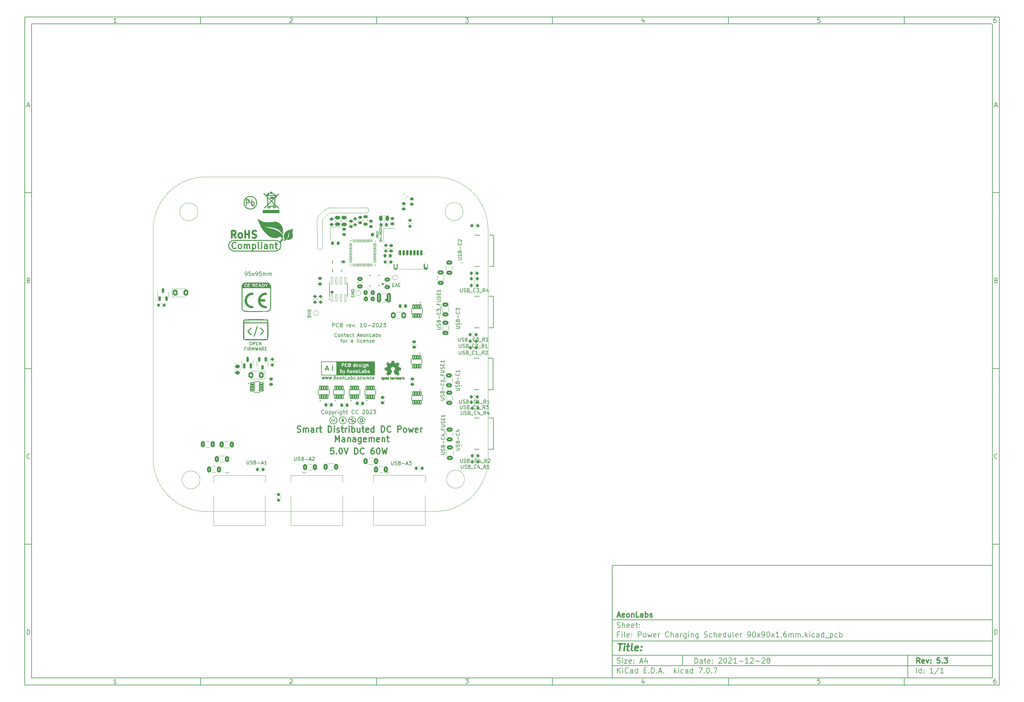
<source format=gbr>
G04 #@! TF.GenerationSoftware,KiCad,Pcbnew,7.0.7*
G04 #@! TF.CreationDate,2023-09-27T18:33:17+02:00*
G04 #@! TF.ProjectId,Power Charging Scheduler 90x90x1_6mm,506f7765-7220-4436-9861-7267696e6720,5.3*
G04 #@! TF.SameCoordinates,Original*
G04 #@! TF.FileFunction,Legend,Top*
G04 #@! TF.FilePolarity,Positive*
%FSLAX46Y46*%
G04 Gerber Fmt 4.6, Leading zero omitted, Abs format (unit mm)*
G04 Created by KiCad (PCBNEW 7.0.7) date 2023-09-27 18:33:17*
%MOMM*%
%LPD*%
G01*
G04 APERTURE LIST*
G04 Aperture macros list*
%AMRoundRect*
0 Rectangle with rounded corners*
0 $1 Rounding radius*
0 $2 $3 $4 $5 $6 $7 $8 $9 X,Y pos of 4 corners*
0 Add a 4 corners polygon primitive as box body*
4,1,4,$2,$3,$4,$5,$6,$7,$8,$9,$2,$3,0*
0 Add four circle primitives for the rounded corners*
1,1,$1+$1,$2,$3*
1,1,$1+$1,$4,$5*
1,1,$1+$1,$6,$7*
1,1,$1+$1,$8,$9*
0 Add four rect primitives between the rounded corners*
20,1,$1+$1,$2,$3,$4,$5,0*
20,1,$1+$1,$4,$5,$6,$7,0*
20,1,$1+$1,$6,$7,$8,$9,0*
20,1,$1+$1,$8,$9,$2,$3,0*%
G04 Aperture macros list end*
%ADD10C,0.100000*%
%ADD11C,0.150000*%
%ADD12C,0.300000*%
%ADD13C,0.400000*%
%ADD14C,0.600000*%
%ADD15C,0.280000*%
%ADD16C,0.200000*%
%ADD17C,0.350000*%
%ADD18C,0.500000*%
%ADD19C,0.254000*%
%ADD20C,0.120000*%
%ADD21C,0.127000*%
%ADD22C,0.508000*%
%ADD23C,0.010000*%
%ADD24RoundRect,0.150000X0.150000X-0.587500X0.150000X0.587500X-0.150000X0.587500X-0.150000X-0.587500X0*%
%ADD25C,0.700000*%
%ADD26R,1.450000X0.600000*%
%ADD27R,1.450000X0.300000*%
%ADD28O,2.100000X1.050000*%
%ADD29RoundRect,0.225000X0.250000X-0.225000X0.250000X0.225000X-0.250000X0.225000X-0.250000X-0.225000X0*%
%ADD30RoundRect,0.250000X-0.350000X-0.450000X0.350000X-0.450000X0.350000X0.450000X-0.350000X0.450000X0*%
%ADD31RoundRect,0.250000X0.250000X0.475000X-0.250000X0.475000X-0.250000X-0.475000X0.250000X-0.475000X0*%
%ADD32RoundRect,0.250000X-0.625000X0.312500X-0.625000X-0.312500X0.625000X-0.312500X0.625000X0.312500X0*%
%ADD33RoundRect,0.250000X0.625000X-0.375000X0.625000X0.375000X-0.625000X0.375000X-0.625000X-0.375000X0*%
%ADD34R,1.524000X1.524000*%
%ADD35C,1.524000*%
%ADD36C,3.500000*%
%ADD37RoundRect,0.200000X0.200000X0.275000X-0.200000X0.275000X-0.200000X-0.275000X0.200000X-0.275000X0*%
%ADD38RoundRect,0.150000X-0.150000X-0.625000X0.150000X-0.625000X0.150000X0.625000X-0.150000X0.625000X0*%
%ADD39RoundRect,0.250000X-0.350000X-0.650000X0.350000X-0.650000X0.350000X0.650000X-0.350000X0.650000X0*%
%ADD40RoundRect,0.225000X-0.250000X0.225000X-0.250000X-0.225000X0.250000X-0.225000X0.250000X0.225000X0*%
%ADD41C,1.000000*%
%ADD42R,0.840000X0.420000*%
%ADD43R,1.600000X2.500000*%
%ADD44RoundRect,0.225000X-0.225000X-0.250000X0.225000X-0.250000X0.225000X0.250000X-0.225000X0.250000X0*%
%ADD45RoundRect,0.130800X0.211200X-0.576200X0.211200X0.576200X-0.211200X0.576200X-0.211200X-0.576200X0*%
%ADD46RoundRect,0.250000X-0.375000X-0.625000X0.375000X-0.625000X0.375000X0.625000X-0.375000X0.625000X0*%
%ADD47RoundRect,0.130800X-0.211200X0.576200X-0.211200X-0.576200X0.211200X-0.576200X0.211200X0.576200X0*%
%ADD48RoundRect,0.250000X0.375000X0.625000X-0.375000X0.625000X-0.375000X-0.625000X0.375000X-0.625000X0*%
%ADD49RoundRect,0.150000X0.150000X-0.512500X0.150000X0.512500X-0.150000X0.512500X-0.150000X-0.512500X0*%
%ADD50RoundRect,0.200000X-0.275000X0.200000X-0.275000X-0.200000X0.275000X-0.200000X0.275000X0.200000X0*%
%ADD51RoundRect,0.250000X0.475000X-0.337500X0.475000X0.337500X-0.475000X0.337500X-0.475000X-0.337500X0*%
%ADD52RoundRect,0.250000X0.450000X-0.262500X0.450000X0.262500X-0.450000X0.262500X-0.450000X-0.262500X0*%
%ADD53RoundRect,0.225000X0.225000X0.250000X-0.225000X0.250000X-0.225000X-0.250000X0.225000X-0.250000X0*%
%ADD54RoundRect,0.250000X0.375000X1.075000X-0.375000X1.075000X-0.375000X-1.075000X0.375000X-1.075000X0*%
%ADD55R,0.350000X0.580000*%
%ADD56R,0.580000X0.350000*%
%ADD57RoundRect,0.050000X-0.050000X0.387500X-0.050000X-0.387500X0.050000X-0.387500X0.050000X0.387500X0*%
%ADD58RoundRect,0.050000X-0.387500X0.050000X-0.387500X-0.050000X0.387500X-0.050000X0.387500X0.050000X0*%
%ADD59R,5.600000X5.600000*%
%ADD60RoundRect,0.200000X0.275000X-0.200000X0.275000X0.200000X-0.275000X0.200000X-0.275000X-0.200000X0*%
%ADD61RoundRect,0.250000X-0.475000X0.250000X-0.475000X-0.250000X0.475000X-0.250000X0.475000X0.250000X0*%
%ADD62RoundRect,0.250000X-0.312500X-0.625000X0.312500X-0.625000X0.312500X0.625000X-0.312500X0.625000X0*%
%ADD63RoundRect,0.250001X0.462499X0.624999X-0.462499X0.624999X-0.462499X-0.624999X0.462499X-0.624999X0*%
%ADD64RoundRect,0.250001X-0.462499X-0.624999X0.462499X-0.624999X0.462499X0.624999X-0.462499X0.624999X0*%
%ADD65R,1.200000X1.400000*%
%ADD66RoundRect,0.150000X-0.150000X0.512500X-0.150000X-0.512500X0.150000X-0.512500X0.150000X0.512500X0*%
%ADD67RoundRect,0.218750X-0.381250X0.218750X-0.381250X-0.218750X0.381250X-0.218750X0.381250X0.218750X0*%
%ADD68RoundRect,0.250000X-0.475000X0.337500X-0.475000X-0.337500X0.475000X-0.337500X0.475000X0.337500X0*%
%ADD69RoundRect,0.218750X-0.114905X0.424264X-0.424264X0.114905X0.114905X-0.424264X0.424264X-0.114905X0*%
%ADD70R,0.800000X4.500000*%
%ADD71RoundRect,0.250000X0.350000X0.450000X-0.350000X0.450000X-0.350000X-0.450000X0.350000X-0.450000X0*%
%ADD72RoundRect,0.250000X0.312500X0.625000X-0.312500X0.625000X-0.312500X-0.625000X0.312500X-0.625000X0*%
%ADD73RoundRect,0.130800X-0.576200X-0.211200X0.576200X-0.211200X0.576200X0.211200X-0.576200X0.211200X0*%
%ADD74RoundRect,0.041300X0.253700X-0.948700X0.253700X0.948700X-0.253700X0.948700X-0.253700X-0.948700X0*%
%ADD75C,1.600000*%
%ADD76C,2.010000*%
%ADD77C,3.000000*%
%ADD78C,2.000000*%
%ADD79C,2.500000*%
%ADD80R,2.743200X2.743200*%
%ADD81C,2.743200*%
G04 #@! TA.AperFunction,Profile*
%ADD82C,0.100000*%
G04 #@! TD*
G04 APERTURE END LIST*
D10*
D11*
X177002200Y-166007200D02*
X285002200Y-166007200D01*
X285002200Y-198007200D01*
X177002200Y-198007200D01*
X177002200Y-166007200D01*
D10*
D11*
X10000000Y-10000000D02*
X287002200Y-10000000D01*
X287002200Y-200007200D01*
X10000000Y-200007200D01*
X10000000Y-10000000D01*
D10*
D11*
X12000000Y-12000000D02*
X285002200Y-12000000D01*
X285002200Y-198007200D01*
X12000000Y-198007200D01*
X12000000Y-12000000D01*
D10*
D11*
X60000000Y-12000000D02*
X60000000Y-10000000D01*
D10*
D11*
X110000000Y-12000000D02*
X110000000Y-10000000D01*
D10*
D11*
X160000000Y-12000000D02*
X160000000Y-10000000D01*
D10*
D11*
X210000000Y-12000000D02*
X210000000Y-10000000D01*
D10*
D11*
X260000000Y-12000000D02*
X260000000Y-10000000D01*
D10*
D11*
X36089160Y-11593604D02*
X35346303Y-11593604D01*
X35717731Y-11593604D02*
X35717731Y-10293604D01*
X35717731Y-10293604D02*
X35593922Y-10479319D01*
X35593922Y-10479319D02*
X35470112Y-10603128D01*
X35470112Y-10603128D02*
X35346303Y-10665033D01*
D10*
D11*
X85346303Y-10417414D02*
X85408207Y-10355509D01*
X85408207Y-10355509D02*
X85532017Y-10293604D01*
X85532017Y-10293604D02*
X85841541Y-10293604D01*
X85841541Y-10293604D02*
X85965350Y-10355509D01*
X85965350Y-10355509D02*
X86027255Y-10417414D01*
X86027255Y-10417414D02*
X86089160Y-10541223D01*
X86089160Y-10541223D02*
X86089160Y-10665033D01*
X86089160Y-10665033D02*
X86027255Y-10850747D01*
X86027255Y-10850747D02*
X85284398Y-11593604D01*
X85284398Y-11593604D02*
X86089160Y-11593604D01*
D10*
D11*
X135284398Y-10293604D02*
X136089160Y-10293604D01*
X136089160Y-10293604D02*
X135655826Y-10788842D01*
X135655826Y-10788842D02*
X135841541Y-10788842D01*
X135841541Y-10788842D02*
X135965350Y-10850747D01*
X135965350Y-10850747D02*
X136027255Y-10912652D01*
X136027255Y-10912652D02*
X136089160Y-11036461D01*
X136089160Y-11036461D02*
X136089160Y-11345985D01*
X136089160Y-11345985D02*
X136027255Y-11469795D01*
X136027255Y-11469795D02*
X135965350Y-11531700D01*
X135965350Y-11531700D02*
X135841541Y-11593604D01*
X135841541Y-11593604D02*
X135470112Y-11593604D01*
X135470112Y-11593604D02*
X135346303Y-11531700D01*
X135346303Y-11531700D02*
X135284398Y-11469795D01*
D10*
D11*
X185965350Y-10726938D02*
X185965350Y-11593604D01*
X185655826Y-10231700D02*
X185346303Y-11160271D01*
X185346303Y-11160271D02*
X186151064Y-11160271D01*
D10*
D11*
X236027255Y-10293604D02*
X235408207Y-10293604D01*
X235408207Y-10293604D02*
X235346303Y-10912652D01*
X235346303Y-10912652D02*
X235408207Y-10850747D01*
X235408207Y-10850747D02*
X235532017Y-10788842D01*
X235532017Y-10788842D02*
X235841541Y-10788842D01*
X235841541Y-10788842D02*
X235965350Y-10850747D01*
X235965350Y-10850747D02*
X236027255Y-10912652D01*
X236027255Y-10912652D02*
X236089160Y-11036461D01*
X236089160Y-11036461D02*
X236089160Y-11345985D01*
X236089160Y-11345985D02*
X236027255Y-11469795D01*
X236027255Y-11469795D02*
X235965350Y-11531700D01*
X235965350Y-11531700D02*
X235841541Y-11593604D01*
X235841541Y-11593604D02*
X235532017Y-11593604D01*
X235532017Y-11593604D02*
X235408207Y-11531700D01*
X235408207Y-11531700D02*
X235346303Y-11469795D01*
D10*
D11*
X285965350Y-10293604D02*
X285717731Y-10293604D01*
X285717731Y-10293604D02*
X285593922Y-10355509D01*
X285593922Y-10355509D02*
X285532017Y-10417414D01*
X285532017Y-10417414D02*
X285408207Y-10603128D01*
X285408207Y-10603128D02*
X285346303Y-10850747D01*
X285346303Y-10850747D02*
X285346303Y-11345985D01*
X285346303Y-11345985D02*
X285408207Y-11469795D01*
X285408207Y-11469795D02*
X285470112Y-11531700D01*
X285470112Y-11531700D02*
X285593922Y-11593604D01*
X285593922Y-11593604D02*
X285841541Y-11593604D01*
X285841541Y-11593604D02*
X285965350Y-11531700D01*
X285965350Y-11531700D02*
X286027255Y-11469795D01*
X286027255Y-11469795D02*
X286089160Y-11345985D01*
X286089160Y-11345985D02*
X286089160Y-11036461D01*
X286089160Y-11036461D02*
X286027255Y-10912652D01*
X286027255Y-10912652D02*
X285965350Y-10850747D01*
X285965350Y-10850747D02*
X285841541Y-10788842D01*
X285841541Y-10788842D02*
X285593922Y-10788842D01*
X285593922Y-10788842D02*
X285470112Y-10850747D01*
X285470112Y-10850747D02*
X285408207Y-10912652D01*
X285408207Y-10912652D02*
X285346303Y-11036461D01*
D10*
D11*
X60000000Y-198007200D02*
X60000000Y-200007200D01*
D10*
D11*
X110000000Y-198007200D02*
X110000000Y-200007200D01*
D10*
D11*
X160000000Y-198007200D02*
X160000000Y-200007200D01*
D10*
D11*
X210000000Y-198007200D02*
X210000000Y-200007200D01*
D10*
D11*
X260000000Y-198007200D02*
X260000000Y-200007200D01*
D10*
D11*
X36089160Y-199600804D02*
X35346303Y-199600804D01*
X35717731Y-199600804D02*
X35717731Y-198300804D01*
X35717731Y-198300804D02*
X35593922Y-198486519D01*
X35593922Y-198486519D02*
X35470112Y-198610328D01*
X35470112Y-198610328D02*
X35346303Y-198672233D01*
D10*
D11*
X85346303Y-198424614D02*
X85408207Y-198362709D01*
X85408207Y-198362709D02*
X85532017Y-198300804D01*
X85532017Y-198300804D02*
X85841541Y-198300804D01*
X85841541Y-198300804D02*
X85965350Y-198362709D01*
X85965350Y-198362709D02*
X86027255Y-198424614D01*
X86027255Y-198424614D02*
X86089160Y-198548423D01*
X86089160Y-198548423D02*
X86089160Y-198672233D01*
X86089160Y-198672233D02*
X86027255Y-198857947D01*
X86027255Y-198857947D02*
X85284398Y-199600804D01*
X85284398Y-199600804D02*
X86089160Y-199600804D01*
D10*
D11*
X135284398Y-198300804D02*
X136089160Y-198300804D01*
X136089160Y-198300804D02*
X135655826Y-198796042D01*
X135655826Y-198796042D02*
X135841541Y-198796042D01*
X135841541Y-198796042D02*
X135965350Y-198857947D01*
X135965350Y-198857947D02*
X136027255Y-198919852D01*
X136027255Y-198919852D02*
X136089160Y-199043661D01*
X136089160Y-199043661D02*
X136089160Y-199353185D01*
X136089160Y-199353185D02*
X136027255Y-199476995D01*
X136027255Y-199476995D02*
X135965350Y-199538900D01*
X135965350Y-199538900D02*
X135841541Y-199600804D01*
X135841541Y-199600804D02*
X135470112Y-199600804D01*
X135470112Y-199600804D02*
X135346303Y-199538900D01*
X135346303Y-199538900D02*
X135284398Y-199476995D01*
D10*
D11*
X185965350Y-198734138D02*
X185965350Y-199600804D01*
X185655826Y-198238900D02*
X185346303Y-199167471D01*
X185346303Y-199167471D02*
X186151064Y-199167471D01*
D10*
D11*
X236027255Y-198300804D02*
X235408207Y-198300804D01*
X235408207Y-198300804D02*
X235346303Y-198919852D01*
X235346303Y-198919852D02*
X235408207Y-198857947D01*
X235408207Y-198857947D02*
X235532017Y-198796042D01*
X235532017Y-198796042D02*
X235841541Y-198796042D01*
X235841541Y-198796042D02*
X235965350Y-198857947D01*
X235965350Y-198857947D02*
X236027255Y-198919852D01*
X236027255Y-198919852D02*
X236089160Y-199043661D01*
X236089160Y-199043661D02*
X236089160Y-199353185D01*
X236089160Y-199353185D02*
X236027255Y-199476995D01*
X236027255Y-199476995D02*
X235965350Y-199538900D01*
X235965350Y-199538900D02*
X235841541Y-199600804D01*
X235841541Y-199600804D02*
X235532017Y-199600804D01*
X235532017Y-199600804D02*
X235408207Y-199538900D01*
X235408207Y-199538900D02*
X235346303Y-199476995D01*
D10*
D11*
X285965350Y-198300804D02*
X285717731Y-198300804D01*
X285717731Y-198300804D02*
X285593922Y-198362709D01*
X285593922Y-198362709D02*
X285532017Y-198424614D01*
X285532017Y-198424614D02*
X285408207Y-198610328D01*
X285408207Y-198610328D02*
X285346303Y-198857947D01*
X285346303Y-198857947D02*
X285346303Y-199353185D01*
X285346303Y-199353185D02*
X285408207Y-199476995D01*
X285408207Y-199476995D02*
X285470112Y-199538900D01*
X285470112Y-199538900D02*
X285593922Y-199600804D01*
X285593922Y-199600804D02*
X285841541Y-199600804D01*
X285841541Y-199600804D02*
X285965350Y-199538900D01*
X285965350Y-199538900D02*
X286027255Y-199476995D01*
X286027255Y-199476995D02*
X286089160Y-199353185D01*
X286089160Y-199353185D02*
X286089160Y-199043661D01*
X286089160Y-199043661D02*
X286027255Y-198919852D01*
X286027255Y-198919852D02*
X285965350Y-198857947D01*
X285965350Y-198857947D02*
X285841541Y-198796042D01*
X285841541Y-198796042D02*
X285593922Y-198796042D01*
X285593922Y-198796042D02*
X285470112Y-198857947D01*
X285470112Y-198857947D02*
X285408207Y-198919852D01*
X285408207Y-198919852D02*
X285346303Y-199043661D01*
D10*
D11*
X10000000Y-60000000D02*
X12000000Y-60000000D01*
D10*
D11*
X10000000Y-110000000D02*
X12000000Y-110000000D01*
D10*
D11*
X10000000Y-160000000D02*
X12000000Y-160000000D01*
D10*
D11*
X10690476Y-35222176D02*
X11309523Y-35222176D01*
X10566666Y-35593604D02*
X10999999Y-34293604D01*
X10999999Y-34293604D02*
X11433333Y-35593604D01*
D10*
D11*
X11092857Y-84912652D02*
X11278571Y-84974557D01*
X11278571Y-84974557D02*
X11340476Y-85036461D01*
X11340476Y-85036461D02*
X11402380Y-85160271D01*
X11402380Y-85160271D02*
X11402380Y-85345985D01*
X11402380Y-85345985D02*
X11340476Y-85469795D01*
X11340476Y-85469795D02*
X11278571Y-85531700D01*
X11278571Y-85531700D02*
X11154761Y-85593604D01*
X11154761Y-85593604D02*
X10659523Y-85593604D01*
X10659523Y-85593604D02*
X10659523Y-84293604D01*
X10659523Y-84293604D02*
X11092857Y-84293604D01*
X11092857Y-84293604D02*
X11216666Y-84355509D01*
X11216666Y-84355509D02*
X11278571Y-84417414D01*
X11278571Y-84417414D02*
X11340476Y-84541223D01*
X11340476Y-84541223D02*
X11340476Y-84665033D01*
X11340476Y-84665033D02*
X11278571Y-84788842D01*
X11278571Y-84788842D02*
X11216666Y-84850747D01*
X11216666Y-84850747D02*
X11092857Y-84912652D01*
X11092857Y-84912652D02*
X10659523Y-84912652D01*
D10*
D11*
X11402380Y-135469795D02*
X11340476Y-135531700D01*
X11340476Y-135531700D02*
X11154761Y-135593604D01*
X11154761Y-135593604D02*
X11030952Y-135593604D01*
X11030952Y-135593604D02*
X10845238Y-135531700D01*
X10845238Y-135531700D02*
X10721428Y-135407890D01*
X10721428Y-135407890D02*
X10659523Y-135284080D01*
X10659523Y-135284080D02*
X10597619Y-135036461D01*
X10597619Y-135036461D02*
X10597619Y-134850747D01*
X10597619Y-134850747D02*
X10659523Y-134603128D01*
X10659523Y-134603128D02*
X10721428Y-134479319D01*
X10721428Y-134479319D02*
X10845238Y-134355509D01*
X10845238Y-134355509D02*
X11030952Y-134293604D01*
X11030952Y-134293604D02*
X11154761Y-134293604D01*
X11154761Y-134293604D02*
X11340476Y-134355509D01*
X11340476Y-134355509D02*
X11402380Y-134417414D01*
D10*
D11*
X10659523Y-185593604D02*
X10659523Y-184293604D01*
X10659523Y-184293604D02*
X10969047Y-184293604D01*
X10969047Y-184293604D02*
X11154761Y-184355509D01*
X11154761Y-184355509D02*
X11278571Y-184479319D01*
X11278571Y-184479319D02*
X11340476Y-184603128D01*
X11340476Y-184603128D02*
X11402380Y-184850747D01*
X11402380Y-184850747D02*
X11402380Y-185036461D01*
X11402380Y-185036461D02*
X11340476Y-185284080D01*
X11340476Y-185284080D02*
X11278571Y-185407890D01*
X11278571Y-185407890D02*
X11154761Y-185531700D01*
X11154761Y-185531700D02*
X10969047Y-185593604D01*
X10969047Y-185593604D02*
X10659523Y-185593604D01*
D10*
D11*
X287002200Y-60000000D02*
X285002200Y-60000000D01*
D10*
D11*
X287002200Y-110000000D02*
X285002200Y-110000000D01*
D10*
D11*
X287002200Y-160000000D02*
X285002200Y-160000000D01*
D10*
D11*
X285692676Y-35222176D02*
X286311723Y-35222176D01*
X285568866Y-35593604D02*
X286002199Y-34293604D01*
X286002199Y-34293604D02*
X286435533Y-35593604D01*
D10*
D11*
X286095057Y-84912652D02*
X286280771Y-84974557D01*
X286280771Y-84974557D02*
X286342676Y-85036461D01*
X286342676Y-85036461D02*
X286404580Y-85160271D01*
X286404580Y-85160271D02*
X286404580Y-85345985D01*
X286404580Y-85345985D02*
X286342676Y-85469795D01*
X286342676Y-85469795D02*
X286280771Y-85531700D01*
X286280771Y-85531700D02*
X286156961Y-85593604D01*
X286156961Y-85593604D02*
X285661723Y-85593604D01*
X285661723Y-85593604D02*
X285661723Y-84293604D01*
X285661723Y-84293604D02*
X286095057Y-84293604D01*
X286095057Y-84293604D02*
X286218866Y-84355509D01*
X286218866Y-84355509D02*
X286280771Y-84417414D01*
X286280771Y-84417414D02*
X286342676Y-84541223D01*
X286342676Y-84541223D02*
X286342676Y-84665033D01*
X286342676Y-84665033D02*
X286280771Y-84788842D01*
X286280771Y-84788842D02*
X286218866Y-84850747D01*
X286218866Y-84850747D02*
X286095057Y-84912652D01*
X286095057Y-84912652D02*
X285661723Y-84912652D01*
D10*
D11*
X286404580Y-135469795D02*
X286342676Y-135531700D01*
X286342676Y-135531700D02*
X286156961Y-135593604D01*
X286156961Y-135593604D02*
X286033152Y-135593604D01*
X286033152Y-135593604D02*
X285847438Y-135531700D01*
X285847438Y-135531700D02*
X285723628Y-135407890D01*
X285723628Y-135407890D02*
X285661723Y-135284080D01*
X285661723Y-135284080D02*
X285599819Y-135036461D01*
X285599819Y-135036461D02*
X285599819Y-134850747D01*
X285599819Y-134850747D02*
X285661723Y-134603128D01*
X285661723Y-134603128D02*
X285723628Y-134479319D01*
X285723628Y-134479319D02*
X285847438Y-134355509D01*
X285847438Y-134355509D02*
X286033152Y-134293604D01*
X286033152Y-134293604D02*
X286156961Y-134293604D01*
X286156961Y-134293604D02*
X286342676Y-134355509D01*
X286342676Y-134355509D02*
X286404580Y-134417414D01*
D10*
D11*
X285661723Y-185593604D02*
X285661723Y-184293604D01*
X285661723Y-184293604D02*
X285971247Y-184293604D01*
X285971247Y-184293604D02*
X286156961Y-184355509D01*
X286156961Y-184355509D02*
X286280771Y-184479319D01*
X286280771Y-184479319D02*
X286342676Y-184603128D01*
X286342676Y-184603128D02*
X286404580Y-184850747D01*
X286404580Y-184850747D02*
X286404580Y-185036461D01*
X286404580Y-185036461D02*
X286342676Y-185284080D01*
X286342676Y-185284080D02*
X286280771Y-185407890D01*
X286280771Y-185407890D02*
X286156961Y-185531700D01*
X286156961Y-185531700D02*
X285971247Y-185593604D01*
X285971247Y-185593604D02*
X285661723Y-185593604D01*
D10*
D11*
X200458026Y-193793328D02*
X200458026Y-192293328D01*
X200458026Y-192293328D02*
X200815169Y-192293328D01*
X200815169Y-192293328D02*
X201029455Y-192364757D01*
X201029455Y-192364757D02*
X201172312Y-192507614D01*
X201172312Y-192507614D02*
X201243741Y-192650471D01*
X201243741Y-192650471D02*
X201315169Y-192936185D01*
X201315169Y-192936185D02*
X201315169Y-193150471D01*
X201315169Y-193150471D02*
X201243741Y-193436185D01*
X201243741Y-193436185D02*
X201172312Y-193579042D01*
X201172312Y-193579042D02*
X201029455Y-193721900D01*
X201029455Y-193721900D02*
X200815169Y-193793328D01*
X200815169Y-193793328D02*
X200458026Y-193793328D01*
X202600884Y-193793328D02*
X202600884Y-193007614D01*
X202600884Y-193007614D02*
X202529455Y-192864757D01*
X202529455Y-192864757D02*
X202386598Y-192793328D01*
X202386598Y-192793328D02*
X202100884Y-192793328D01*
X202100884Y-192793328D02*
X201958026Y-192864757D01*
X202600884Y-193721900D02*
X202458026Y-193793328D01*
X202458026Y-193793328D02*
X202100884Y-193793328D01*
X202100884Y-193793328D02*
X201958026Y-193721900D01*
X201958026Y-193721900D02*
X201886598Y-193579042D01*
X201886598Y-193579042D02*
X201886598Y-193436185D01*
X201886598Y-193436185D02*
X201958026Y-193293328D01*
X201958026Y-193293328D02*
X202100884Y-193221900D01*
X202100884Y-193221900D02*
X202458026Y-193221900D01*
X202458026Y-193221900D02*
X202600884Y-193150471D01*
X203100884Y-192793328D02*
X203672312Y-192793328D01*
X203315169Y-192293328D02*
X203315169Y-193579042D01*
X203315169Y-193579042D02*
X203386598Y-193721900D01*
X203386598Y-193721900D02*
X203529455Y-193793328D01*
X203529455Y-193793328D02*
X203672312Y-193793328D01*
X204743741Y-193721900D02*
X204600884Y-193793328D01*
X204600884Y-193793328D02*
X204315170Y-193793328D01*
X204315170Y-193793328D02*
X204172312Y-193721900D01*
X204172312Y-193721900D02*
X204100884Y-193579042D01*
X204100884Y-193579042D02*
X204100884Y-193007614D01*
X204100884Y-193007614D02*
X204172312Y-192864757D01*
X204172312Y-192864757D02*
X204315170Y-192793328D01*
X204315170Y-192793328D02*
X204600884Y-192793328D01*
X204600884Y-192793328D02*
X204743741Y-192864757D01*
X204743741Y-192864757D02*
X204815170Y-193007614D01*
X204815170Y-193007614D02*
X204815170Y-193150471D01*
X204815170Y-193150471D02*
X204100884Y-193293328D01*
X205458026Y-193650471D02*
X205529455Y-193721900D01*
X205529455Y-193721900D02*
X205458026Y-193793328D01*
X205458026Y-193793328D02*
X205386598Y-193721900D01*
X205386598Y-193721900D02*
X205458026Y-193650471D01*
X205458026Y-193650471D02*
X205458026Y-193793328D01*
X205458026Y-192864757D02*
X205529455Y-192936185D01*
X205529455Y-192936185D02*
X205458026Y-193007614D01*
X205458026Y-193007614D02*
X205386598Y-192936185D01*
X205386598Y-192936185D02*
X205458026Y-192864757D01*
X205458026Y-192864757D02*
X205458026Y-193007614D01*
X207243741Y-192436185D02*
X207315169Y-192364757D01*
X207315169Y-192364757D02*
X207458027Y-192293328D01*
X207458027Y-192293328D02*
X207815169Y-192293328D01*
X207815169Y-192293328D02*
X207958027Y-192364757D01*
X207958027Y-192364757D02*
X208029455Y-192436185D01*
X208029455Y-192436185D02*
X208100884Y-192579042D01*
X208100884Y-192579042D02*
X208100884Y-192721900D01*
X208100884Y-192721900D02*
X208029455Y-192936185D01*
X208029455Y-192936185D02*
X207172312Y-193793328D01*
X207172312Y-193793328D02*
X208100884Y-193793328D01*
X209029455Y-192293328D02*
X209172312Y-192293328D01*
X209172312Y-192293328D02*
X209315169Y-192364757D01*
X209315169Y-192364757D02*
X209386598Y-192436185D01*
X209386598Y-192436185D02*
X209458026Y-192579042D01*
X209458026Y-192579042D02*
X209529455Y-192864757D01*
X209529455Y-192864757D02*
X209529455Y-193221900D01*
X209529455Y-193221900D02*
X209458026Y-193507614D01*
X209458026Y-193507614D02*
X209386598Y-193650471D01*
X209386598Y-193650471D02*
X209315169Y-193721900D01*
X209315169Y-193721900D02*
X209172312Y-193793328D01*
X209172312Y-193793328D02*
X209029455Y-193793328D01*
X209029455Y-193793328D02*
X208886598Y-193721900D01*
X208886598Y-193721900D02*
X208815169Y-193650471D01*
X208815169Y-193650471D02*
X208743740Y-193507614D01*
X208743740Y-193507614D02*
X208672312Y-193221900D01*
X208672312Y-193221900D02*
X208672312Y-192864757D01*
X208672312Y-192864757D02*
X208743740Y-192579042D01*
X208743740Y-192579042D02*
X208815169Y-192436185D01*
X208815169Y-192436185D02*
X208886598Y-192364757D01*
X208886598Y-192364757D02*
X209029455Y-192293328D01*
X210100883Y-192436185D02*
X210172311Y-192364757D01*
X210172311Y-192364757D02*
X210315169Y-192293328D01*
X210315169Y-192293328D02*
X210672311Y-192293328D01*
X210672311Y-192293328D02*
X210815169Y-192364757D01*
X210815169Y-192364757D02*
X210886597Y-192436185D01*
X210886597Y-192436185D02*
X210958026Y-192579042D01*
X210958026Y-192579042D02*
X210958026Y-192721900D01*
X210958026Y-192721900D02*
X210886597Y-192936185D01*
X210886597Y-192936185D02*
X210029454Y-193793328D01*
X210029454Y-193793328D02*
X210958026Y-193793328D01*
X212386597Y-193793328D02*
X211529454Y-193793328D01*
X211958025Y-193793328D02*
X211958025Y-192293328D01*
X211958025Y-192293328D02*
X211815168Y-192507614D01*
X211815168Y-192507614D02*
X211672311Y-192650471D01*
X211672311Y-192650471D02*
X211529454Y-192721900D01*
X213029453Y-193221900D02*
X214172311Y-193221900D01*
X215672311Y-193793328D02*
X214815168Y-193793328D01*
X215243739Y-193793328D02*
X215243739Y-192293328D01*
X215243739Y-192293328D02*
X215100882Y-192507614D01*
X215100882Y-192507614D02*
X214958025Y-192650471D01*
X214958025Y-192650471D02*
X214815168Y-192721900D01*
X216243739Y-192436185D02*
X216315167Y-192364757D01*
X216315167Y-192364757D02*
X216458025Y-192293328D01*
X216458025Y-192293328D02*
X216815167Y-192293328D01*
X216815167Y-192293328D02*
X216958025Y-192364757D01*
X216958025Y-192364757D02*
X217029453Y-192436185D01*
X217029453Y-192436185D02*
X217100882Y-192579042D01*
X217100882Y-192579042D02*
X217100882Y-192721900D01*
X217100882Y-192721900D02*
X217029453Y-192936185D01*
X217029453Y-192936185D02*
X216172310Y-193793328D01*
X216172310Y-193793328D02*
X217100882Y-193793328D01*
X217743738Y-193221900D02*
X218886596Y-193221900D01*
X219529453Y-192436185D02*
X219600881Y-192364757D01*
X219600881Y-192364757D02*
X219743739Y-192293328D01*
X219743739Y-192293328D02*
X220100881Y-192293328D01*
X220100881Y-192293328D02*
X220243739Y-192364757D01*
X220243739Y-192364757D02*
X220315167Y-192436185D01*
X220315167Y-192436185D02*
X220386596Y-192579042D01*
X220386596Y-192579042D02*
X220386596Y-192721900D01*
X220386596Y-192721900D02*
X220315167Y-192936185D01*
X220315167Y-192936185D02*
X219458024Y-193793328D01*
X219458024Y-193793328D02*
X220386596Y-193793328D01*
X221243738Y-192936185D02*
X221100881Y-192864757D01*
X221100881Y-192864757D02*
X221029452Y-192793328D01*
X221029452Y-192793328D02*
X220958024Y-192650471D01*
X220958024Y-192650471D02*
X220958024Y-192579042D01*
X220958024Y-192579042D02*
X221029452Y-192436185D01*
X221029452Y-192436185D02*
X221100881Y-192364757D01*
X221100881Y-192364757D02*
X221243738Y-192293328D01*
X221243738Y-192293328D02*
X221529452Y-192293328D01*
X221529452Y-192293328D02*
X221672310Y-192364757D01*
X221672310Y-192364757D02*
X221743738Y-192436185D01*
X221743738Y-192436185D02*
X221815167Y-192579042D01*
X221815167Y-192579042D02*
X221815167Y-192650471D01*
X221815167Y-192650471D02*
X221743738Y-192793328D01*
X221743738Y-192793328D02*
X221672310Y-192864757D01*
X221672310Y-192864757D02*
X221529452Y-192936185D01*
X221529452Y-192936185D02*
X221243738Y-192936185D01*
X221243738Y-192936185D02*
X221100881Y-193007614D01*
X221100881Y-193007614D02*
X221029452Y-193079042D01*
X221029452Y-193079042D02*
X220958024Y-193221900D01*
X220958024Y-193221900D02*
X220958024Y-193507614D01*
X220958024Y-193507614D02*
X221029452Y-193650471D01*
X221029452Y-193650471D02*
X221100881Y-193721900D01*
X221100881Y-193721900D02*
X221243738Y-193793328D01*
X221243738Y-193793328D02*
X221529452Y-193793328D01*
X221529452Y-193793328D02*
X221672310Y-193721900D01*
X221672310Y-193721900D02*
X221743738Y-193650471D01*
X221743738Y-193650471D02*
X221815167Y-193507614D01*
X221815167Y-193507614D02*
X221815167Y-193221900D01*
X221815167Y-193221900D02*
X221743738Y-193079042D01*
X221743738Y-193079042D02*
X221672310Y-193007614D01*
X221672310Y-193007614D02*
X221529452Y-192936185D01*
D10*
D11*
X177002200Y-194507200D02*
X285002200Y-194507200D01*
D10*
D11*
X178458026Y-196593328D02*
X178458026Y-195093328D01*
X179315169Y-196593328D02*
X178672312Y-195736185D01*
X179315169Y-195093328D02*
X178458026Y-195950471D01*
X179958026Y-196593328D02*
X179958026Y-195593328D01*
X179958026Y-195093328D02*
X179886598Y-195164757D01*
X179886598Y-195164757D02*
X179958026Y-195236185D01*
X179958026Y-195236185D02*
X180029455Y-195164757D01*
X180029455Y-195164757D02*
X179958026Y-195093328D01*
X179958026Y-195093328D02*
X179958026Y-195236185D01*
X181529455Y-196450471D02*
X181458027Y-196521900D01*
X181458027Y-196521900D02*
X181243741Y-196593328D01*
X181243741Y-196593328D02*
X181100884Y-196593328D01*
X181100884Y-196593328D02*
X180886598Y-196521900D01*
X180886598Y-196521900D02*
X180743741Y-196379042D01*
X180743741Y-196379042D02*
X180672312Y-196236185D01*
X180672312Y-196236185D02*
X180600884Y-195950471D01*
X180600884Y-195950471D02*
X180600884Y-195736185D01*
X180600884Y-195736185D02*
X180672312Y-195450471D01*
X180672312Y-195450471D02*
X180743741Y-195307614D01*
X180743741Y-195307614D02*
X180886598Y-195164757D01*
X180886598Y-195164757D02*
X181100884Y-195093328D01*
X181100884Y-195093328D02*
X181243741Y-195093328D01*
X181243741Y-195093328D02*
X181458027Y-195164757D01*
X181458027Y-195164757D02*
X181529455Y-195236185D01*
X182815170Y-196593328D02*
X182815170Y-195807614D01*
X182815170Y-195807614D02*
X182743741Y-195664757D01*
X182743741Y-195664757D02*
X182600884Y-195593328D01*
X182600884Y-195593328D02*
X182315170Y-195593328D01*
X182315170Y-195593328D02*
X182172312Y-195664757D01*
X182815170Y-196521900D02*
X182672312Y-196593328D01*
X182672312Y-196593328D02*
X182315170Y-196593328D01*
X182315170Y-196593328D02*
X182172312Y-196521900D01*
X182172312Y-196521900D02*
X182100884Y-196379042D01*
X182100884Y-196379042D02*
X182100884Y-196236185D01*
X182100884Y-196236185D02*
X182172312Y-196093328D01*
X182172312Y-196093328D02*
X182315170Y-196021900D01*
X182315170Y-196021900D02*
X182672312Y-196021900D01*
X182672312Y-196021900D02*
X182815170Y-195950471D01*
X184172313Y-196593328D02*
X184172313Y-195093328D01*
X184172313Y-196521900D02*
X184029455Y-196593328D01*
X184029455Y-196593328D02*
X183743741Y-196593328D01*
X183743741Y-196593328D02*
X183600884Y-196521900D01*
X183600884Y-196521900D02*
X183529455Y-196450471D01*
X183529455Y-196450471D02*
X183458027Y-196307614D01*
X183458027Y-196307614D02*
X183458027Y-195879042D01*
X183458027Y-195879042D02*
X183529455Y-195736185D01*
X183529455Y-195736185D02*
X183600884Y-195664757D01*
X183600884Y-195664757D02*
X183743741Y-195593328D01*
X183743741Y-195593328D02*
X184029455Y-195593328D01*
X184029455Y-195593328D02*
X184172313Y-195664757D01*
X186029455Y-195807614D02*
X186529455Y-195807614D01*
X186743741Y-196593328D02*
X186029455Y-196593328D01*
X186029455Y-196593328D02*
X186029455Y-195093328D01*
X186029455Y-195093328D02*
X186743741Y-195093328D01*
X187386598Y-196450471D02*
X187458027Y-196521900D01*
X187458027Y-196521900D02*
X187386598Y-196593328D01*
X187386598Y-196593328D02*
X187315170Y-196521900D01*
X187315170Y-196521900D02*
X187386598Y-196450471D01*
X187386598Y-196450471D02*
X187386598Y-196593328D01*
X188100884Y-196593328D02*
X188100884Y-195093328D01*
X188100884Y-195093328D02*
X188458027Y-195093328D01*
X188458027Y-195093328D02*
X188672313Y-195164757D01*
X188672313Y-195164757D02*
X188815170Y-195307614D01*
X188815170Y-195307614D02*
X188886599Y-195450471D01*
X188886599Y-195450471D02*
X188958027Y-195736185D01*
X188958027Y-195736185D02*
X188958027Y-195950471D01*
X188958027Y-195950471D02*
X188886599Y-196236185D01*
X188886599Y-196236185D02*
X188815170Y-196379042D01*
X188815170Y-196379042D02*
X188672313Y-196521900D01*
X188672313Y-196521900D02*
X188458027Y-196593328D01*
X188458027Y-196593328D02*
X188100884Y-196593328D01*
X189600884Y-196450471D02*
X189672313Y-196521900D01*
X189672313Y-196521900D02*
X189600884Y-196593328D01*
X189600884Y-196593328D02*
X189529456Y-196521900D01*
X189529456Y-196521900D02*
X189600884Y-196450471D01*
X189600884Y-196450471D02*
X189600884Y-196593328D01*
X190243742Y-196164757D02*
X190958028Y-196164757D01*
X190100885Y-196593328D02*
X190600885Y-195093328D01*
X190600885Y-195093328D02*
X191100885Y-196593328D01*
X191600884Y-196450471D02*
X191672313Y-196521900D01*
X191672313Y-196521900D02*
X191600884Y-196593328D01*
X191600884Y-196593328D02*
X191529456Y-196521900D01*
X191529456Y-196521900D02*
X191600884Y-196450471D01*
X191600884Y-196450471D02*
X191600884Y-196593328D01*
X194600884Y-196593328D02*
X194600884Y-195093328D01*
X194743742Y-196021900D02*
X195172313Y-196593328D01*
X195172313Y-195593328D02*
X194600884Y-196164757D01*
X195815170Y-196593328D02*
X195815170Y-195593328D01*
X195815170Y-195093328D02*
X195743742Y-195164757D01*
X195743742Y-195164757D02*
X195815170Y-195236185D01*
X195815170Y-195236185D02*
X195886599Y-195164757D01*
X195886599Y-195164757D02*
X195815170Y-195093328D01*
X195815170Y-195093328D02*
X195815170Y-195236185D01*
X197172314Y-196521900D02*
X197029456Y-196593328D01*
X197029456Y-196593328D02*
X196743742Y-196593328D01*
X196743742Y-196593328D02*
X196600885Y-196521900D01*
X196600885Y-196521900D02*
X196529456Y-196450471D01*
X196529456Y-196450471D02*
X196458028Y-196307614D01*
X196458028Y-196307614D02*
X196458028Y-195879042D01*
X196458028Y-195879042D02*
X196529456Y-195736185D01*
X196529456Y-195736185D02*
X196600885Y-195664757D01*
X196600885Y-195664757D02*
X196743742Y-195593328D01*
X196743742Y-195593328D02*
X197029456Y-195593328D01*
X197029456Y-195593328D02*
X197172314Y-195664757D01*
X198458028Y-196593328D02*
X198458028Y-195807614D01*
X198458028Y-195807614D02*
X198386599Y-195664757D01*
X198386599Y-195664757D02*
X198243742Y-195593328D01*
X198243742Y-195593328D02*
X197958028Y-195593328D01*
X197958028Y-195593328D02*
X197815170Y-195664757D01*
X198458028Y-196521900D02*
X198315170Y-196593328D01*
X198315170Y-196593328D02*
X197958028Y-196593328D01*
X197958028Y-196593328D02*
X197815170Y-196521900D01*
X197815170Y-196521900D02*
X197743742Y-196379042D01*
X197743742Y-196379042D02*
X197743742Y-196236185D01*
X197743742Y-196236185D02*
X197815170Y-196093328D01*
X197815170Y-196093328D02*
X197958028Y-196021900D01*
X197958028Y-196021900D02*
X198315170Y-196021900D01*
X198315170Y-196021900D02*
X198458028Y-195950471D01*
X199815171Y-196593328D02*
X199815171Y-195093328D01*
X199815171Y-196521900D02*
X199672313Y-196593328D01*
X199672313Y-196593328D02*
X199386599Y-196593328D01*
X199386599Y-196593328D02*
X199243742Y-196521900D01*
X199243742Y-196521900D02*
X199172313Y-196450471D01*
X199172313Y-196450471D02*
X199100885Y-196307614D01*
X199100885Y-196307614D02*
X199100885Y-195879042D01*
X199100885Y-195879042D02*
X199172313Y-195736185D01*
X199172313Y-195736185D02*
X199243742Y-195664757D01*
X199243742Y-195664757D02*
X199386599Y-195593328D01*
X199386599Y-195593328D02*
X199672313Y-195593328D01*
X199672313Y-195593328D02*
X199815171Y-195664757D01*
X201529456Y-195093328D02*
X202529456Y-195093328D01*
X202529456Y-195093328D02*
X201886599Y-196593328D01*
X203100884Y-196450471D02*
X203172313Y-196521900D01*
X203172313Y-196521900D02*
X203100884Y-196593328D01*
X203100884Y-196593328D02*
X203029456Y-196521900D01*
X203029456Y-196521900D02*
X203100884Y-196450471D01*
X203100884Y-196450471D02*
X203100884Y-196593328D01*
X204100885Y-195093328D02*
X204243742Y-195093328D01*
X204243742Y-195093328D02*
X204386599Y-195164757D01*
X204386599Y-195164757D02*
X204458028Y-195236185D01*
X204458028Y-195236185D02*
X204529456Y-195379042D01*
X204529456Y-195379042D02*
X204600885Y-195664757D01*
X204600885Y-195664757D02*
X204600885Y-196021900D01*
X204600885Y-196021900D02*
X204529456Y-196307614D01*
X204529456Y-196307614D02*
X204458028Y-196450471D01*
X204458028Y-196450471D02*
X204386599Y-196521900D01*
X204386599Y-196521900D02*
X204243742Y-196593328D01*
X204243742Y-196593328D02*
X204100885Y-196593328D01*
X204100885Y-196593328D02*
X203958028Y-196521900D01*
X203958028Y-196521900D02*
X203886599Y-196450471D01*
X203886599Y-196450471D02*
X203815170Y-196307614D01*
X203815170Y-196307614D02*
X203743742Y-196021900D01*
X203743742Y-196021900D02*
X203743742Y-195664757D01*
X203743742Y-195664757D02*
X203815170Y-195379042D01*
X203815170Y-195379042D02*
X203886599Y-195236185D01*
X203886599Y-195236185D02*
X203958028Y-195164757D01*
X203958028Y-195164757D02*
X204100885Y-195093328D01*
X205243741Y-196450471D02*
X205315170Y-196521900D01*
X205315170Y-196521900D02*
X205243741Y-196593328D01*
X205243741Y-196593328D02*
X205172313Y-196521900D01*
X205172313Y-196521900D02*
X205243741Y-196450471D01*
X205243741Y-196450471D02*
X205243741Y-196593328D01*
X205815170Y-195093328D02*
X206815170Y-195093328D01*
X206815170Y-195093328D02*
X206172313Y-196593328D01*
D10*
D11*
X177002200Y-191507200D02*
X285002200Y-191507200D01*
D10*
D12*
X264413853Y-193785528D02*
X263913853Y-193071242D01*
X263556710Y-193785528D02*
X263556710Y-192285528D01*
X263556710Y-192285528D02*
X264128139Y-192285528D01*
X264128139Y-192285528D02*
X264270996Y-192356957D01*
X264270996Y-192356957D02*
X264342425Y-192428385D01*
X264342425Y-192428385D02*
X264413853Y-192571242D01*
X264413853Y-192571242D02*
X264413853Y-192785528D01*
X264413853Y-192785528D02*
X264342425Y-192928385D01*
X264342425Y-192928385D02*
X264270996Y-192999814D01*
X264270996Y-192999814D02*
X264128139Y-193071242D01*
X264128139Y-193071242D02*
X263556710Y-193071242D01*
X265628139Y-193714100D02*
X265485282Y-193785528D01*
X265485282Y-193785528D02*
X265199568Y-193785528D01*
X265199568Y-193785528D02*
X265056710Y-193714100D01*
X265056710Y-193714100D02*
X264985282Y-193571242D01*
X264985282Y-193571242D02*
X264985282Y-192999814D01*
X264985282Y-192999814D02*
X265056710Y-192856957D01*
X265056710Y-192856957D02*
X265199568Y-192785528D01*
X265199568Y-192785528D02*
X265485282Y-192785528D01*
X265485282Y-192785528D02*
X265628139Y-192856957D01*
X265628139Y-192856957D02*
X265699568Y-192999814D01*
X265699568Y-192999814D02*
X265699568Y-193142671D01*
X265699568Y-193142671D02*
X264985282Y-193285528D01*
X266199567Y-192785528D02*
X266556710Y-193785528D01*
X266556710Y-193785528D02*
X266913853Y-192785528D01*
X267485281Y-193642671D02*
X267556710Y-193714100D01*
X267556710Y-193714100D02*
X267485281Y-193785528D01*
X267485281Y-193785528D02*
X267413853Y-193714100D01*
X267413853Y-193714100D02*
X267485281Y-193642671D01*
X267485281Y-193642671D02*
X267485281Y-193785528D01*
X267485281Y-192856957D02*
X267556710Y-192928385D01*
X267556710Y-192928385D02*
X267485281Y-192999814D01*
X267485281Y-192999814D02*
X267413853Y-192928385D01*
X267413853Y-192928385D02*
X267485281Y-192856957D01*
X267485281Y-192856957D02*
X267485281Y-192999814D01*
X270056710Y-192285528D02*
X269342424Y-192285528D01*
X269342424Y-192285528D02*
X269270996Y-192999814D01*
X269270996Y-192999814D02*
X269342424Y-192928385D01*
X269342424Y-192928385D02*
X269485282Y-192856957D01*
X269485282Y-192856957D02*
X269842424Y-192856957D01*
X269842424Y-192856957D02*
X269985282Y-192928385D01*
X269985282Y-192928385D02*
X270056710Y-192999814D01*
X270056710Y-192999814D02*
X270128139Y-193142671D01*
X270128139Y-193142671D02*
X270128139Y-193499814D01*
X270128139Y-193499814D02*
X270056710Y-193642671D01*
X270056710Y-193642671D02*
X269985282Y-193714100D01*
X269985282Y-193714100D02*
X269842424Y-193785528D01*
X269842424Y-193785528D02*
X269485282Y-193785528D01*
X269485282Y-193785528D02*
X269342424Y-193714100D01*
X269342424Y-193714100D02*
X269270996Y-193642671D01*
X270770995Y-193642671D02*
X270842424Y-193714100D01*
X270842424Y-193714100D02*
X270770995Y-193785528D01*
X270770995Y-193785528D02*
X270699567Y-193714100D01*
X270699567Y-193714100D02*
X270770995Y-193642671D01*
X270770995Y-193642671D02*
X270770995Y-193785528D01*
X271342424Y-192285528D02*
X272270996Y-192285528D01*
X272270996Y-192285528D02*
X271770996Y-192856957D01*
X271770996Y-192856957D02*
X271985281Y-192856957D01*
X271985281Y-192856957D02*
X272128139Y-192928385D01*
X272128139Y-192928385D02*
X272199567Y-192999814D01*
X272199567Y-192999814D02*
X272270996Y-193142671D01*
X272270996Y-193142671D02*
X272270996Y-193499814D01*
X272270996Y-193499814D02*
X272199567Y-193642671D01*
X272199567Y-193642671D02*
X272128139Y-193714100D01*
X272128139Y-193714100D02*
X271985281Y-193785528D01*
X271985281Y-193785528D02*
X271556710Y-193785528D01*
X271556710Y-193785528D02*
X271413853Y-193714100D01*
X271413853Y-193714100D02*
X271342424Y-193642671D01*
D10*
D11*
X178386598Y-193721900D02*
X178600884Y-193793328D01*
X178600884Y-193793328D02*
X178958026Y-193793328D01*
X178958026Y-193793328D02*
X179100884Y-193721900D01*
X179100884Y-193721900D02*
X179172312Y-193650471D01*
X179172312Y-193650471D02*
X179243741Y-193507614D01*
X179243741Y-193507614D02*
X179243741Y-193364757D01*
X179243741Y-193364757D02*
X179172312Y-193221900D01*
X179172312Y-193221900D02*
X179100884Y-193150471D01*
X179100884Y-193150471D02*
X178958026Y-193079042D01*
X178958026Y-193079042D02*
X178672312Y-193007614D01*
X178672312Y-193007614D02*
X178529455Y-192936185D01*
X178529455Y-192936185D02*
X178458026Y-192864757D01*
X178458026Y-192864757D02*
X178386598Y-192721900D01*
X178386598Y-192721900D02*
X178386598Y-192579042D01*
X178386598Y-192579042D02*
X178458026Y-192436185D01*
X178458026Y-192436185D02*
X178529455Y-192364757D01*
X178529455Y-192364757D02*
X178672312Y-192293328D01*
X178672312Y-192293328D02*
X179029455Y-192293328D01*
X179029455Y-192293328D02*
X179243741Y-192364757D01*
X179886597Y-193793328D02*
X179886597Y-192793328D01*
X179886597Y-192293328D02*
X179815169Y-192364757D01*
X179815169Y-192364757D02*
X179886597Y-192436185D01*
X179886597Y-192436185D02*
X179958026Y-192364757D01*
X179958026Y-192364757D02*
X179886597Y-192293328D01*
X179886597Y-192293328D02*
X179886597Y-192436185D01*
X180458026Y-192793328D02*
X181243741Y-192793328D01*
X181243741Y-192793328D02*
X180458026Y-193793328D01*
X180458026Y-193793328D02*
X181243741Y-193793328D01*
X182386598Y-193721900D02*
X182243741Y-193793328D01*
X182243741Y-193793328D02*
X181958027Y-193793328D01*
X181958027Y-193793328D02*
X181815169Y-193721900D01*
X181815169Y-193721900D02*
X181743741Y-193579042D01*
X181743741Y-193579042D02*
X181743741Y-193007614D01*
X181743741Y-193007614D02*
X181815169Y-192864757D01*
X181815169Y-192864757D02*
X181958027Y-192793328D01*
X181958027Y-192793328D02*
X182243741Y-192793328D01*
X182243741Y-192793328D02*
X182386598Y-192864757D01*
X182386598Y-192864757D02*
X182458027Y-193007614D01*
X182458027Y-193007614D02*
X182458027Y-193150471D01*
X182458027Y-193150471D02*
X181743741Y-193293328D01*
X183100883Y-193650471D02*
X183172312Y-193721900D01*
X183172312Y-193721900D02*
X183100883Y-193793328D01*
X183100883Y-193793328D02*
X183029455Y-193721900D01*
X183029455Y-193721900D02*
X183100883Y-193650471D01*
X183100883Y-193650471D02*
X183100883Y-193793328D01*
X183100883Y-192864757D02*
X183172312Y-192936185D01*
X183172312Y-192936185D02*
X183100883Y-193007614D01*
X183100883Y-193007614D02*
X183029455Y-192936185D01*
X183029455Y-192936185D02*
X183100883Y-192864757D01*
X183100883Y-192864757D02*
X183100883Y-193007614D01*
X184886598Y-193364757D02*
X185600884Y-193364757D01*
X184743741Y-193793328D02*
X185243741Y-192293328D01*
X185243741Y-192293328D02*
X185743741Y-193793328D01*
X186886598Y-192793328D02*
X186886598Y-193793328D01*
X186529455Y-192221900D02*
X186172312Y-193293328D01*
X186172312Y-193293328D02*
X187100883Y-193293328D01*
D10*
D11*
X263458026Y-196593328D02*
X263458026Y-195093328D01*
X264815170Y-196593328D02*
X264815170Y-195093328D01*
X264815170Y-196521900D02*
X264672312Y-196593328D01*
X264672312Y-196593328D02*
X264386598Y-196593328D01*
X264386598Y-196593328D02*
X264243741Y-196521900D01*
X264243741Y-196521900D02*
X264172312Y-196450471D01*
X264172312Y-196450471D02*
X264100884Y-196307614D01*
X264100884Y-196307614D02*
X264100884Y-195879042D01*
X264100884Y-195879042D02*
X264172312Y-195736185D01*
X264172312Y-195736185D02*
X264243741Y-195664757D01*
X264243741Y-195664757D02*
X264386598Y-195593328D01*
X264386598Y-195593328D02*
X264672312Y-195593328D01*
X264672312Y-195593328D02*
X264815170Y-195664757D01*
X265529455Y-196450471D02*
X265600884Y-196521900D01*
X265600884Y-196521900D02*
X265529455Y-196593328D01*
X265529455Y-196593328D02*
X265458027Y-196521900D01*
X265458027Y-196521900D02*
X265529455Y-196450471D01*
X265529455Y-196450471D02*
X265529455Y-196593328D01*
X265529455Y-195664757D02*
X265600884Y-195736185D01*
X265600884Y-195736185D02*
X265529455Y-195807614D01*
X265529455Y-195807614D02*
X265458027Y-195736185D01*
X265458027Y-195736185D02*
X265529455Y-195664757D01*
X265529455Y-195664757D02*
X265529455Y-195807614D01*
X268172313Y-196593328D02*
X267315170Y-196593328D01*
X267743741Y-196593328D02*
X267743741Y-195093328D01*
X267743741Y-195093328D02*
X267600884Y-195307614D01*
X267600884Y-195307614D02*
X267458027Y-195450471D01*
X267458027Y-195450471D02*
X267315170Y-195521900D01*
X269886598Y-195021900D02*
X268600884Y-196950471D01*
X271172313Y-196593328D02*
X270315170Y-196593328D01*
X270743741Y-196593328D02*
X270743741Y-195093328D01*
X270743741Y-195093328D02*
X270600884Y-195307614D01*
X270600884Y-195307614D02*
X270458027Y-195450471D01*
X270458027Y-195450471D02*
X270315170Y-195521900D01*
D10*
D11*
X177002200Y-187507200D02*
X285002200Y-187507200D01*
D10*
D13*
X178693928Y-188211638D02*
X179836785Y-188211638D01*
X179015357Y-190211638D02*
X179265357Y-188211638D01*
X180253452Y-190211638D02*
X180420119Y-188878304D01*
X180503452Y-188211638D02*
X180396309Y-188306876D01*
X180396309Y-188306876D02*
X180479643Y-188402114D01*
X180479643Y-188402114D02*
X180586786Y-188306876D01*
X180586786Y-188306876D02*
X180503452Y-188211638D01*
X180503452Y-188211638D02*
X180479643Y-188402114D01*
X181086786Y-188878304D02*
X181848690Y-188878304D01*
X181455833Y-188211638D02*
X181241548Y-189925923D01*
X181241548Y-189925923D02*
X181312976Y-190116400D01*
X181312976Y-190116400D02*
X181491548Y-190211638D01*
X181491548Y-190211638D02*
X181682024Y-190211638D01*
X182634405Y-190211638D02*
X182455833Y-190116400D01*
X182455833Y-190116400D02*
X182384405Y-189925923D01*
X182384405Y-189925923D02*
X182598690Y-188211638D01*
X184170119Y-190116400D02*
X183967738Y-190211638D01*
X183967738Y-190211638D02*
X183586785Y-190211638D01*
X183586785Y-190211638D02*
X183408214Y-190116400D01*
X183408214Y-190116400D02*
X183336785Y-189925923D01*
X183336785Y-189925923D02*
X183432024Y-189164019D01*
X183432024Y-189164019D02*
X183551071Y-188973542D01*
X183551071Y-188973542D02*
X183753452Y-188878304D01*
X183753452Y-188878304D02*
X184134404Y-188878304D01*
X184134404Y-188878304D02*
X184312976Y-188973542D01*
X184312976Y-188973542D02*
X184384404Y-189164019D01*
X184384404Y-189164019D02*
X184360595Y-189354495D01*
X184360595Y-189354495D02*
X183384404Y-189544971D01*
X185134405Y-190021161D02*
X185217738Y-190116400D01*
X185217738Y-190116400D02*
X185110595Y-190211638D01*
X185110595Y-190211638D02*
X185027262Y-190116400D01*
X185027262Y-190116400D02*
X185134405Y-190021161D01*
X185134405Y-190021161D02*
X185110595Y-190211638D01*
X185265357Y-188973542D02*
X185348690Y-189068780D01*
X185348690Y-189068780D02*
X185241548Y-189164019D01*
X185241548Y-189164019D02*
X185158214Y-189068780D01*
X185158214Y-189068780D02*
X185265357Y-188973542D01*
X185265357Y-188973542D02*
X185241548Y-189164019D01*
D10*
D11*
X178958026Y-185607614D02*
X178458026Y-185607614D01*
X178458026Y-186393328D02*
X178458026Y-184893328D01*
X178458026Y-184893328D02*
X179172312Y-184893328D01*
X179743740Y-186393328D02*
X179743740Y-185393328D01*
X179743740Y-184893328D02*
X179672312Y-184964757D01*
X179672312Y-184964757D02*
X179743740Y-185036185D01*
X179743740Y-185036185D02*
X179815169Y-184964757D01*
X179815169Y-184964757D02*
X179743740Y-184893328D01*
X179743740Y-184893328D02*
X179743740Y-185036185D01*
X180672312Y-186393328D02*
X180529455Y-186321900D01*
X180529455Y-186321900D02*
X180458026Y-186179042D01*
X180458026Y-186179042D02*
X180458026Y-184893328D01*
X181815169Y-186321900D02*
X181672312Y-186393328D01*
X181672312Y-186393328D02*
X181386598Y-186393328D01*
X181386598Y-186393328D02*
X181243740Y-186321900D01*
X181243740Y-186321900D02*
X181172312Y-186179042D01*
X181172312Y-186179042D02*
X181172312Y-185607614D01*
X181172312Y-185607614D02*
X181243740Y-185464757D01*
X181243740Y-185464757D02*
X181386598Y-185393328D01*
X181386598Y-185393328D02*
X181672312Y-185393328D01*
X181672312Y-185393328D02*
X181815169Y-185464757D01*
X181815169Y-185464757D02*
X181886598Y-185607614D01*
X181886598Y-185607614D02*
X181886598Y-185750471D01*
X181886598Y-185750471D02*
X181172312Y-185893328D01*
X182529454Y-186250471D02*
X182600883Y-186321900D01*
X182600883Y-186321900D02*
X182529454Y-186393328D01*
X182529454Y-186393328D02*
X182458026Y-186321900D01*
X182458026Y-186321900D02*
X182529454Y-186250471D01*
X182529454Y-186250471D02*
X182529454Y-186393328D01*
X182529454Y-185464757D02*
X182600883Y-185536185D01*
X182600883Y-185536185D02*
X182529454Y-185607614D01*
X182529454Y-185607614D02*
X182458026Y-185536185D01*
X182458026Y-185536185D02*
X182529454Y-185464757D01*
X182529454Y-185464757D02*
X182529454Y-185607614D01*
X184386597Y-186393328D02*
X184386597Y-184893328D01*
X184386597Y-184893328D02*
X184958026Y-184893328D01*
X184958026Y-184893328D02*
X185100883Y-184964757D01*
X185100883Y-184964757D02*
X185172312Y-185036185D01*
X185172312Y-185036185D02*
X185243740Y-185179042D01*
X185243740Y-185179042D02*
X185243740Y-185393328D01*
X185243740Y-185393328D02*
X185172312Y-185536185D01*
X185172312Y-185536185D02*
X185100883Y-185607614D01*
X185100883Y-185607614D02*
X184958026Y-185679042D01*
X184958026Y-185679042D02*
X184386597Y-185679042D01*
X186100883Y-186393328D02*
X185958026Y-186321900D01*
X185958026Y-186321900D02*
X185886597Y-186250471D01*
X185886597Y-186250471D02*
X185815169Y-186107614D01*
X185815169Y-186107614D02*
X185815169Y-185679042D01*
X185815169Y-185679042D02*
X185886597Y-185536185D01*
X185886597Y-185536185D02*
X185958026Y-185464757D01*
X185958026Y-185464757D02*
X186100883Y-185393328D01*
X186100883Y-185393328D02*
X186315169Y-185393328D01*
X186315169Y-185393328D02*
X186458026Y-185464757D01*
X186458026Y-185464757D02*
X186529455Y-185536185D01*
X186529455Y-185536185D02*
X186600883Y-185679042D01*
X186600883Y-185679042D02*
X186600883Y-186107614D01*
X186600883Y-186107614D02*
X186529455Y-186250471D01*
X186529455Y-186250471D02*
X186458026Y-186321900D01*
X186458026Y-186321900D02*
X186315169Y-186393328D01*
X186315169Y-186393328D02*
X186100883Y-186393328D01*
X187100883Y-185393328D02*
X187386598Y-186393328D01*
X187386598Y-186393328D02*
X187672312Y-185679042D01*
X187672312Y-185679042D02*
X187958026Y-186393328D01*
X187958026Y-186393328D02*
X188243740Y-185393328D01*
X189386598Y-186321900D02*
X189243741Y-186393328D01*
X189243741Y-186393328D02*
X188958027Y-186393328D01*
X188958027Y-186393328D02*
X188815169Y-186321900D01*
X188815169Y-186321900D02*
X188743741Y-186179042D01*
X188743741Y-186179042D02*
X188743741Y-185607614D01*
X188743741Y-185607614D02*
X188815169Y-185464757D01*
X188815169Y-185464757D02*
X188958027Y-185393328D01*
X188958027Y-185393328D02*
X189243741Y-185393328D01*
X189243741Y-185393328D02*
X189386598Y-185464757D01*
X189386598Y-185464757D02*
X189458027Y-185607614D01*
X189458027Y-185607614D02*
X189458027Y-185750471D01*
X189458027Y-185750471D02*
X188743741Y-185893328D01*
X190100883Y-186393328D02*
X190100883Y-185393328D01*
X190100883Y-185679042D02*
X190172312Y-185536185D01*
X190172312Y-185536185D02*
X190243741Y-185464757D01*
X190243741Y-185464757D02*
X190386598Y-185393328D01*
X190386598Y-185393328D02*
X190529455Y-185393328D01*
X193029454Y-186250471D02*
X192958026Y-186321900D01*
X192958026Y-186321900D02*
X192743740Y-186393328D01*
X192743740Y-186393328D02*
X192600883Y-186393328D01*
X192600883Y-186393328D02*
X192386597Y-186321900D01*
X192386597Y-186321900D02*
X192243740Y-186179042D01*
X192243740Y-186179042D02*
X192172311Y-186036185D01*
X192172311Y-186036185D02*
X192100883Y-185750471D01*
X192100883Y-185750471D02*
X192100883Y-185536185D01*
X192100883Y-185536185D02*
X192172311Y-185250471D01*
X192172311Y-185250471D02*
X192243740Y-185107614D01*
X192243740Y-185107614D02*
X192386597Y-184964757D01*
X192386597Y-184964757D02*
X192600883Y-184893328D01*
X192600883Y-184893328D02*
X192743740Y-184893328D01*
X192743740Y-184893328D02*
X192958026Y-184964757D01*
X192958026Y-184964757D02*
X193029454Y-185036185D01*
X193672311Y-186393328D02*
X193672311Y-184893328D01*
X194315169Y-186393328D02*
X194315169Y-185607614D01*
X194315169Y-185607614D02*
X194243740Y-185464757D01*
X194243740Y-185464757D02*
X194100883Y-185393328D01*
X194100883Y-185393328D02*
X193886597Y-185393328D01*
X193886597Y-185393328D02*
X193743740Y-185464757D01*
X193743740Y-185464757D02*
X193672311Y-185536185D01*
X195672312Y-186393328D02*
X195672312Y-185607614D01*
X195672312Y-185607614D02*
X195600883Y-185464757D01*
X195600883Y-185464757D02*
X195458026Y-185393328D01*
X195458026Y-185393328D02*
X195172312Y-185393328D01*
X195172312Y-185393328D02*
X195029454Y-185464757D01*
X195672312Y-186321900D02*
X195529454Y-186393328D01*
X195529454Y-186393328D02*
X195172312Y-186393328D01*
X195172312Y-186393328D02*
X195029454Y-186321900D01*
X195029454Y-186321900D02*
X194958026Y-186179042D01*
X194958026Y-186179042D02*
X194958026Y-186036185D01*
X194958026Y-186036185D02*
X195029454Y-185893328D01*
X195029454Y-185893328D02*
X195172312Y-185821900D01*
X195172312Y-185821900D02*
X195529454Y-185821900D01*
X195529454Y-185821900D02*
X195672312Y-185750471D01*
X196386597Y-186393328D02*
X196386597Y-185393328D01*
X196386597Y-185679042D02*
X196458026Y-185536185D01*
X196458026Y-185536185D02*
X196529455Y-185464757D01*
X196529455Y-185464757D02*
X196672312Y-185393328D01*
X196672312Y-185393328D02*
X196815169Y-185393328D01*
X197958026Y-185393328D02*
X197958026Y-186607614D01*
X197958026Y-186607614D02*
X197886597Y-186750471D01*
X197886597Y-186750471D02*
X197815168Y-186821900D01*
X197815168Y-186821900D02*
X197672311Y-186893328D01*
X197672311Y-186893328D02*
X197458026Y-186893328D01*
X197458026Y-186893328D02*
X197315168Y-186821900D01*
X197958026Y-186321900D02*
X197815168Y-186393328D01*
X197815168Y-186393328D02*
X197529454Y-186393328D01*
X197529454Y-186393328D02*
X197386597Y-186321900D01*
X197386597Y-186321900D02*
X197315168Y-186250471D01*
X197315168Y-186250471D02*
X197243740Y-186107614D01*
X197243740Y-186107614D02*
X197243740Y-185679042D01*
X197243740Y-185679042D02*
X197315168Y-185536185D01*
X197315168Y-185536185D02*
X197386597Y-185464757D01*
X197386597Y-185464757D02*
X197529454Y-185393328D01*
X197529454Y-185393328D02*
X197815168Y-185393328D01*
X197815168Y-185393328D02*
X197958026Y-185464757D01*
X198672311Y-186393328D02*
X198672311Y-185393328D01*
X198672311Y-184893328D02*
X198600883Y-184964757D01*
X198600883Y-184964757D02*
X198672311Y-185036185D01*
X198672311Y-185036185D02*
X198743740Y-184964757D01*
X198743740Y-184964757D02*
X198672311Y-184893328D01*
X198672311Y-184893328D02*
X198672311Y-185036185D01*
X199386597Y-185393328D02*
X199386597Y-186393328D01*
X199386597Y-185536185D02*
X199458026Y-185464757D01*
X199458026Y-185464757D02*
X199600883Y-185393328D01*
X199600883Y-185393328D02*
X199815169Y-185393328D01*
X199815169Y-185393328D02*
X199958026Y-185464757D01*
X199958026Y-185464757D02*
X200029455Y-185607614D01*
X200029455Y-185607614D02*
X200029455Y-186393328D01*
X201386598Y-185393328D02*
X201386598Y-186607614D01*
X201386598Y-186607614D02*
X201315169Y-186750471D01*
X201315169Y-186750471D02*
X201243740Y-186821900D01*
X201243740Y-186821900D02*
X201100883Y-186893328D01*
X201100883Y-186893328D02*
X200886598Y-186893328D01*
X200886598Y-186893328D02*
X200743740Y-186821900D01*
X201386598Y-186321900D02*
X201243740Y-186393328D01*
X201243740Y-186393328D02*
X200958026Y-186393328D01*
X200958026Y-186393328D02*
X200815169Y-186321900D01*
X200815169Y-186321900D02*
X200743740Y-186250471D01*
X200743740Y-186250471D02*
X200672312Y-186107614D01*
X200672312Y-186107614D02*
X200672312Y-185679042D01*
X200672312Y-185679042D02*
X200743740Y-185536185D01*
X200743740Y-185536185D02*
X200815169Y-185464757D01*
X200815169Y-185464757D02*
X200958026Y-185393328D01*
X200958026Y-185393328D02*
X201243740Y-185393328D01*
X201243740Y-185393328D02*
X201386598Y-185464757D01*
X203172312Y-186321900D02*
X203386598Y-186393328D01*
X203386598Y-186393328D02*
X203743740Y-186393328D01*
X203743740Y-186393328D02*
X203886598Y-186321900D01*
X203886598Y-186321900D02*
X203958026Y-186250471D01*
X203958026Y-186250471D02*
X204029455Y-186107614D01*
X204029455Y-186107614D02*
X204029455Y-185964757D01*
X204029455Y-185964757D02*
X203958026Y-185821900D01*
X203958026Y-185821900D02*
X203886598Y-185750471D01*
X203886598Y-185750471D02*
X203743740Y-185679042D01*
X203743740Y-185679042D02*
X203458026Y-185607614D01*
X203458026Y-185607614D02*
X203315169Y-185536185D01*
X203315169Y-185536185D02*
X203243740Y-185464757D01*
X203243740Y-185464757D02*
X203172312Y-185321900D01*
X203172312Y-185321900D02*
X203172312Y-185179042D01*
X203172312Y-185179042D02*
X203243740Y-185036185D01*
X203243740Y-185036185D02*
X203315169Y-184964757D01*
X203315169Y-184964757D02*
X203458026Y-184893328D01*
X203458026Y-184893328D02*
X203815169Y-184893328D01*
X203815169Y-184893328D02*
X204029455Y-184964757D01*
X205315169Y-186321900D02*
X205172311Y-186393328D01*
X205172311Y-186393328D02*
X204886597Y-186393328D01*
X204886597Y-186393328D02*
X204743740Y-186321900D01*
X204743740Y-186321900D02*
X204672311Y-186250471D01*
X204672311Y-186250471D02*
X204600883Y-186107614D01*
X204600883Y-186107614D02*
X204600883Y-185679042D01*
X204600883Y-185679042D02*
X204672311Y-185536185D01*
X204672311Y-185536185D02*
X204743740Y-185464757D01*
X204743740Y-185464757D02*
X204886597Y-185393328D01*
X204886597Y-185393328D02*
X205172311Y-185393328D01*
X205172311Y-185393328D02*
X205315169Y-185464757D01*
X205958025Y-186393328D02*
X205958025Y-184893328D01*
X206600883Y-186393328D02*
X206600883Y-185607614D01*
X206600883Y-185607614D02*
X206529454Y-185464757D01*
X206529454Y-185464757D02*
X206386597Y-185393328D01*
X206386597Y-185393328D02*
X206172311Y-185393328D01*
X206172311Y-185393328D02*
X206029454Y-185464757D01*
X206029454Y-185464757D02*
X205958025Y-185536185D01*
X207886597Y-186321900D02*
X207743740Y-186393328D01*
X207743740Y-186393328D02*
X207458026Y-186393328D01*
X207458026Y-186393328D02*
X207315168Y-186321900D01*
X207315168Y-186321900D02*
X207243740Y-186179042D01*
X207243740Y-186179042D02*
X207243740Y-185607614D01*
X207243740Y-185607614D02*
X207315168Y-185464757D01*
X207315168Y-185464757D02*
X207458026Y-185393328D01*
X207458026Y-185393328D02*
X207743740Y-185393328D01*
X207743740Y-185393328D02*
X207886597Y-185464757D01*
X207886597Y-185464757D02*
X207958026Y-185607614D01*
X207958026Y-185607614D02*
X207958026Y-185750471D01*
X207958026Y-185750471D02*
X207243740Y-185893328D01*
X209243740Y-186393328D02*
X209243740Y-184893328D01*
X209243740Y-186321900D02*
X209100882Y-186393328D01*
X209100882Y-186393328D02*
X208815168Y-186393328D01*
X208815168Y-186393328D02*
X208672311Y-186321900D01*
X208672311Y-186321900D02*
X208600882Y-186250471D01*
X208600882Y-186250471D02*
X208529454Y-186107614D01*
X208529454Y-186107614D02*
X208529454Y-185679042D01*
X208529454Y-185679042D02*
X208600882Y-185536185D01*
X208600882Y-185536185D02*
X208672311Y-185464757D01*
X208672311Y-185464757D02*
X208815168Y-185393328D01*
X208815168Y-185393328D02*
X209100882Y-185393328D01*
X209100882Y-185393328D02*
X209243740Y-185464757D01*
X210600883Y-185393328D02*
X210600883Y-186393328D01*
X209958025Y-185393328D02*
X209958025Y-186179042D01*
X209958025Y-186179042D02*
X210029454Y-186321900D01*
X210029454Y-186321900D02*
X210172311Y-186393328D01*
X210172311Y-186393328D02*
X210386597Y-186393328D01*
X210386597Y-186393328D02*
X210529454Y-186321900D01*
X210529454Y-186321900D02*
X210600883Y-186250471D01*
X211529454Y-186393328D02*
X211386597Y-186321900D01*
X211386597Y-186321900D02*
X211315168Y-186179042D01*
X211315168Y-186179042D02*
X211315168Y-184893328D01*
X212672311Y-186321900D02*
X212529454Y-186393328D01*
X212529454Y-186393328D02*
X212243740Y-186393328D01*
X212243740Y-186393328D02*
X212100882Y-186321900D01*
X212100882Y-186321900D02*
X212029454Y-186179042D01*
X212029454Y-186179042D02*
X212029454Y-185607614D01*
X212029454Y-185607614D02*
X212100882Y-185464757D01*
X212100882Y-185464757D02*
X212243740Y-185393328D01*
X212243740Y-185393328D02*
X212529454Y-185393328D01*
X212529454Y-185393328D02*
X212672311Y-185464757D01*
X212672311Y-185464757D02*
X212743740Y-185607614D01*
X212743740Y-185607614D02*
X212743740Y-185750471D01*
X212743740Y-185750471D02*
X212029454Y-185893328D01*
X213386596Y-186393328D02*
X213386596Y-185393328D01*
X213386596Y-185679042D02*
X213458025Y-185536185D01*
X213458025Y-185536185D02*
X213529454Y-185464757D01*
X213529454Y-185464757D02*
X213672311Y-185393328D01*
X213672311Y-185393328D02*
X213815168Y-185393328D01*
X215529453Y-186393328D02*
X215815167Y-186393328D01*
X215815167Y-186393328D02*
X215958024Y-186321900D01*
X215958024Y-186321900D02*
X216029453Y-186250471D01*
X216029453Y-186250471D02*
X216172310Y-186036185D01*
X216172310Y-186036185D02*
X216243739Y-185750471D01*
X216243739Y-185750471D02*
X216243739Y-185179042D01*
X216243739Y-185179042D02*
X216172310Y-185036185D01*
X216172310Y-185036185D02*
X216100882Y-184964757D01*
X216100882Y-184964757D02*
X215958024Y-184893328D01*
X215958024Y-184893328D02*
X215672310Y-184893328D01*
X215672310Y-184893328D02*
X215529453Y-184964757D01*
X215529453Y-184964757D02*
X215458024Y-185036185D01*
X215458024Y-185036185D02*
X215386596Y-185179042D01*
X215386596Y-185179042D02*
X215386596Y-185536185D01*
X215386596Y-185536185D02*
X215458024Y-185679042D01*
X215458024Y-185679042D02*
X215529453Y-185750471D01*
X215529453Y-185750471D02*
X215672310Y-185821900D01*
X215672310Y-185821900D02*
X215958024Y-185821900D01*
X215958024Y-185821900D02*
X216100882Y-185750471D01*
X216100882Y-185750471D02*
X216172310Y-185679042D01*
X216172310Y-185679042D02*
X216243739Y-185536185D01*
X217172310Y-184893328D02*
X217315167Y-184893328D01*
X217315167Y-184893328D02*
X217458024Y-184964757D01*
X217458024Y-184964757D02*
X217529453Y-185036185D01*
X217529453Y-185036185D02*
X217600881Y-185179042D01*
X217600881Y-185179042D02*
X217672310Y-185464757D01*
X217672310Y-185464757D02*
X217672310Y-185821900D01*
X217672310Y-185821900D02*
X217600881Y-186107614D01*
X217600881Y-186107614D02*
X217529453Y-186250471D01*
X217529453Y-186250471D02*
X217458024Y-186321900D01*
X217458024Y-186321900D02*
X217315167Y-186393328D01*
X217315167Y-186393328D02*
X217172310Y-186393328D01*
X217172310Y-186393328D02*
X217029453Y-186321900D01*
X217029453Y-186321900D02*
X216958024Y-186250471D01*
X216958024Y-186250471D02*
X216886595Y-186107614D01*
X216886595Y-186107614D02*
X216815167Y-185821900D01*
X216815167Y-185821900D02*
X216815167Y-185464757D01*
X216815167Y-185464757D02*
X216886595Y-185179042D01*
X216886595Y-185179042D02*
X216958024Y-185036185D01*
X216958024Y-185036185D02*
X217029453Y-184964757D01*
X217029453Y-184964757D02*
X217172310Y-184893328D01*
X218172309Y-186393328D02*
X218958024Y-185393328D01*
X218172309Y-185393328D02*
X218958024Y-186393328D01*
X219600881Y-186393328D02*
X219886595Y-186393328D01*
X219886595Y-186393328D02*
X220029452Y-186321900D01*
X220029452Y-186321900D02*
X220100881Y-186250471D01*
X220100881Y-186250471D02*
X220243738Y-186036185D01*
X220243738Y-186036185D02*
X220315167Y-185750471D01*
X220315167Y-185750471D02*
X220315167Y-185179042D01*
X220315167Y-185179042D02*
X220243738Y-185036185D01*
X220243738Y-185036185D02*
X220172310Y-184964757D01*
X220172310Y-184964757D02*
X220029452Y-184893328D01*
X220029452Y-184893328D02*
X219743738Y-184893328D01*
X219743738Y-184893328D02*
X219600881Y-184964757D01*
X219600881Y-184964757D02*
X219529452Y-185036185D01*
X219529452Y-185036185D02*
X219458024Y-185179042D01*
X219458024Y-185179042D02*
X219458024Y-185536185D01*
X219458024Y-185536185D02*
X219529452Y-185679042D01*
X219529452Y-185679042D02*
X219600881Y-185750471D01*
X219600881Y-185750471D02*
X219743738Y-185821900D01*
X219743738Y-185821900D02*
X220029452Y-185821900D01*
X220029452Y-185821900D02*
X220172310Y-185750471D01*
X220172310Y-185750471D02*
X220243738Y-185679042D01*
X220243738Y-185679042D02*
X220315167Y-185536185D01*
X221243738Y-184893328D02*
X221386595Y-184893328D01*
X221386595Y-184893328D02*
X221529452Y-184964757D01*
X221529452Y-184964757D02*
X221600881Y-185036185D01*
X221600881Y-185036185D02*
X221672309Y-185179042D01*
X221672309Y-185179042D02*
X221743738Y-185464757D01*
X221743738Y-185464757D02*
X221743738Y-185821900D01*
X221743738Y-185821900D02*
X221672309Y-186107614D01*
X221672309Y-186107614D02*
X221600881Y-186250471D01*
X221600881Y-186250471D02*
X221529452Y-186321900D01*
X221529452Y-186321900D02*
X221386595Y-186393328D01*
X221386595Y-186393328D02*
X221243738Y-186393328D01*
X221243738Y-186393328D02*
X221100881Y-186321900D01*
X221100881Y-186321900D02*
X221029452Y-186250471D01*
X221029452Y-186250471D02*
X220958023Y-186107614D01*
X220958023Y-186107614D02*
X220886595Y-185821900D01*
X220886595Y-185821900D02*
X220886595Y-185464757D01*
X220886595Y-185464757D02*
X220958023Y-185179042D01*
X220958023Y-185179042D02*
X221029452Y-185036185D01*
X221029452Y-185036185D02*
X221100881Y-184964757D01*
X221100881Y-184964757D02*
X221243738Y-184893328D01*
X222243737Y-186393328D02*
X223029452Y-185393328D01*
X222243737Y-185393328D02*
X223029452Y-186393328D01*
X224386595Y-186393328D02*
X223529452Y-186393328D01*
X223958023Y-186393328D02*
X223958023Y-184893328D01*
X223958023Y-184893328D02*
X223815166Y-185107614D01*
X223815166Y-185107614D02*
X223672309Y-185250471D01*
X223672309Y-185250471D02*
X223529452Y-185321900D01*
X225100880Y-186321900D02*
X225100880Y-186393328D01*
X225100880Y-186393328D02*
X225029451Y-186536185D01*
X225029451Y-186536185D02*
X224958023Y-186607614D01*
X226386595Y-184893328D02*
X226100880Y-184893328D01*
X226100880Y-184893328D02*
X225958023Y-184964757D01*
X225958023Y-184964757D02*
X225886595Y-185036185D01*
X225886595Y-185036185D02*
X225743737Y-185250471D01*
X225743737Y-185250471D02*
X225672309Y-185536185D01*
X225672309Y-185536185D02*
X225672309Y-186107614D01*
X225672309Y-186107614D02*
X225743737Y-186250471D01*
X225743737Y-186250471D02*
X225815166Y-186321900D01*
X225815166Y-186321900D02*
X225958023Y-186393328D01*
X225958023Y-186393328D02*
X226243737Y-186393328D01*
X226243737Y-186393328D02*
X226386595Y-186321900D01*
X226386595Y-186321900D02*
X226458023Y-186250471D01*
X226458023Y-186250471D02*
X226529452Y-186107614D01*
X226529452Y-186107614D02*
X226529452Y-185750471D01*
X226529452Y-185750471D02*
X226458023Y-185607614D01*
X226458023Y-185607614D02*
X226386595Y-185536185D01*
X226386595Y-185536185D02*
X226243737Y-185464757D01*
X226243737Y-185464757D02*
X225958023Y-185464757D01*
X225958023Y-185464757D02*
X225815166Y-185536185D01*
X225815166Y-185536185D02*
X225743737Y-185607614D01*
X225743737Y-185607614D02*
X225672309Y-185750471D01*
X227172308Y-186393328D02*
X227172308Y-185393328D01*
X227172308Y-185536185D02*
X227243737Y-185464757D01*
X227243737Y-185464757D02*
X227386594Y-185393328D01*
X227386594Y-185393328D02*
X227600880Y-185393328D01*
X227600880Y-185393328D02*
X227743737Y-185464757D01*
X227743737Y-185464757D02*
X227815166Y-185607614D01*
X227815166Y-185607614D02*
X227815166Y-186393328D01*
X227815166Y-185607614D02*
X227886594Y-185464757D01*
X227886594Y-185464757D02*
X228029451Y-185393328D01*
X228029451Y-185393328D02*
X228243737Y-185393328D01*
X228243737Y-185393328D02*
X228386594Y-185464757D01*
X228386594Y-185464757D02*
X228458023Y-185607614D01*
X228458023Y-185607614D02*
X228458023Y-186393328D01*
X229172308Y-186393328D02*
X229172308Y-185393328D01*
X229172308Y-185536185D02*
X229243737Y-185464757D01*
X229243737Y-185464757D02*
X229386594Y-185393328D01*
X229386594Y-185393328D02*
X229600880Y-185393328D01*
X229600880Y-185393328D02*
X229743737Y-185464757D01*
X229743737Y-185464757D02*
X229815166Y-185607614D01*
X229815166Y-185607614D02*
X229815166Y-186393328D01*
X229815166Y-185607614D02*
X229886594Y-185464757D01*
X229886594Y-185464757D02*
X230029451Y-185393328D01*
X230029451Y-185393328D02*
X230243737Y-185393328D01*
X230243737Y-185393328D02*
X230386594Y-185464757D01*
X230386594Y-185464757D02*
X230458023Y-185607614D01*
X230458023Y-185607614D02*
X230458023Y-186393328D01*
X231172308Y-186250471D02*
X231243737Y-186321900D01*
X231243737Y-186321900D02*
X231172308Y-186393328D01*
X231172308Y-186393328D02*
X231100880Y-186321900D01*
X231100880Y-186321900D02*
X231172308Y-186250471D01*
X231172308Y-186250471D02*
X231172308Y-186393328D01*
X231886594Y-186393328D02*
X231886594Y-184893328D01*
X232029452Y-185821900D02*
X232458023Y-186393328D01*
X232458023Y-185393328D02*
X231886594Y-185964757D01*
X233100880Y-186393328D02*
X233100880Y-185393328D01*
X233100880Y-184893328D02*
X233029452Y-184964757D01*
X233029452Y-184964757D02*
X233100880Y-185036185D01*
X233100880Y-185036185D02*
X233172309Y-184964757D01*
X233172309Y-184964757D02*
X233100880Y-184893328D01*
X233100880Y-184893328D02*
X233100880Y-185036185D01*
X234458024Y-186321900D02*
X234315166Y-186393328D01*
X234315166Y-186393328D02*
X234029452Y-186393328D01*
X234029452Y-186393328D02*
X233886595Y-186321900D01*
X233886595Y-186321900D02*
X233815166Y-186250471D01*
X233815166Y-186250471D02*
X233743738Y-186107614D01*
X233743738Y-186107614D02*
X233743738Y-185679042D01*
X233743738Y-185679042D02*
X233815166Y-185536185D01*
X233815166Y-185536185D02*
X233886595Y-185464757D01*
X233886595Y-185464757D02*
X234029452Y-185393328D01*
X234029452Y-185393328D02*
X234315166Y-185393328D01*
X234315166Y-185393328D02*
X234458024Y-185464757D01*
X235743738Y-186393328D02*
X235743738Y-185607614D01*
X235743738Y-185607614D02*
X235672309Y-185464757D01*
X235672309Y-185464757D02*
X235529452Y-185393328D01*
X235529452Y-185393328D02*
X235243738Y-185393328D01*
X235243738Y-185393328D02*
X235100880Y-185464757D01*
X235743738Y-186321900D02*
X235600880Y-186393328D01*
X235600880Y-186393328D02*
X235243738Y-186393328D01*
X235243738Y-186393328D02*
X235100880Y-186321900D01*
X235100880Y-186321900D02*
X235029452Y-186179042D01*
X235029452Y-186179042D02*
X235029452Y-186036185D01*
X235029452Y-186036185D02*
X235100880Y-185893328D01*
X235100880Y-185893328D02*
X235243738Y-185821900D01*
X235243738Y-185821900D02*
X235600880Y-185821900D01*
X235600880Y-185821900D02*
X235743738Y-185750471D01*
X237100881Y-186393328D02*
X237100881Y-184893328D01*
X237100881Y-186321900D02*
X236958023Y-186393328D01*
X236958023Y-186393328D02*
X236672309Y-186393328D01*
X236672309Y-186393328D02*
X236529452Y-186321900D01*
X236529452Y-186321900D02*
X236458023Y-186250471D01*
X236458023Y-186250471D02*
X236386595Y-186107614D01*
X236386595Y-186107614D02*
X236386595Y-185679042D01*
X236386595Y-185679042D02*
X236458023Y-185536185D01*
X236458023Y-185536185D02*
X236529452Y-185464757D01*
X236529452Y-185464757D02*
X236672309Y-185393328D01*
X236672309Y-185393328D02*
X236958023Y-185393328D01*
X236958023Y-185393328D02*
X237100881Y-185464757D01*
X237458024Y-186536185D02*
X238600881Y-186536185D01*
X238958023Y-185393328D02*
X238958023Y-186893328D01*
X238958023Y-185464757D02*
X239100881Y-185393328D01*
X239100881Y-185393328D02*
X239386595Y-185393328D01*
X239386595Y-185393328D02*
X239529452Y-185464757D01*
X239529452Y-185464757D02*
X239600881Y-185536185D01*
X239600881Y-185536185D02*
X239672309Y-185679042D01*
X239672309Y-185679042D02*
X239672309Y-186107614D01*
X239672309Y-186107614D02*
X239600881Y-186250471D01*
X239600881Y-186250471D02*
X239529452Y-186321900D01*
X239529452Y-186321900D02*
X239386595Y-186393328D01*
X239386595Y-186393328D02*
X239100881Y-186393328D01*
X239100881Y-186393328D02*
X238958023Y-186321900D01*
X240958024Y-186321900D02*
X240815166Y-186393328D01*
X240815166Y-186393328D02*
X240529452Y-186393328D01*
X240529452Y-186393328D02*
X240386595Y-186321900D01*
X240386595Y-186321900D02*
X240315166Y-186250471D01*
X240315166Y-186250471D02*
X240243738Y-186107614D01*
X240243738Y-186107614D02*
X240243738Y-185679042D01*
X240243738Y-185679042D02*
X240315166Y-185536185D01*
X240315166Y-185536185D02*
X240386595Y-185464757D01*
X240386595Y-185464757D02*
X240529452Y-185393328D01*
X240529452Y-185393328D02*
X240815166Y-185393328D01*
X240815166Y-185393328D02*
X240958024Y-185464757D01*
X241600880Y-186393328D02*
X241600880Y-184893328D01*
X241600880Y-185464757D02*
X241743738Y-185393328D01*
X241743738Y-185393328D02*
X242029452Y-185393328D01*
X242029452Y-185393328D02*
X242172309Y-185464757D01*
X242172309Y-185464757D02*
X242243738Y-185536185D01*
X242243738Y-185536185D02*
X242315166Y-185679042D01*
X242315166Y-185679042D02*
X242315166Y-186107614D01*
X242315166Y-186107614D02*
X242243738Y-186250471D01*
X242243738Y-186250471D02*
X242172309Y-186321900D01*
X242172309Y-186321900D02*
X242029452Y-186393328D01*
X242029452Y-186393328D02*
X241743738Y-186393328D01*
X241743738Y-186393328D02*
X241600880Y-186321900D01*
D10*
D11*
X177002200Y-181507200D02*
X285002200Y-181507200D01*
D10*
D11*
X178386598Y-183621900D02*
X178600884Y-183693328D01*
X178600884Y-183693328D02*
X178958026Y-183693328D01*
X178958026Y-183693328D02*
X179100884Y-183621900D01*
X179100884Y-183621900D02*
X179172312Y-183550471D01*
X179172312Y-183550471D02*
X179243741Y-183407614D01*
X179243741Y-183407614D02*
X179243741Y-183264757D01*
X179243741Y-183264757D02*
X179172312Y-183121900D01*
X179172312Y-183121900D02*
X179100884Y-183050471D01*
X179100884Y-183050471D02*
X178958026Y-182979042D01*
X178958026Y-182979042D02*
X178672312Y-182907614D01*
X178672312Y-182907614D02*
X178529455Y-182836185D01*
X178529455Y-182836185D02*
X178458026Y-182764757D01*
X178458026Y-182764757D02*
X178386598Y-182621900D01*
X178386598Y-182621900D02*
X178386598Y-182479042D01*
X178386598Y-182479042D02*
X178458026Y-182336185D01*
X178458026Y-182336185D02*
X178529455Y-182264757D01*
X178529455Y-182264757D02*
X178672312Y-182193328D01*
X178672312Y-182193328D02*
X179029455Y-182193328D01*
X179029455Y-182193328D02*
X179243741Y-182264757D01*
X179886597Y-183693328D02*
X179886597Y-182193328D01*
X180529455Y-183693328D02*
X180529455Y-182907614D01*
X180529455Y-182907614D02*
X180458026Y-182764757D01*
X180458026Y-182764757D02*
X180315169Y-182693328D01*
X180315169Y-182693328D02*
X180100883Y-182693328D01*
X180100883Y-182693328D02*
X179958026Y-182764757D01*
X179958026Y-182764757D02*
X179886597Y-182836185D01*
X181815169Y-183621900D02*
X181672312Y-183693328D01*
X181672312Y-183693328D02*
X181386598Y-183693328D01*
X181386598Y-183693328D02*
X181243740Y-183621900D01*
X181243740Y-183621900D02*
X181172312Y-183479042D01*
X181172312Y-183479042D02*
X181172312Y-182907614D01*
X181172312Y-182907614D02*
X181243740Y-182764757D01*
X181243740Y-182764757D02*
X181386598Y-182693328D01*
X181386598Y-182693328D02*
X181672312Y-182693328D01*
X181672312Y-182693328D02*
X181815169Y-182764757D01*
X181815169Y-182764757D02*
X181886598Y-182907614D01*
X181886598Y-182907614D02*
X181886598Y-183050471D01*
X181886598Y-183050471D02*
X181172312Y-183193328D01*
X183100883Y-183621900D02*
X182958026Y-183693328D01*
X182958026Y-183693328D02*
X182672312Y-183693328D01*
X182672312Y-183693328D02*
X182529454Y-183621900D01*
X182529454Y-183621900D02*
X182458026Y-183479042D01*
X182458026Y-183479042D02*
X182458026Y-182907614D01*
X182458026Y-182907614D02*
X182529454Y-182764757D01*
X182529454Y-182764757D02*
X182672312Y-182693328D01*
X182672312Y-182693328D02*
X182958026Y-182693328D01*
X182958026Y-182693328D02*
X183100883Y-182764757D01*
X183100883Y-182764757D02*
X183172312Y-182907614D01*
X183172312Y-182907614D02*
X183172312Y-183050471D01*
X183172312Y-183050471D02*
X182458026Y-183193328D01*
X183600883Y-182693328D02*
X184172311Y-182693328D01*
X183815168Y-182193328D02*
X183815168Y-183479042D01*
X183815168Y-183479042D02*
X183886597Y-183621900D01*
X183886597Y-183621900D02*
X184029454Y-183693328D01*
X184029454Y-183693328D02*
X184172311Y-183693328D01*
X184672311Y-183550471D02*
X184743740Y-183621900D01*
X184743740Y-183621900D02*
X184672311Y-183693328D01*
X184672311Y-183693328D02*
X184600883Y-183621900D01*
X184600883Y-183621900D02*
X184672311Y-183550471D01*
X184672311Y-183550471D02*
X184672311Y-183693328D01*
X184672311Y-182764757D02*
X184743740Y-182836185D01*
X184743740Y-182836185D02*
X184672311Y-182907614D01*
X184672311Y-182907614D02*
X184600883Y-182836185D01*
X184600883Y-182836185D02*
X184672311Y-182764757D01*
X184672311Y-182764757D02*
X184672311Y-182907614D01*
D10*
D12*
X178485282Y-180256957D02*
X179199568Y-180256957D01*
X178342425Y-180685528D02*
X178842425Y-179185528D01*
X178842425Y-179185528D02*
X179342425Y-180685528D01*
X180413853Y-180614100D02*
X180270996Y-180685528D01*
X180270996Y-180685528D02*
X179985282Y-180685528D01*
X179985282Y-180685528D02*
X179842424Y-180614100D01*
X179842424Y-180614100D02*
X179770996Y-180471242D01*
X179770996Y-180471242D02*
X179770996Y-179899814D01*
X179770996Y-179899814D02*
X179842424Y-179756957D01*
X179842424Y-179756957D02*
X179985282Y-179685528D01*
X179985282Y-179685528D02*
X180270996Y-179685528D01*
X180270996Y-179685528D02*
X180413853Y-179756957D01*
X180413853Y-179756957D02*
X180485282Y-179899814D01*
X180485282Y-179899814D02*
X180485282Y-180042671D01*
X180485282Y-180042671D02*
X179770996Y-180185528D01*
X181342424Y-180685528D02*
X181199567Y-180614100D01*
X181199567Y-180614100D02*
X181128138Y-180542671D01*
X181128138Y-180542671D02*
X181056710Y-180399814D01*
X181056710Y-180399814D02*
X181056710Y-179971242D01*
X181056710Y-179971242D02*
X181128138Y-179828385D01*
X181128138Y-179828385D02*
X181199567Y-179756957D01*
X181199567Y-179756957D02*
X181342424Y-179685528D01*
X181342424Y-179685528D02*
X181556710Y-179685528D01*
X181556710Y-179685528D02*
X181699567Y-179756957D01*
X181699567Y-179756957D02*
X181770996Y-179828385D01*
X181770996Y-179828385D02*
X181842424Y-179971242D01*
X181842424Y-179971242D02*
X181842424Y-180399814D01*
X181842424Y-180399814D02*
X181770996Y-180542671D01*
X181770996Y-180542671D02*
X181699567Y-180614100D01*
X181699567Y-180614100D02*
X181556710Y-180685528D01*
X181556710Y-180685528D02*
X181342424Y-180685528D01*
X182485281Y-179685528D02*
X182485281Y-180685528D01*
X182485281Y-179828385D02*
X182556710Y-179756957D01*
X182556710Y-179756957D02*
X182699567Y-179685528D01*
X182699567Y-179685528D02*
X182913853Y-179685528D01*
X182913853Y-179685528D02*
X183056710Y-179756957D01*
X183056710Y-179756957D02*
X183128139Y-179899814D01*
X183128139Y-179899814D02*
X183128139Y-180685528D01*
X184556710Y-180685528D02*
X183842424Y-180685528D01*
X183842424Y-180685528D02*
X183842424Y-179185528D01*
X185699568Y-180685528D02*
X185699568Y-179899814D01*
X185699568Y-179899814D02*
X185628139Y-179756957D01*
X185628139Y-179756957D02*
X185485282Y-179685528D01*
X185485282Y-179685528D02*
X185199568Y-179685528D01*
X185199568Y-179685528D02*
X185056710Y-179756957D01*
X185699568Y-180614100D02*
X185556710Y-180685528D01*
X185556710Y-180685528D02*
X185199568Y-180685528D01*
X185199568Y-180685528D02*
X185056710Y-180614100D01*
X185056710Y-180614100D02*
X184985282Y-180471242D01*
X184985282Y-180471242D02*
X184985282Y-180328385D01*
X184985282Y-180328385D02*
X185056710Y-180185528D01*
X185056710Y-180185528D02*
X185199568Y-180114100D01*
X185199568Y-180114100D02*
X185556710Y-180114100D01*
X185556710Y-180114100D02*
X185699568Y-180042671D01*
X186413853Y-180685528D02*
X186413853Y-179185528D01*
X186413853Y-179756957D02*
X186556711Y-179685528D01*
X186556711Y-179685528D02*
X186842425Y-179685528D01*
X186842425Y-179685528D02*
X186985282Y-179756957D01*
X186985282Y-179756957D02*
X187056711Y-179828385D01*
X187056711Y-179828385D02*
X187128139Y-179971242D01*
X187128139Y-179971242D02*
X187128139Y-180399814D01*
X187128139Y-180399814D02*
X187056711Y-180542671D01*
X187056711Y-180542671D02*
X186985282Y-180614100D01*
X186985282Y-180614100D02*
X186842425Y-180685528D01*
X186842425Y-180685528D02*
X186556711Y-180685528D01*
X186556711Y-180685528D02*
X186413853Y-180614100D01*
X187699568Y-180614100D02*
X187842425Y-180685528D01*
X187842425Y-180685528D02*
X188128139Y-180685528D01*
X188128139Y-180685528D02*
X188270996Y-180614100D01*
X188270996Y-180614100D02*
X188342425Y-180471242D01*
X188342425Y-180471242D02*
X188342425Y-180399814D01*
X188342425Y-180399814D02*
X188270996Y-180256957D01*
X188270996Y-180256957D02*
X188128139Y-180185528D01*
X188128139Y-180185528D02*
X187913854Y-180185528D01*
X187913854Y-180185528D02*
X187770996Y-180114100D01*
X187770996Y-180114100D02*
X187699568Y-179971242D01*
X187699568Y-179971242D02*
X187699568Y-179899814D01*
X187699568Y-179899814D02*
X187770996Y-179756957D01*
X187770996Y-179756957D02*
X187913854Y-179685528D01*
X187913854Y-179685528D02*
X188128139Y-179685528D01*
X188128139Y-179685528D02*
X188270996Y-179756957D01*
D10*
D11*
D10*
D11*
D10*
D11*
D10*
D11*
D10*
D11*
X197002200Y-191507200D02*
X197002200Y-194507200D01*
D10*
D11*
X261002200Y-191507200D02*
X261002200Y-198007200D01*
D14*
X109082448Y-71905000D02*
G75*
G03*
X109082448Y-71905000I-222448J0D01*
G01*
D13*
X100872448Y-79652552D02*
G75*
G03*
X100872448Y-79652552I-222448J0D01*
G01*
D14*
X112927686Y-90510000D02*
G75*
G03*
X112927686Y-90510000I-142686J0D01*
G01*
D13*
X97580000Y-88285000D02*
G75*
G03*
X97580000Y-88285000I-222448J0D01*
G01*
D15*
X111968403Y-85970000D02*
G75*
G03*
X111968403Y-85970000I-191050J0D01*
G01*
D11*
X102870390Y-89199523D02*
X102832295Y-89275713D01*
X102832295Y-89275713D02*
X102832295Y-89389999D01*
X102832295Y-89389999D02*
X102870390Y-89504285D01*
X102870390Y-89504285D02*
X102946580Y-89580475D01*
X102946580Y-89580475D02*
X103022771Y-89618570D01*
X103022771Y-89618570D02*
X103175152Y-89656666D01*
X103175152Y-89656666D02*
X103289438Y-89656666D01*
X103289438Y-89656666D02*
X103441819Y-89618570D01*
X103441819Y-89618570D02*
X103518009Y-89580475D01*
X103518009Y-89580475D02*
X103594200Y-89504285D01*
X103594200Y-89504285D02*
X103632295Y-89389999D01*
X103632295Y-89389999D02*
X103632295Y-89313808D01*
X103632295Y-89313808D02*
X103594200Y-89199523D01*
X103594200Y-89199523D02*
X103556104Y-89161427D01*
X103556104Y-89161427D02*
X103289438Y-89161427D01*
X103289438Y-89161427D02*
X103289438Y-89313808D01*
X103632295Y-88818570D02*
X102832295Y-88818570D01*
X102832295Y-88818570D02*
X103632295Y-88361427D01*
X103632295Y-88361427D02*
X102832295Y-88361427D01*
X103632295Y-87980475D02*
X102832295Y-87980475D01*
X102832295Y-87980475D02*
X102832295Y-87789999D01*
X102832295Y-87789999D02*
X102870390Y-87675713D01*
X102870390Y-87675713D02*
X102946580Y-87599523D01*
X102946580Y-87599523D02*
X103022771Y-87561428D01*
X103022771Y-87561428D02*
X103175152Y-87523332D01*
X103175152Y-87523332D02*
X103289438Y-87523332D01*
X103289438Y-87523332D02*
X103441819Y-87561428D01*
X103441819Y-87561428D02*
X103518009Y-87599523D01*
X103518009Y-87599523D02*
X103594200Y-87675713D01*
X103594200Y-87675713D02*
X103632295Y-87789999D01*
X103632295Y-87789999D02*
X103632295Y-87980475D01*
X116724285Y-86701442D02*
X116167142Y-86701442D01*
X116167142Y-86701442D02*
X116467142Y-86358585D01*
X116467142Y-86358585D02*
X116338571Y-86358585D01*
X116338571Y-86358585D02*
X116252857Y-86315728D01*
X116252857Y-86315728D02*
X116209999Y-86272871D01*
X116209999Y-86272871D02*
X116167142Y-86187157D01*
X116167142Y-86187157D02*
X116167142Y-85972871D01*
X116167142Y-85972871D02*
X116209999Y-85887157D01*
X116209999Y-85887157D02*
X116252857Y-85844300D01*
X116252857Y-85844300D02*
X116338571Y-85801442D01*
X116338571Y-85801442D02*
X116595714Y-85801442D01*
X116595714Y-85801442D02*
X116681428Y-85844300D01*
X116681428Y-85844300D02*
X116724285Y-85887157D01*
X115909999Y-86701442D02*
X115609999Y-85801442D01*
X115609999Y-85801442D02*
X115309999Y-86701442D01*
X115095713Y-86701442D02*
X114538570Y-86701442D01*
X114538570Y-86701442D02*
X114838570Y-86358585D01*
X114838570Y-86358585D02*
X114709999Y-86358585D01*
X114709999Y-86358585D02*
X114624285Y-86315728D01*
X114624285Y-86315728D02*
X114581427Y-86272871D01*
X114581427Y-86272871D02*
X114538570Y-86187157D01*
X114538570Y-86187157D02*
X114538570Y-85972871D01*
X114538570Y-85972871D02*
X114581427Y-85887157D01*
X114581427Y-85887157D02*
X114624285Y-85844300D01*
X114624285Y-85844300D02*
X114709999Y-85801442D01*
X114709999Y-85801442D02*
X114967142Y-85801442D01*
X114967142Y-85801442D02*
X115052856Y-85844300D01*
X115052856Y-85844300D02*
X115095713Y-85887157D01*
X110526771Y-72669284D02*
X109926771Y-72669284D01*
X109926771Y-72669284D02*
X110355342Y-72469284D01*
X110355342Y-72469284D02*
X109926771Y-72269284D01*
X109926771Y-72269284D02*
X110526771Y-72269284D01*
X110469628Y-71640713D02*
X110498200Y-71669285D01*
X110498200Y-71669285D02*
X110526771Y-71754999D01*
X110526771Y-71754999D02*
X110526771Y-71812142D01*
X110526771Y-71812142D02*
X110498200Y-71897856D01*
X110498200Y-71897856D02*
X110441057Y-71954999D01*
X110441057Y-71954999D02*
X110383914Y-71983570D01*
X110383914Y-71983570D02*
X110269628Y-72012142D01*
X110269628Y-72012142D02*
X110183914Y-72012142D01*
X110183914Y-72012142D02*
X110069628Y-71983570D01*
X110069628Y-71983570D02*
X110012485Y-71954999D01*
X110012485Y-71954999D02*
X109955342Y-71897856D01*
X109955342Y-71897856D02*
X109926771Y-71812142D01*
X109926771Y-71812142D02*
X109926771Y-71754999D01*
X109926771Y-71754999D02*
X109955342Y-71669285D01*
X109955342Y-71669285D02*
X109983914Y-71640713D01*
X109926771Y-71383570D02*
X110412485Y-71383570D01*
X110412485Y-71383570D02*
X110469628Y-71354999D01*
X110469628Y-71354999D02*
X110498200Y-71326428D01*
X110498200Y-71326428D02*
X110526771Y-71269285D01*
X110526771Y-71269285D02*
X110526771Y-71154999D01*
X110526771Y-71154999D02*
X110498200Y-71097856D01*
X110498200Y-71097856D02*
X110469628Y-71069285D01*
X110469628Y-71069285D02*
X110412485Y-71040713D01*
X110412485Y-71040713D02*
X109926771Y-71040713D01*
X110892771Y-73683572D02*
X110892771Y-73626429D01*
X110892771Y-73626429D02*
X110921342Y-73569286D01*
X110921342Y-73569286D02*
X110949914Y-73540715D01*
X110949914Y-73540715D02*
X111007057Y-73512143D01*
X111007057Y-73512143D02*
X111121342Y-73483572D01*
X111121342Y-73483572D02*
X111264200Y-73483572D01*
X111264200Y-73483572D02*
X111378485Y-73512143D01*
X111378485Y-73512143D02*
X111435628Y-73540715D01*
X111435628Y-73540715D02*
X111464200Y-73569286D01*
X111464200Y-73569286D02*
X111492771Y-73626429D01*
X111492771Y-73626429D02*
X111492771Y-73683572D01*
X111492771Y-73683572D02*
X111464200Y-73740715D01*
X111464200Y-73740715D02*
X111435628Y-73769286D01*
X111435628Y-73769286D02*
X111378485Y-73797857D01*
X111378485Y-73797857D02*
X111264200Y-73826429D01*
X111264200Y-73826429D02*
X111121342Y-73826429D01*
X111121342Y-73826429D02*
X111007057Y-73797857D01*
X111007057Y-73797857D02*
X110949914Y-73769286D01*
X110949914Y-73769286D02*
X110921342Y-73740715D01*
X110921342Y-73740715D02*
X110892771Y-73683572D01*
X111092771Y-72969286D02*
X111492771Y-72969286D01*
X110864200Y-73112143D02*
X111292771Y-73255000D01*
X111292771Y-73255000D02*
X111292771Y-72883571D01*
X111264200Y-72654999D02*
X111264200Y-72197857D01*
X110949914Y-71940714D02*
X110921342Y-71912142D01*
X110921342Y-71912142D02*
X110892771Y-71855000D01*
X110892771Y-71855000D02*
X110892771Y-71712142D01*
X110892771Y-71712142D02*
X110921342Y-71655000D01*
X110921342Y-71655000D02*
X110949914Y-71626428D01*
X110949914Y-71626428D02*
X111007057Y-71597857D01*
X111007057Y-71597857D02*
X111064200Y-71597857D01*
X111064200Y-71597857D02*
X111149914Y-71626428D01*
X111149914Y-71626428D02*
X111492771Y-71969285D01*
X111492771Y-71969285D02*
X111492771Y-71597857D01*
X110892771Y-71226428D02*
X110892771Y-71169285D01*
X110892771Y-71169285D02*
X110921342Y-71112142D01*
X110921342Y-71112142D02*
X110949914Y-71083571D01*
X110949914Y-71083571D02*
X111007057Y-71054999D01*
X111007057Y-71054999D02*
X111121342Y-71026428D01*
X111121342Y-71026428D02*
X111264200Y-71026428D01*
X111264200Y-71026428D02*
X111378485Y-71054999D01*
X111378485Y-71054999D02*
X111435628Y-71083571D01*
X111435628Y-71083571D02*
X111464200Y-71112142D01*
X111464200Y-71112142D02*
X111492771Y-71169285D01*
X111492771Y-71169285D02*
X111492771Y-71226428D01*
X111492771Y-71226428D02*
X111464200Y-71283571D01*
X111464200Y-71283571D02*
X111435628Y-71312142D01*
X111435628Y-71312142D02*
X111378485Y-71340713D01*
X111378485Y-71340713D02*
X111264200Y-71369285D01*
X111264200Y-71369285D02*
X111121342Y-71369285D01*
X111121342Y-71369285D02*
X111007057Y-71340713D01*
X111007057Y-71340713D02*
X110949914Y-71312142D01*
X110949914Y-71312142D02*
X110921342Y-71283571D01*
X110921342Y-71283571D02*
X110892771Y-71226428D01*
X110949914Y-70797856D02*
X110921342Y-70769284D01*
X110921342Y-70769284D02*
X110892771Y-70712142D01*
X110892771Y-70712142D02*
X110892771Y-70569284D01*
X110892771Y-70569284D02*
X110921342Y-70512142D01*
X110921342Y-70512142D02*
X110949914Y-70483570D01*
X110949914Y-70483570D02*
X111007057Y-70454999D01*
X111007057Y-70454999D02*
X111064200Y-70454999D01*
X111064200Y-70454999D02*
X111149914Y-70483570D01*
X111149914Y-70483570D02*
X111492771Y-70826427D01*
X111492771Y-70826427D02*
X111492771Y-70454999D01*
X110892771Y-70254998D02*
X110892771Y-69883570D01*
X110892771Y-69883570D02*
X111121342Y-70083570D01*
X111121342Y-70083570D02*
X111121342Y-69997855D01*
X111121342Y-69997855D02*
X111149914Y-69940713D01*
X111149914Y-69940713D02*
X111178485Y-69912141D01*
X111178485Y-69912141D02*
X111235628Y-69883570D01*
X111235628Y-69883570D02*
X111378485Y-69883570D01*
X111378485Y-69883570D02*
X111435628Y-69912141D01*
X111435628Y-69912141D02*
X111464200Y-69940713D01*
X111464200Y-69940713D02*
X111492771Y-69997855D01*
X111492771Y-69997855D02*
X111492771Y-70169284D01*
X111492771Y-70169284D02*
X111464200Y-70226427D01*
X111464200Y-70226427D02*
X111435628Y-70254998D01*
D16*
X97477143Y-98198480D02*
X97477143Y-97098480D01*
X97477143Y-97098480D02*
X97896191Y-97098480D01*
X97896191Y-97098480D02*
X98000953Y-97150861D01*
X98000953Y-97150861D02*
X98053334Y-97203242D01*
X98053334Y-97203242D02*
X98105715Y-97308004D01*
X98105715Y-97308004D02*
X98105715Y-97465147D01*
X98105715Y-97465147D02*
X98053334Y-97569909D01*
X98053334Y-97569909D02*
X98000953Y-97622290D01*
X98000953Y-97622290D02*
X97896191Y-97674671D01*
X97896191Y-97674671D02*
X97477143Y-97674671D01*
X99205715Y-98093719D02*
X99153334Y-98146100D01*
X99153334Y-98146100D02*
X98996191Y-98198480D01*
X98996191Y-98198480D02*
X98891429Y-98198480D01*
X98891429Y-98198480D02*
X98734286Y-98146100D01*
X98734286Y-98146100D02*
X98629524Y-98041338D01*
X98629524Y-98041338D02*
X98577143Y-97936576D01*
X98577143Y-97936576D02*
X98524762Y-97727052D01*
X98524762Y-97727052D02*
X98524762Y-97569909D01*
X98524762Y-97569909D02*
X98577143Y-97360385D01*
X98577143Y-97360385D02*
X98629524Y-97255623D01*
X98629524Y-97255623D02*
X98734286Y-97150861D01*
X98734286Y-97150861D02*
X98891429Y-97098480D01*
X98891429Y-97098480D02*
X98996191Y-97098480D01*
X98996191Y-97098480D02*
X99153334Y-97150861D01*
X99153334Y-97150861D02*
X99205715Y-97203242D01*
X100043810Y-97622290D02*
X100200953Y-97674671D01*
X100200953Y-97674671D02*
X100253334Y-97727052D01*
X100253334Y-97727052D02*
X100305715Y-97831814D01*
X100305715Y-97831814D02*
X100305715Y-97988957D01*
X100305715Y-97988957D02*
X100253334Y-98093719D01*
X100253334Y-98093719D02*
X100200953Y-98146100D01*
X100200953Y-98146100D02*
X100096191Y-98198480D01*
X100096191Y-98198480D02*
X99677143Y-98198480D01*
X99677143Y-98198480D02*
X99677143Y-97098480D01*
X99677143Y-97098480D02*
X100043810Y-97098480D01*
X100043810Y-97098480D02*
X100148572Y-97150861D01*
X100148572Y-97150861D02*
X100200953Y-97203242D01*
X100200953Y-97203242D02*
X100253334Y-97308004D01*
X100253334Y-97308004D02*
X100253334Y-97412766D01*
X100253334Y-97412766D02*
X100200953Y-97517528D01*
X100200953Y-97517528D02*
X100148572Y-97569909D01*
X100148572Y-97569909D02*
X100043810Y-97622290D01*
X100043810Y-97622290D02*
X99677143Y-97622290D01*
X101615238Y-98198480D02*
X101615238Y-97465147D01*
X101615238Y-97674671D02*
X101667619Y-97569909D01*
X101667619Y-97569909D02*
X101720000Y-97517528D01*
X101720000Y-97517528D02*
X101824762Y-97465147D01*
X101824762Y-97465147D02*
X101929524Y-97465147D01*
X102715238Y-98146100D02*
X102610476Y-98198480D01*
X102610476Y-98198480D02*
X102400952Y-98198480D01*
X102400952Y-98198480D02*
X102296190Y-98146100D01*
X102296190Y-98146100D02*
X102243809Y-98041338D01*
X102243809Y-98041338D02*
X102243809Y-97622290D01*
X102243809Y-97622290D02*
X102296190Y-97517528D01*
X102296190Y-97517528D02*
X102400952Y-97465147D01*
X102400952Y-97465147D02*
X102610476Y-97465147D01*
X102610476Y-97465147D02*
X102715238Y-97517528D01*
X102715238Y-97517528D02*
X102767619Y-97622290D01*
X102767619Y-97622290D02*
X102767619Y-97727052D01*
X102767619Y-97727052D02*
X102243809Y-97831814D01*
X103134285Y-97465147D02*
X103396190Y-98198480D01*
X103396190Y-98198480D02*
X103658095Y-97465147D01*
X104077142Y-98093719D02*
X104129523Y-98146100D01*
X104129523Y-98146100D02*
X104077142Y-98198480D01*
X104077142Y-98198480D02*
X104024761Y-98146100D01*
X104024761Y-98146100D02*
X104077142Y-98093719D01*
X104077142Y-98093719D02*
X104077142Y-98198480D01*
X106015238Y-98198480D02*
X105386666Y-98198480D01*
X105700952Y-98198480D02*
X105700952Y-97098480D01*
X105700952Y-97098480D02*
X105596190Y-97255623D01*
X105596190Y-97255623D02*
X105491428Y-97360385D01*
X105491428Y-97360385D02*
X105386666Y-97412766D01*
X106696190Y-97098480D02*
X106800952Y-97098480D01*
X106800952Y-97098480D02*
X106905714Y-97150861D01*
X106905714Y-97150861D02*
X106958095Y-97203242D01*
X106958095Y-97203242D02*
X107010476Y-97308004D01*
X107010476Y-97308004D02*
X107062857Y-97517528D01*
X107062857Y-97517528D02*
X107062857Y-97779433D01*
X107062857Y-97779433D02*
X107010476Y-97988957D01*
X107010476Y-97988957D02*
X106958095Y-98093719D01*
X106958095Y-98093719D02*
X106905714Y-98146100D01*
X106905714Y-98146100D02*
X106800952Y-98198480D01*
X106800952Y-98198480D02*
X106696190Y-98198480D01*
X106696190Y-98198480D02*
X106591428Y-98146100D01*
X106591428Y-98146100D02*
X106539047Y-98093719D01*
X106539047Y-98093719D02*
X106486666Y-97988957D01*
X106486666Y-97988957D02*
X106434285Y-97779433D01*
X106434285Y-97779433D02*
X106434285Y-97517528D01*
X106434285Y-97517528D02*
X106486666Y-97308004D01*
X106486666Y-97308004D02*
X106539047Y-97203242D01*
X106539047Y-97203242D02*
X106591428Y-97150861D01*
X106591428Y-97150861D02*
X106696190Y-97098480D01*
X107534285Y-97779433D02*
X108372381Y-97779433D01*
X108843809Y-97203242D02*
X108896190Y-97150861D01*
X108896190Y-97150861D02*
X109000952Y-97098480D01*
X109000952Y-97098480D02*
X109262857Y-97098480D01*
X109262857Y-97098480D02*
X109367619Y-97150861D01*
X109367619Y-97150861D02*
X109420000Y-97203242D01*
X109420000Y-97203242D02*
X109472381Y-97308004D01*
X109472381Y-97308004D02*
X109472381Y-97412766D01*
X109472381Y-97412766D02*
X109420000Y-97569909D01*
X109420000Y-97569909D02*
X108791428Y-98198480D01*
X108791428Y-98198480D02*
X109472381Y-98198480D01*
X110153333Y-97098480D02*
X110258095Y-97098480D01*
X110258095Y-97098480D02*
X110362857Y-97150861D01*
X110362857Y-97150861D02*
X110415238Y-97203242D01*
X110415238Y-97203242D02*
X110467619Y-97308004D01*
X110467619Y-97308004D02*
X110520000Y-97517528D01*
X110520000Y-97517528D02*
X110520000Y-97779433D01*
X110520000Y-97779433D02*
X110467619Y-97988957D01*
X110467619Y-97988957D02*
X110415238Y-98093719D01*
X110415238Y-98093719D02*
X110362857Y-98146100D01*
X110362857Y-98146100D02*
X110258095Y-98198480D01*
X110258095Y-98198480D02*
X110153333Y-98198480D01*
X110153333Y-98198480D02*
X110048571Y-98146100D01*
X110048571Y-98146100D02*
X109996190Y-98093719D01*
X109996190Y-98093719D02*
X109943809Y-97988957D01*
X109943809Y-97988957D02*
X109891428Y-97779433D01*
X109891428Y-97779433D02*
X109891428Y-97517528D01*
X109891428Y-97517528D02*
X109943809Y-97308004D01*
X109943809Y-97308004D02*
X109996190Y-97203242D01*
X109996190Y-97203242D02*
X110048571Y-97150861D01*
X110048571Y-97150861D02*
X110153333Y-97098480D01*
X110939047Y-97203242D02*
X110991428Y-97150861D01*
X110991428Y-97150861D02*
X111096190Y-97098480D01*
X111096190Y-97098480D02*
X111358095Y-97098480D01*
X111358095Y-97098480D02*
X111462857Y-97150861D01*
X111462857Y-97150861D02*
X111515238Y-97203242D01*
X111515238Y-97203242D02*
X111567619Y-97308004D01*
X111567619Y-97308004D02*
X111567619Y-97412766D01*
X111567619Y-97412766D02*
X111515238Y-97569909D01*
X111515238Y-97569909D02*
X110886666Y-98198480D01*
X110886666Y-98198480D02*
X111567619Y-98198480D01*
X111934285Y-97098480D02*
X112615238Y-97098480D01*
X112615238Y-97098480D02*
X112248571Y-97517528D01*
X112248571Y-97517528D02*
X112405714Y-97517528D01*
X112405714Y-97517528D02*
X112510476Y-97569909D01*
X112510476Y-97569909D02*
X112562857Y-97622290D01*
X112562857Y-97622290D02*
X112615238Y-97727052D01*
X112615238Y-97727052D02*
X112615238Y-97988957D01*
X112615238Y-97988957D02*
X112562857Y-98093719D01*
X112562857Y-98093719D02*
X112510476Y-98146100D01*
X112510476Y-98146100D02*
X112405714Y-98198480D01*
X112405714Y-98198480D02*
X112091428Y-98198480D01*
X112091428Y-98198480D02*
X111986666Y-98146100D01*
X111986666Y-98146100D02*
X111934285Y-98093719D01*
D17*
X87464285Y-128008801D02*
X87707142Y-128089753D01*
X87707142Y-128089753D02*
X88111904Y-128089753D01*
X88111904Y-128089753D02*
X88273809Y-128008801D01*
X88273809Y-128008801D02*
X88354761Y-127927848D01*
X88354761Y-127927848D02*
X88435714Y-127765943D01*
X88435714Y-127765943D02*
X88435714Y-127604039D01*
X88435714Y-127604039D02*
X88354761Y-127442134D01*
X88354761Y-127442134D02*
X88273809Y-127361181D01*
X88273809Y-127361181D02*
X88111904Y-127280229D01*
X88111904Y-127280229D02*
X87788095Y-127199277D01*
X87788095Y-127199277D02*
X87626190Y-127118324D01*
X87626190Y-127118324D02*
X87545237Y-127037372D01*
X87545237Y-127037372D02*
X87464285Y-126875467D01*
X87464285Y-126875467D02*
X87464285Y-126713562D01*
X87464285Y-126713562D02*
X87545237Y-126551658D01*
X87545237Y-126551658D02*
X87626190Y-126470705D01*
X87626190Y-126470705D02*
X87788095Y-126389753D01*
X87788095Y-126389753D02*
X88192856Y-126389753D01*
X88192856Y-126389753D02*
X88435714Y-126470705D01*
X89164285Y-128089753D02*
X89164285Y-126956420D01*
X89164285Y-127118324D02*
X89245238Y-127037372D01*
X89245238Y-127037372D02*
X89407143Y-126956420D01*
X89407143Y-126956420D02*
X89650000Y-126956420D01*
X89650000Y-126956420D02*
X89811904Y-127037372D01*
X89811904Y-127037372D02*
X89892857Y-127199277D01*
X89892857Y-127199277D02*
X89892857Y-128089753D01*
X89892857Y-127199277D02*
X89973809Y-127037372D01*
X89973809Y-127037372D02*
X90135714Y-126956420D01*
X90135714Y-126956420D02*
X90378571Y-126956420D01*
X90378571Y-126956420D02*
X90540476Y-127037372D01*
X90540476Y-127037372D02*
X90621428Y-127199277D01*
X90621428Y-127199277D02*
X90621428Y-128089753D01*
X92159524Y-128089753D02*
X92159524Y-127199277D01*
X92159524Y-127199277D02*
X92078571Y-127037372D01*
X92078571Y-127037372D02*
X91916667Y-126956420D01*
X91916667Y-126956420D02*
X91592857Y-126956420D01*
X91592857Y-126956420D02*
X91430952Y-127037372D01*
X92159524Y-128008801D02*
X91997619Y-128089753D01*
X91997619Y-128089753D02*
X91592857Y-128089753D01*
X91592857Y-128089753D02*
X91430952Y-128008801D01*
X91430952Y-128008801D02*
X91350000Y-127846896D01*
X91350000Y-127846896D02*
X91350000Y-127684991D01*
X91350000Y-127684991D02*
X91430952Y-127523086D01*
X91430952Y-127523086D02*
X91592857Y-127442134D01*
X91592857Y-127442134D02*
X91997619Y-127442134D01*
X91997619Y-127442134D02*
X92159524Y-127361181D01*
X92969047Y-128089753D02*
X92969047Y-126956420D01*
X92969047Y-127280229D02*
X93050000Y-127118324D01*
X93050000Y-127118324D02*
X93130952Y-127037372D01*
X93130952Y-127037372D02*
X93292857Y-126956420D01*
X93292857Y-126956420D02*
X93454762Y-126956420D01*
X93778571Y-126956420D02*
X94426190Y-126956420D01*
X94021428Y-126389753D02*
X94021428Y-127846896D01*
X94021428Y-127846896D02*
X94102381Y-128008801D01*
X94102381Y-128008801D02*
X94264286Y-128089753D01*
X94264286Y-128089753D02*
X94426190Y-128089753D01*
X96288095Y-128089753D02*
X96288095Y-126389753D01*
X96288095Y-126389753D02*
X96692857Y-126389753D01*
X96692857Y-126389753D02*
X96935714Y-126470705D01*
X96935714Y-126470705D02*
X97097619Y-126632610D01*
X97097619Y-126632610D02*
X97178572Y-126794515D01*
X97178572Y-126794515D02*
X97259524Y-127118324D01*
X97259524Y-127118324D02*
X97259524Y-127361181D01*
X97259524Y-127361181D02*
X97178572Y-127684991D01*
X97178572Y-127684991D02*
X97097619Y-127846896D01*
X97097619Y-127846896D02*
X96935714Y-128008801D01*
X96935714Y-128008801D02*
X96692857Y-128089753D01*
X96692857Y-128089753D02*
X96288095Y-128089753D01*
X97988095Y-128089753D02*
X97988095Y-126956420D01*
X97988095Y-126389753D02*
X97907143Y-126470705D01*
X97907143Y-126470705D02*
X97988095Y-126551658D01*
X97988095Y-126551658D02*
X98069048Y-126470705D01*
X98069048Y-126470705D02*
X97988095Y-126389753D01*
X97988095Y-126389753D02*
X97988095Y-126551658D01*
X98716667Y-128008801D02*
X98878572Y-128089753D01*
X98878572Y-128089753D02*
X99202381Y-128089753D01*
X99202381Y-128089753D02*
X99364286Y-128008801D01*
X99364286Y-128008801D02*
X99445238Y-127846896D01*
X99445238Y-127846896D02*
X99445238Y-127765943D01*
X99445238Y-127765943D02*
X99364286Y-127604039D01*
X99364286Y-127604039D02*
X99202381Y-127523086D01*
X99202381Y-127523086D02*
X98959524Y-127523086D01*
X98959524Y-127523086D02*
X98797619Y-127442134D01*
X98797619Y-127442134D02*
X98716667Y-127280229D01*
X98716667Y-127280229D02*
X98716667Y-127199277D01*
X98716667Y-127199277D02*
X98797619Y-127037372D01*
X98797619Y-127037372D02*
X98959524Y-126956420D01*
X98959524Y-126956420D02*
X99202381Y-126956420D01*
X99202381Y-126956420D02*
X99364286Y-127037372D01*
X99930952Y-126956420D02*
X100578571Y-126956420D01*
X100173809Y-126389753D02*
X100173809Y-127846896D01*
X100173809Y-127846896D02*
X100254762Y-128008801D01*
X100254762Y-128008801D02*
X100416667Y-128089753D01*
X100416667Y-128089753D02*
X100578571Y-128089753D01*
X101145238Y-128089753D02*
X101145238Y-126956420D01*
X101145238Y-127280229D02*
X101226191Y-127118324D01*
X101226191Y-127118324D02*
X101307143Y-127037372D01*
X101307143Y-127037372D02*
X101469048Y-126956420D01*
X101469048Y-126956420D02*
X101630953Y-126956420D01*
X102197619Y-128089753D02*
X102197619Y-126956420D01*
X102197619Y-126389753D02*
X102116667Y-126470705D01*
X102116667Y-126470705D02*
X102197619Y-126551658D01*
X102197619Y-126551658D02*
X102278572Y-126470705D01*
X102278572Y-126470705D02*
X102197619Y-126389753D01*
X102197619Y-126389753D02*
X102197619Y-126551658D01*
X103007143Y-128089753D02*
X103007143Y-126389753D01*
X103007143Y-127037372D02*
X103169048Y-126956420D01*
X103169048Y-126956420D02*
X103492858Y-126956420D01*
X103492858Y-126956420D02*
X103654762Y-127037372D01*
X103654762Y-127037372D02*
X103735715Y-127118324D01*
X103735715Y-127118324D02*
X103816667Y-127280229D01*
X103816667Y-127280229D02*
X103816667Y-127765943D01*
X103816667Y-127765943D02*
X103735715Y-127927848D01*
X103735715Y-127927848D02*
X103654762Y-128008801D01*
X103654762Y-128008801D02*
X103492858Y-128089753D01*
X103492858Y-128089753D02*
X103169048Y-128089753D01*
X103169048Y-128089753D02*
X103007143Y-128008801D01*
X105273810Y-126956420D02*
X105273810Y-128089753D01*
X104545238Y-126956420D02*
X104545238Y-127846896D01*
X104545238Y-127846896D02*
X104626191Y-128008801D01*
X104626191Y-128008801D02*
X104788096Y-128089753D01*
X104788096Y-128089753D02*
X105030953Y-128089753D01*
X105030953Y-128089753D02*
X105192857Y-128008801D01*
X105192857Y-128008801D02*
X105273810Y-127927848D01*
X105840476Y-126956420D02*
X106488095Y-126956420D01*
X106083333Y-126389753D02*
X106083333Y-127846896D01*
X106083333Y-127846896D02*
X106164286Y-128008801D01*
X106164286Y-128008801D02*
X106326191Y-128089753D01*
X106326191Y-128089753D02*
X106488095Y-128089753D01*
X107702381Y-128008801D02*
X107540477Y-128089753D01*
X107540477Y-128089753D02*
X107216667Y-128089753D01*
X107216667Y-128089753D02*
X107054762Y-128008801D01*
X107054762Y-128008801D02*
X106973810Y-127846896D01*
X106973810Y-127846896D02*
X106973810Y-127199277D01*
X106973810Y-127199277D02*
X107054762Y-127037372D01*
X107054762Y-127037372D02*
X107216667Y-126956420D01*
X107216667Y-126956420D02*
X107540477Y-126956420D01*
X107540477Y-126956420D02*
X107702381Y-127037372D01*
X107702381Y-127037372D02*
X107783334Y-127199277D01*
X107783334Y-127199277D02*
X107783334Y-127361181D01*
X107783334Y-127361181D02*
X106973810Y-127523086D01*
X109240477Y-128089753D02*
X109240477Y-126389753D01*
X109240477Y-128008801D02*
X109078572Y-128089753D01*
X109078572Y-128089753D02*
X108754763Y-128089753D01*
X108754763Y-128089753D02*
X108592858Y-128008801D01*
X108592858Y-128008801D02*
X108511905Y-127927848D01*
X108511905Y-127927848D02*
X108430953Y-127765943D01*
X108430953Y-127765943D02*
X108430953Y-127280229D01*
X108430953Y-127280229D02*
X108511905Y-127118324D01*
X108511905Y-127118324D02*
X108592858Y-127037372D01*
X108592858Y-127037372D02*
X108754763Y-126956420D01*
X108754763Y-126956420D02*
X109078572Y-126956420D01*
X109078572Y-126956420D02*
X109240477Y-127037372D01*
X111345238Y-128089753D02*
X111345238Y-126389753D01*
X111345238Y-126389753D02*
X111750000Y-126389753D01*
X111750000Y-126389753D02*
X111992857Y-126470705D01*
X111992857Y-126470705D02*
X112154762Y-126632610D01*
X112154762Y-126632610D02*
X112235715Y-126794515D01*
X112235715Y-126794515D02*
X112316667Y-127118324D01*
X112316667Y-127118324D02*
X112316667Y-127361181D01*
X112316667Y-127361181D02*
X112235715Y-127684991D01*
X112235715Y-127684991D02*
X112154762Y-127846896D01*
X112154762Y-127846896D02*
X111992857Y-128008801D01*
X111992857Y-128008801D02*
X111750000Y-128089753D01*
X111750000Y-128089753D02*
X111345238Y-128089753D01*
X114016667Y-127927848D02*
X113935715Y-128008801D01*
X113935715Y-128008801D02*
X113692857Y-128089753D01*
X113692857Y-128089753D02*
X113530953Y-128089753D01*
X113530953Y-128089753D02*
X113288096Y-128008801D01*
X113288096Y-128008801D02*
X113126191Y-127846896D01*
X113126191Y-127846896D02*
X113045238Y-127684991D01*
X113045238Y-127684991D02*
X112964286Y-127361181D01*
X112964286Y-127361181D02*
X112964286Y-127118324D01*
X112964286Y-127118324D02*
X113045238Y-126794515D01*
X113045238Y-126794515D02*
X113126191Y-126632610D01*
X113126191Y-126632610D02*
X113288096Y-126470705D01*
X113288096Y-126470705D02*
X113530953Y-126389753D01*
X113530953Y-126389753D02*
X113692857Y-126389753D01*
X113692857Y-126389753D02*
X113935715Y-126470705D01*
X113935715Y-126470705D02*
X114016667Y-126551658D01*
X116040476Y-128089753D02*
X116040476Y-126389753D01*
X116040476Y-126389753D02*
X116688095Y-126389753D01*
X116688095Y-126389753D02*
X116850000Y-126470705D01*
X116850000Y-126470705D02*
X116930953Y-126551658D01*
X116930953Y-126551658D02*
X117011905Y-126713562D01*
X117011905Y-126713562D02*
X117011905Y-126956420D01*
X117011905Y-126956420D02*
X116930953Y-127118324D01*
X116930953Y-127118324D02*
X116850000Y-127199277D01*
X116850000Y-127199277D02*
X116688095Y-127280229D01*
X116688095Y-127280229D02*
X116040476Y-127280229D01*
X117983334Y-128089753D02*
X117821429Y-128008801D01*
X117821429Y-128008801D02*
X117740476Y-127927848D01*
X117740476Y-127927848D02*
X117659524Y-127765943D01*
X117659524Y-127765943D02*
X117659524Y-127280229D01*
X117659524Y-127280229D02*
X117740476Y-127118324D01*
X117740476Y-127118324D02*
X117821429Y-127037372D01*
X117821429Y-127037372D02*
X117983334Y-126956420D01*
X117983334Y-126956420D02*
X118226191Y-126956420D01*
X118226191Y-126956420D02*
X118388095Y-127037372D01*
X118388095Y-127037372D02*
X118469048Y-127118324D01*
X118469048Y-127118324D02*
X118550000Y-127280229D01*
X118550000Y-127280229D02*
X118550000Y-127765943D01*
X118550000Y-127765943D02*
X118469048Y-127927848D01*
X118469048Y-127927848D02*
X118388095Y-128008801D01*
X118388095Y-128008801D02*
X118226191Y-128089753D01*
X118226191Y-128089753D02*
X117983334Y-128089753D01*
X119116667Y-126956420D02*
X119440476Y-128089753D01*
X119440476Y-128089753D02*
X119764286Y-127280229D01*
X119764286Y-127280229D02*
X120088095Y-128089753D01*
X120088095Y-128089753D02*
X120411905Y-126956420D01*
X121707142Y-128008801D02*
X121545238Y-128089753D01*
X121545238Y-128089753D02*
X121221428Y-128089753D01*
X121221428Y-128089753D02*
X121059523Y-128008801D01*
X121059523Y-128008801D02*
X120978571Y-127846896D01*
X120978571Y-127846896D02*
X120978571Y-127199277D01*
X120978571Y-127199277D02*
X121059523Y-127037372D01*
X121059523Y-127037372D02*
X121221428Y-126956420D01*
X121221428Y-126956420D02*
X121545238Y-126956420D01*
X121545238Y-126956420D02*
X121707142Y-127037372D01*
X121707142Y-127037372D02*
X121788095Y-127199277D01*
X121788095Y-127199277D02*
X121788095Y-127361181D01*
X121788095Y-127361181D02*
X120978571Y-127523086D01*
X122516666Y-128089753D02*
X122516666Y-126956420D01*
X122516666Y-127280229D02*
X122597619Y-127118324D01*
X122597619Y-127118324D02*
X122678571Y-127037372D01*
X122678571Y-127037372D02*
X122840476Y-126956420D01*
X122840476Y-126956420D02*
X123002381Y-126956420D01*
X98311904Y-130826753D02*
X98311904Y-129126753D01*
X98311904Y-129126753D02*
X98878571Y-130341039D01*
X98878571Y-130341039D02*
X99445238Y-129126753D01*
X99445238Y-129126753D02*
X99445238Y-130826753D01*
X100983333Y-130826753D02*
X100983333Y-129936277D01*
X100983333Y-129936277D02*
X100902380Y-129774372D01*
X100902380Y-129774372D02*
X100740476Y-129693420D01*
X100740476Y-129693420D02*
X100416666Y-129693420D01*
X100416666Y-129693420D02*
X100254761Y-129774372D01*
X100983333Y-130745801D02*
X100821428Y-130826753D01*
X100821428Y-130826753D02*
X100416666Y-130826753D01*
X100416666Y-130826753D02*
X100254761Y-130745801D01*
X100254761Y-130745801D02*
X100173809Y-130583896D01*
X100173809Y-130583896D02*
X100173809Y-130421991D01*
X100173809Y-130421991D02*
X100254761Y-130260086D01*
X100254761Y-130260086D02*
X100416666Y-130179134D01*
X100416666Y-130179134D02*
X100821428Y-130179134D01*
X100821428Y-130179134D02*
X100983333Y-130098181D01*
X101792856Y-129693420D02*
X101792856Y-130826753D01*
X101792856Y-129855324D02*
X101873809Y-129774372D01*
X101873809Y-129774372D02*
X102035714Y-129693420D01*
X102035714Y-129693420D02*
X102278571Y-129693420D01*
X102278571Y-129693420D02*
X102440475Y-129774372D01*
X102440475Y-129774372D02*
X102521428Y-129936277D01*
X102521428Y-129936277D02*
X102521428Y-130826753D01*
X104059523Y-130826753D02*
X104059523Y-129936277D01*
X104059523Y-129936277D02*
X103978570Y-129774372D01*
X103978570Y-129774372D02*
X103816666Y-129693420D01*
X103816666Y-129693420D02*
X103492856Y-129693420D01*
X103492856Y-129693420D02*
X103330951Y-129774372D01*
X104059523Y-130745801D02*
X103897618Y-130826753D01*
X103897618Y-130826753D02*
X103492856Y-130826753D01*
X103492856Y-130826753D02*
X103330951Y-130745801D01*
X103330951Y-130745801D02*
X103249999Y-130583896D01*
X103249999Y-130583896D02*
X103249999Y-130421991D01*
X103249999Y-130421991D02*
X103330951Y-130260086D01*
X103330951Y-130260086D02*
X103492856Y-130179134D01*
X103492856Y-130179134D02*
X103897618Y-130179134D01*
X103897618Y-130179134D02*
X104059523Y-130098181D01*
X105597618Y-129693420D02*
X105597618Y-131069610D01*
X105597618Y-131069610D02*
X105516665Y-131231515D01*
X105516665Y-131231515D02*
X105435713Y-131312467D01*
X105435713Y-131312467D02*
X105273808Y-131393420D01*
X105273808Y-131393420D02*
X105030951Y-131393420D01*
X105030951Y-131393420D02*
X104869046Y-131312467D01*
X105597618Y-130745801D02*
X105435713Y-130826753D01*
X105435713Y-130826753D02*
X105111904Y-130826753D01*
X105111904Y-130826753D02*
X104949999Y-130745801D01*
X104949999Y-130745801D02*
X104869046Y-130664848D01*
X104869046Y-130664848D02*
X104788094Y-130502943D01*
X104788094Y-130502943D02*
X104788094Y-130017229D01*
X104788094Y-130017229D02*
X104869046Y-129855324D01*
X104869046Y-129855324D02*
X104949999Y-129774372D01*
X104949999Y-129774372D02*
X105111904Y-129693420D01*
X105111904Y-129693420D02*
X105435713Y-129693420D01*
X105435713Y-129693420D02*
X105597618Y-129774372D01*
X107054760Y-130745801D02*
X106892856Y-130826753D01*
X106892856Y-130826753D02*
X106569046Y-130826753D01*
X106569046Y-130826753D02*
X106407141Y-130745801D01*
X106407141Y-130745801D02*
X106326189Y-130583896D01*
X106326189Y-130583896D02*
X106326189Y-129936277D01*
X106326189Y-129936277D02*
X106407141Y-129774372D01*
X106407141Y-129774372D02*
X106569046Y-129693420D01*
X106569046Y-129693420D02*
X106892856Y-129693420D01*
X106892856Y-129693420D02*
X107054760Y-129774372D01*
X107054760Y-129774372D02*
X107135713Y-129936277D01*
X107135713Y-129936277D02*
X107135713Y-130098181D01*
X107135713Y-130098181D02*
X106326189Y-130260086D01*
X107864284Y-130826753D02*
X107864284Y-129693420D01*
X107864284Y-129855324D02*
X107945237Y-129774372D01*
X107945237Y-129774372D02*
X108107142Y-129693420D01*
X108107142Y-129693420D02*
X108349999Y-129693420D01*
X108349999Y-129693420D02*
X108511903Y-129774372D01*
X108511903Y-129774372D02*
X108592856Y-129936277D01*
X108592856Y-129936277D02*
X108592856Y-130826753D01*
X108592856Y-129936277D02*
X108673808Y-129774372D01*
X108673808Y-129774372D02*
X108835713Y-129693420D01*
X108835713Y-129693420D02*
X109078570Y-129693420D01*
X109078570Y-129693420D02*
X109240475Y-129774372D01*
X109240475Y-129774372D02*
X109321427Y-129936277D01*
X109321427Y-129936277D02*
X109321427Y-130826753D01*
X110778570Y-130745801D02*
X110616666Y-130826753D01*
X110616666Y-130826753D02*
X110292856Y-130826753D01*
X110292856Y-130826753D02*
X110130951Y-130745801D01*
X110130951Y-130745801D02*
X110049999Y-130583896D01*
X110049999Y-130583896D02*
X110049999Y-129936277D01*
X110049999Y-129936277D02*
X110130951Y-129774372D01*
X110130951Y-129774372D02*
X110292856Y-129693420D01*
X110292856Y-129693420D02*
X110616666Y-129693420D01*
X110616666Y-129693420D02*
X110778570Y-129774372D01*
X110778570Y-129774372D02*
X110859523Y-129936277D01*
X110859523Y-129936277D02*
X110859523Y-130098181D01*
X110859523Y-130098181D02*
X110049999Y-130260086D01*
X111588094Y-129693420D02*
X111588094Y-130826753D01*
X111588094Y-129855324D02*
X111669047Y-129774372D01*
X111669047Y-129774372D02*
X111830952Y-129693420D01*
X111830952Y-129693420D02*
X112073809Y-129693420D01*
X112073809Y-129693420D02*
X112235713Y-129774372D01*
X112235713Y-129774372D02*
X112316666Y-129936277D01*
X112316666Y-129936277D02*
X112316666Y-130826753D01*
X112883332Y-129693420D02*
X113530951Y-129693420D01*
X113126189Y-129126753D02*
X113126189Y-130583896D01*
X113126189Y-130583896D02*
X113207142Y-130745801D01*
X113207142Y-130745801D02*
X113369047Y-130826753D01*
X113369047Y-130826753D02*
X113530951Y-130826753D01*
D16*
X95070953Y-122783719D02*
X95018572Y-122836100D01*
X95018572Y-122836100D02*
X94861429Y-122888480D01*
X94861429Y-122888480D02*
X94756667Y-122888480D01*
X94756667Y-122888480D02*
X94599524Y-122836100D01*
X94599524Y-122836100D02*
X94494762Y-122731338D01*
X94494762Y-122731338D02*
X94442381Y-122626576D01*
X94442381Y-122626576D02*
X94390000Y-122417052D01*
X94390000Y-122417052D02*
X94390000Y-122259909D01*
X94390000Y-122259909D02*
X94442381Y-122050385D01*
X94442381Y-122050385D02*
X94494762Y-121945623D01*
X94494762Y-121945623D02*
X94599524Y-121840861D01*
X94599524Y-121840861D02*
X94756667Y-121788480D01*
X94756667Y-121788480D02*
X94861429Y-121788480D01*
X94861429Y-121788480D02*
X95018572Y-121840861D01*
X95018572Y-121840861D02*
X95070953Y-121893242D01*
X95699524Y-122888480D02*
X95594762Y-122836100D01*
X95594762Y-122836100D02*
X95542381Y-122783719D01*
X95542381Y-122783719D02*
X95490000Y-122678957D01*
X95490000Y-122678957D02*
X95490000Y-122364671D01*
X95490000Y-122364671D02*
X95542381Y-122259909D01*
X95542381Y-122259909D02*
X95594762Y-122207528D01*
X95594762Y-122207528D02*
X95699524Y-122155147D01*
X95699524Y-122155147D02*
X95856667Y-122155147D01*
X95856667Y-122155147D02*
X95961429Y-122207528D01*
X95961429Y-122207528D02*
X96013810Y-122259909D01*
X96013810Y-122259909D02*
X96066191Y-122364671D01*
X96066191Y-122364671D02*
X96066191Y-122678957D01*
X96066191Y-122678957D02*
X96013810Y-122783719D01*
X96013810Y-122783719D02*
X95961429Y-122836100D01*
X95961429Y-122836100D02*
X95856667Y-122888480D01*
X95856667Y-122888480D02*
X95699524Y-122888480D01*
X96537619Y-122155147D02*
X96537619Y-123255147D01*
X96537619Y-122207528D02*
X96642381Y-122155147D01*
X96642381Y-122155147D02*
X96851905Y-122155147D01*
X96851905Y-122155147D02*
X96956667Y-122207528D01*
X96956667Y-122207528D02*
X97009048Y-122259909D01*
X97009048Y-122259909D02*
X97061429Y-122364671D01*
X97061429Y-122364671D02*
X97061429Y-122678957D01*
X97061429Y-122678957D02*
X97009048Y-122783719D01*
X97009048Y-122783719D02*
X96956667Y-122836100D01*
X96956667Y-122836100D02*
X96851905Y-122888480D01*
X96851905Y-122888480D02*
X96642381Y-122888480D01*
X96642381Y-122888480D02*
X96537619Y-122836100D01*
X97428095Y-122155147D02*
X97690000Y-122888480D01*
X97951905Y-122155147D02*
X97690000Y-122888480D01*
X97690000Y-122888480D02*
X97585238Y-123150385D01*
X97585238Y-123150385D02*
X97532857Y-123202766D01*
X97532857Y-123202766D02*
X97428095Y-123255147D01*
X98370952Y-122888480D02*
X98370952Y-122155147D01*
X98370952Y-122364671D02*
X98423333Y-122259909D01*
X98423333Y-122259909D02*
X98475714Y-122207528D01*
X98475714Y-122207528D02*
X98580476Y-122155147D01*
X98580476Y-122155147D02*
X98685238Y-122155147D01*
X99051904Y-122888480D02*
X99051904Y-122155147D01*
X99051904Y-121788480D02*
X98999523Y-121840861D01*
X98999523Y-121840861D02*
X99051904Y-121893242D01*
X99051904Y-121893242D02*
X99104285Y-121840861D01*
X99104285Y-121840861D02*
X99051904Y-121788480D01*
X99051904Y-121788480D02*
X99051904Y-121893242D01*
X100047143Y-122155147D02*
X100047143Y-123045623D01*
X100047143Y-123045623D02*
X99994762Y-123150385D01*
X99994762Y-123150385D02*
X99942381Y-123202766D01*
X99942381Y-123202766D02*
X99837619Y-123255147D01*
X99837619Y-123255147D02*
X99680476Y-123255147D01*
X99680476Y-123255147D02*
X99575714Y-123202766D01*
X100047143Y-122836100D02*
X99942381Y-122888480D01*
X99942381Y-122888480D02*
X99732857Y-122888480D01*
X99732857Y-122888480D02*
X99628095Y-122836100D01*
X99628095Y-122836100D02*
X99575714Y-122783719D01*
X99575714Y-122783719D02*
X99523333Y-122678957D01*
X99523333Y-122678957D02*
X99523333Y-122364671D01*
X99523333Y-122364671D02*
X99575714Y-122259909D01*
X99575714Y-122259909D02*
X99628095Y-122207528D01*
X99628095Y-122207528D02*
X99732857Y-122155147D01*
X99732857Y-122155147D02*
X99942381Y-122155147D01*
X99942381Y-122155147D02*
X100047143Y-122207528D01*
X100570952Y-122888480D02*
X100570952Y-121788480D01*
X101042381Y-122888480D02*
X101042381Y-122312290D01*
X101042381Y-122312290D02*
X100990000Y-122207528D01*
X100990000Y-122207528D02*
X100885238Y-122155147D01*
X100885238Y-122155147D02*
X100728095Y-122155147D01*
X100728095Y-122155147D02*
X100623333Y-122207528D01*
X100623333Y-122207528D02*
X100570952Y-122259909D01*
X101409047Y-122155147D02*
X101828095Y-122155147D01*
X101566190Y-121788480D02*
X101566190Y-122731338D01*
X101566190Y-122731338D02*
X101618571Y-122836100D01*
X101618571Y-122836100D02*
X101723333Y-122888480D01*
X101723333Y-122888480D02*
X101828095Y-122888480D01*
X103661428Y-122783719D02*
X103609047Y-122836100D01*
X103609047Y-122836100D02*
X103451904Y-122888480D01*
X103451904Y-122888480D02*
X103347142Y-122888480D01*
X103347142Y-122888480D02*
X103189999Y-122836100D01*
X103189999Y-122836100D02*
X103085237Y-122731338D01*
X103085237Y-122731338D02*
X103032856Y-122626576D01*
X103032856Y-122626576D02*
X102980475Y-122417052D01*
X102980475Y-122417052D02*
X102980475Y-122259909D01*
X102980475Y-122259909D02*
X103032856Y-122050385D01*
X103032856Y-122050385D02*
X103085237Y-121945623D01*
X103085237Y-121945623D02*
X103189999Y-121840861D01*
X103189999Y-121840861D02*
X103347142Y-121788480D01*
X103347142Y-121788480D02*
X103451904Y-121788480D01*
X103451904Y-121788480D02*
X103609047Y-121840861D01*
X103609047Y-121840861D02*
X103661428Y-121893242D01*
X104761428Y-122783719D02*
X104709047Y-122836100D01*
X104709047Y-122836100D02*
X104551904Y-122888480D01*
X104551904Y-122888480D02*
X104447142Y-122888480D01*
X104447142Y-122888480D02*
X104289999Y-122836100D01*
X104289999Y-122836100D02*
X104185237Y-122731338D01*
X104185237Y-122731338D02*
X104132856Y-122626576D01*
X104132856Y-122626576D02*
X104080475Y-122417052D01*
X104080475Y-122417052D02*
X104080475Y-122259909D01*
X104080475Y-122259909D02*
X104132856Y-122050385D01*
X104132856Y-122050385D02*
X104185237Y-121945623D01*
X104185237Y-121945623D02*
X104289999Y-121840861D01*
X104289999Y-121840861D02*
X104447142Y-121788480D01*
X104447142Y-121788480D02*
X104551904Y-121788480D01*
X104551904Y-121788480D02*
X104709047Y-121840861D01*
X104709047Y-121840861D02*
X104761428Y-121893242D01*
X106018570Y-121893242D02*
X106070951Y-121840861D01*
X106070951Y-121840861D02*
X106175713Y-121788480D01*
X106175713Y-121788480D02*
X106437618Y-121788480D01*
X106437618Y-121788480D02*
X106542380Y-121840861D01*
X106542380Y-121840861D02*
X106594761Y-121893242D01*
X106594761Y-121893242D02*
X106647142Y-121998004D01*
X106647142Y-121998004D02*
X106647142Y-122102766D01*
X106647142Y-122102766D02*
X106594761Y-122259909D01*
X106594761Y-122259909D02*
X105966189Y-122888480D01*
X105966189Y-122888480D02*
X106647142Y-122888480D01*
X107328094Y-121788480D02*
X107432856Y-121788480D01*
X107432856Y-121788480D02*
X107537618Y-121840861D01*
X107537618Y-121840861D02*
X107589999Y-121893242D01*
X107589999Y-121893242D02*
X107642380Y-121998004D01*
X107642380Y-121998004D02*
X107694761Y-122207528D01*
X107694761Y-122207528D02*
X107694761Y-122469433D01*
X107694761Y-122469433D02*
X107642380Y-122678957D01*
X107642380Y-122678957D02*
X107589999Y-122783719D01*
X107589999Y-122783719D02*
X107537618Y-122836100D01*
X107537618Y-122836100D02*
X107432856Y-122888480D01*
X107432856Y-122888480D02*
X107328094Y-122888480D01*
X107328094Y-122888480D02*
X107223332Y-122836100D01*
X107223332Y-122836100D02*
X107170951Y-122783719D01*
X107170951Y-122783719D02*
X107118570Y-122678957D01*
X107118570Y-122678957D02*
X107066189Y-122469433D01*
X107066189Y-122469433D02*
X107066189Y-122207528D01*
X107066189Y-122207528D02*
X107118570Y-121998004D01*
X107118570Y-121998004D02*
X107170951Y-121893242D01*
X107170951Y-121893242D02*
X107223332Y-121840861D01*
X107223332Y-121840861D02*
X107328094Y-121788480D01*
X108113808Y-121893242D02*
X108166189Y-121840861D01*
X108166189Y-121840861D02*
X108270951Y-121788480D01*
X108270951Y-121788480D02*
X108532856Y-121788480D01*
X108532856Y-121788480D02*
X108637618Y-121840861D01*
X108637618Y-121840861D02*
X108689999Y-121893242D01*
X108689999Y-121893242D02*
X108742380Y-121998004D01*
X108742380Y-121998004D02*
X108742380Y-122102766D01*
X108742380Y-122102766D02*
X108689999Y-122259909D01*
X108689999Y-122259909D02*
X108061427Y-122888480D01*
X108061427Y-122888480D02*
X108742380Y-122888480D01*
X109109046Y-121788480D02*
X109789999Y-121788480D01*
X109789999Y-121788480D02*
X109423332Y-122207528D01*
X109423332Y-122207528D02*
X109580475Y-122207528D01*
X109580475Y-122207528D02*
X109685237Y-122259909D01*
X109685237Y-122259909D02*
X109737618Y-122312290D01*
X109737618Y-122312290D02*
X109789999Y-122417052D01*
X109789999Y-122417052D02*
X109789999Y-122678957D01*
X109789999Y-122678957D02*
X109737618Y-122783719D01*
X109737618Y-122783719D02*
X109685237Y-122836100D01*
X109685237Y-122836100D02*
X109580475Y-122888480D01*
X109580475Y-122888480D02*
X109266189Y-122888480D01*
X109266189Y-122888480D02*
X109161427Y-122836100D01*
X109161427Y-122836100D02*
X109109046Y-122783719D01*
X98725236Y-100841980D02*
X98677617Y-100889600D01*
X98677617Y-100889600D02*
X98534760Y-100937219D01*
X98534760Y-100937219D02*
X98439522Y-100937219D01*
X98439522Y-100937219D02*
X98296665Y-100889600D01*
X98296665Y-100889600D02*
X98201427Y-100794361D01*
X98201427Y-100794361D02*
X98153808Y-100699123D01*
X98153808Y-100699123D02*
X98106189Y-100508647D01*
X98106189Y-100508647D02*
X98106189Y-100365790D01*
X98106189Y-100365790D02*
X98153808Y-100175314D01*
X98153808Y-100175314D02*
X98201427Y-100080076D01*
X98201427Y-100080076D02*
X98296665Y-99984838D01*
X98296665Y-99984838D02*
X98439522Y-99937219D01*
X98439522Y-99937219D02*
X98534760Y-99937219D01*
X98534760Y-99937219D02*
X98677617Y-99984838D01*
X98677617Y-99984838D02*
X98725236Y-100032457D01*
X99296665Y-100937219D02*
X99201427Y-100889600D01*
X99201427Y-100889600D02*
X99153808Y-100841980D01*
X99153808Y-100841980D02*
X99106189Y-100746742D01*
X99106189Y-100746742D02*
X99106189Y-100461028D01*
X99106189Y-100461028D02*
X99153808Y-100365790D01*
X99153808Y-100365790D02*
X99201427Y-100318171D01*
X99201427Y-100318171D02*
X99296665Y-100270552D01*
X99296665Y-100270552D02*
X99439522Y-100270552D01*
X99439522Y-100270552D02*
X99534760Y-100318171D01*
X99534760Y-100318171D02*
X99582379Y-100365790D01*
X99582379Y-100365790D02*
X99629998Y-100461028D01*
X99629998Y-100461028D02*
X99629998Y-100746742D01*
X99629998Y-100746742D02*
X99582379Y-100841980D01*
X99582379Y-100841980D02*
X99534760Y-100889600D01*
X99534760Y-100889600D02*
X99439522Y-100937219D01*
X99439522Y-100937219D02*
X99296665Y-100937219D01*
X100058570Y-100270552D02*
X100058570Y-100937219D01*
X100058570Y-100365790D02*
X100106189Y-100318171D01*
X100106189Y-100318171D02*
X100201427Y-100270552D01*
X100201427Y-100270552D02*
X100344284Y-100270552D01*
X100344284Y-100270552D02*
X100439522Y-100318171D01*
X100439522Y-100318171D02*
X100487141Y-100413409D01*
X100487141Y-100413409D02*
X100487141Y-100937219D01*
X100820475Y-100270552D02*
X101201427Y-100270552D01*
X100963332Y-99937219D02*
X100963332Y-100794361D01*
X100963332Y-100794361D02*
X101010951Y-100889600D01*
X101010951Y-100889600D02*
X101106189Y-100937219D01*
X101106189Y-100937219D02*
X101201427Y-100937219D01*
X101963332Y-100937219D02*
X101963332Y-100413409D01*
X101963332Y-100413409D02*
X101915713Y-100318171D01*
X101915713Y-100318171D02*
X101820475Y-100270552D01*
X101820475Y-100270552D02*
X101629999Y-100270552D01*
X101629999Y-100270552D02*
X101534761Y-100318171D01*
X101963332Y-100889600D02*
X101868094Y-100937219D01*
X101868094Y-100937219D02*
X101629999Y-100937219D01*
X101629999Y-100937219D02*
X101534761Y-100889600D01*
X101534761Y-100889600D02*
X101487142Y-100794361D01*
X101487142Y-100794361D02*
X101487142Y-100699123D01*
X101487142Y-100699123D02*
X101534761Y-100603885D01*
X101534761Y-100603885D02*
X101629999Y-100556266D01*
X101629999Y-100556266D02*
X101868094Y-100556266D01*
X101868094Y-100556266D02*
X101963332Y-100508647D01*
X102868094Y-100889600D02*
X102772856Y-100937219D01*
X102772856Y-100937219D02*
X102582380Y-100937219D01*
X102582380Y-100937219D02*
X102487142Y-100889600D01*
X102487142Y-100889600D02*
X102439523Y-100841980D01*
X102439523Y-100841980D02*
X102391904Y-100746742D01*
X102391904Y-100746742D02*
X102391904Y-100461028D01*
X102391904Y-100461028D02*
X102439523Y-100365790D01*
X102439523Y-100365790D02*
X102487142Y-100318171D01*
X102487142Y-100318171D02*
X102582380Y-100270552D01*
X102582380Y-100270552D02*
X102772856Y-100270552D01*
X102772856Y-100270552D02*
X102868094Y-100318171D01*
X103153809Y-100270552D02*
X103534761Y-100270552D01*
X103296666Y-99937219D02*
X103296666Y-100794361D01*
X103296666Y-100794361D02*
X103344285Y-100889600D01*
X103344285Y-100889600D02*
X103439523Y-100937219D01*
X103439523Y-100937219D02*
X103534761Y-100937219D01*
X104582381Y-100651504D02*
X105058571Y-100651504D01*
X104487143Y-100937219D02*
X104820476Y-99937219D01*
X104820476Y-99937219D02*
X105153809Y-100937219D01*
X105868095Y-100889600D02*
X105772857Y-100937219D01*
X105772857Y-100937219D02*
X105582381Y-100937219D01*
X105582381Y-100937219D02*
X105487143Y-100889600D01*
X105487143Y-100889600D02*
X105439524Y-100794361D01*
X105439524Y-100794361D02*
X105439524Y-100413409D01*
X105439524Y-100413409D02*
X105487143Y-100318171D01*
X105487143Y-100318171D02*
X105582381Y-100270552D01*
X105582381Y-100270552D02*
X105772857Y-100270552D01*
X105772857Y-100270552D02*
X105868095Y-100318171D01*
X105868095Y-100318171D02*
X105915714Y-100413409D01*
X105915714Y-100413409D02*
X105915714Y-100508647D01*
X105915714Y-100508647D02*
X105439524Y-100603885D01*
X106487143Y-100937219D02*
X106391905Y-100889600D01*
X106391905Y-100889600D02*
X106344286Y-100841980D01*
X106344286Y-100841980D02*
X106296667Y-100746742D01*
X106296667Y-100746742D02*
X106296667Y-100461028D01*
X106296667Y-100461028D02*
X106344286Y-100365790D01*
X106344286Y-100365790D02*
X106391905Y-100318171D01*
X106391905Y-100318171D02*
X106487143Y-100270552D01*
X106487143Y-100270552D02*
X106630000Y-100270552D01*
X106630000Y-100270552D02*
X106725238Y-100318171D01*
X106725238Y-100318171D02*
X106772857Y-100365790D01*
X106772857Y-100365790D02*
X106820476Y-100461028D01*
X106820476Y-100461028D02*
X106820476Y-100746742D01*
X106820476Y-100746742D02*
X106772857Y-100841980D01*
X106772857Y-100841980D02*
X106725238Y-100889600D01*
X106725238Y-100889600D02*
X106630000Y-100937219D01*
X106630000Y-100937219D02*
X106487143Y-100937219D01*
X107249048Y-100270552D02*
X107249048Y-100937219D01*
X107249048Y-100365790D02*
X107296667Y-100318171D01*
X107296667Y-100318171D02*
X107391905Y-100270552D01*
X107391905Y-100270552D02*
X107534762Y-100270552D01*
X107534762Y-100270552D02*
X107630000Y-100318171D01*
X107630000Y-100318171D02*
X107677619Y-100413409D01*
X107677619Y-100413409D02*
X107677619Y-100937219D01*
X108630000Y-100937219D02*
X108153810Y-100937219D01*
X108153810Y-100937219D02*
X108153810Y-99937219D01*
X109391905Y-100937219D02*
X109391905Y-100413409D01*
X109391905Y-100413409D02*
X109344286Y-100318171D01*
X109344286Y-100318171D02*
X109249048Y-100270552D01*
X109249048Y-100270552D02*
X109058572Y-100270552D01*
X109058572Y-100270552D02*
X108963334Y-100318171D01*
X109391905Y-100889600D02*
X109296667Y-100937219D01*
X109296667Y-100937219D02*
X109058572Y-100937219D01*
X109058572Y-100937219D02*
X108963334Y-100889600D01*
X108963334Y-100889600D02*
X108915715Y-100794361D01*
X108915715Y-100794361D02*
X108915715Y-100699123D01*
X108915715Y-100699123D02*
X108963334Y-100603885D01*
X108963334Y-100603885D02*
X109058572Y-100556266D01*
X109058572Y-100556266D02*
X109296667Y-100556266D01*
X109296667Y-100556266D02*
X109391905Y-100508647D01*
X109868096Y-100937219D02*
X109868096Y-99937219D01*
X109868096Y-100318171D02*
X109963334Y-100270552D01*
X109963334Y-100270552D02*
X110153810Y-100270552D01*
X110153810Y-100270552D02*
X110249048Y-100318171D01*
X110249048Y-100318171D02*
X110296667Y-100365790D01*
X110296667Y-100365790D02*
X110344286Y-100461028D01*
X110344286Y-100461028D02*
X110344286Y-100746742D01*
X110344286Y-100746742D02*
X110296667Y-100841980D01*
X110296667Y-100841980D02*
X110249048Y-100889600D01*
X110249048Y-100889600D02*
X110153810Y-100937219D01*
X110153810Y-100937219D02*
X109963334Y-100937219D01*
X109963334Y-100937219D02*
X109868096Y-100889600D01*
X110725239Y-100889600D02*
X110820477Y-100937219D01*
X110820477Y-100937219D02*
X111010953Y-100937219D01*
X111010953Y-100937219D02*
X111106191Y-100889600D01*
X111106191Y-100889600D02*
X111153810Y-100794361D01*
X111153810Y-100794361D02*
X111153810Y-100746742D01*
X111153810Y-100746742D02*
X111106191Y-100651504D01*
X111106191Y-100651504D02*
X111010953Y-100603885D01*
X111010953Y-100603885D02*
X110868096Y-100603885D01*
X110868096Y-100603885D02*
X110772858Y-100556266D01*
X110772858Y-100556266D02*
X110725239Y-100461028D01*
X110725239Y-100461028D02*
X110725239Y-100413409D01*
X110725239Y-100413409D02*
X110772858Y-100318171D01*
X110772858Y-100318171D02*
X110868096Y-100270552D01*
X110868096Y-100270552D02*
X111010953Y-100270552D01*
X111010953Y-100270552D02*
X111106191Y-100318171D01*
X99820475Y-101880552D02*
X100201427Y-101880552D01*
X99963332Y-102547219D02*
X99963332Y-101690076D01*
X99963332Y-101690076D02*
X100010951Y-101594838D01*
X100010951Y-101594838D02*
X100106189Y-101547219D01*
X100106189Y-101547219D02*
X100201427Y-101547219D01*
X100677618Y-102547219D02*
X100582380Y-102499600D01*
X100582380Y-102499600D02*
X100534761Y-102451980D01*
X100534761Y-102451980D02*
X100487142Y-102356742D01*
X100487142Y-102356742D02*
X100487142Y-102071028D01*
X100487142Y-102071028D02*
X100534761Y-101975790D01*
X100534761Y-101975790D02*
X100582380Y-101928171D01*
X100582380Y-101928171D02*
X100677618Y-101880552D01*
X100677618Y-101880552D02*
X100820475Y-101880552D01*
X100820475Y-101880552D02*
X100915713Y-101928171D01*
X100915713Y-101928171D02*
X100963332Y-101975790D01*
X100963332Y-101975790D02*
X101010951Y-102071028D01*
X101010951Y-102071028D02*
X101010951Y-102356742D01*
X101010951Y-102356742D02*
X100963332Y-102451980D01*
X100963332Y-102451980D02*
X100915713Y-102499600D01*
X100915713Y-102499600D02*
X100820475Y-102547219D01*
X100820475Y-102547219D02*
X100677618Y-102547219D01*
X101439523Y-102547219D02*
X101439523Y-101880552D01*
X101439523Y-102071028D02*
X101487142Y-101975790D01*
X101487142Y-101975790D02*
X101534761Y-101928171D01*
X101534761Y-101928171D02*
X101629999Y-101880552D01*
X101629999Y-101880552D02*
X101725237Y-101880552D01*
X103249047Y-102547219D02*
X103249047Y-102023409D01*
X103249047Y-102023409D02*
X103201428Y-101928171D01*
X103201428Y-101928171D02*
X103106190Y-101880552D01*
X103106190Y-101880552D02*
X102915714Y-101880552D01*
X102915714Y-101880552D02*
X102820476Y-101928171D01*
X103249047Y-102499600D02*
X103153809Y-102547219D01*
X103153809Y-102547219D02*
X102915714Y-102547219D01*
X102915714Y-102547219D02*
X102820476Y-102499600D01*
X102820476Y-102499600D02*
X102772857Y-102404361D01*
X102772857Y-102404361D02*
X102772857Y-102309123D01*
X102772857Y-102309123D02*
X102820476Y-102213885D01*
X102820476Y-102213885D02*
X102915714Y-102166266D01*
X102915714Y-102166266D02*
X103153809Y-102166266D01*
X103153809Y-102166266D02*
X103249047Y-102118647D01*
X104630000Y-102547219D02*
X104534762Y-102499600D01*
X104534762Y-102499600D02*
X104487143Y-102404361D01*
X104487143Y-102404361D02*
X104487143Y-101547219D01*
X105010953Y-102547219D02*
X105010953Y-101880552D01*
X105010953Y-101547219D02*
X104963334Y-101594838D01*
X104963334Y-101594838D02*
X105010953Y-101642457D01*
X105010953Y-101642457D02*
X105058572Y-101594838D01*
X105058572Y-101594838D02*
X105010953Y-101547219D01*
X105010953Y-101547219D02*
X105010953Y-101642457D01*
X105915714Y-102499600D02*
X105820476Y-102547219D01*
X105820476Y-102547219D02*
X105630000Y-102547219D01*
X105630000Y-102547219D02*
X105534762Y-102499600D01*
X105534762Y-102499600D02*
X105487143Y-102451980D01*
X105487143Y-102451980D02*
X105439524Y-102356742D01*
X105439524Y-102356742D02*
X105439524Y-102071028D01*
X105439524Y-102071028D02*
X105487143Y-101975790D01*
X105487143Y-101975790D02*
X105534762Y-101928171D01*
X105534762Y-101928171D02*
X105630000Y-101880552D01*
X105630000Y-101880552D02*
X105820476Y-101880552D01*
X105820476Y-101880552D02*
X105915714Y-101928171D01*
X106725238Y-102499600D02*
X106630000Y-102547219D01*
X106630000Y-102547219D02*
X106439524Y-102547219D01*
X106439524Y-102547219D02*
X106344286Y-102499600D01*
X106344286Y-102499600D02*
X106296667Y-102404361D01*
X106296667Y-102404361D02*
X106296667Y-102023409D01*
X106296667Y-102023409D02*
X106344286Y-101928171D01*
X106344286Y-101928171D02*
X106439524Y-101880552D01*
X106439524Y-101880552D02*
X106630000Y-101880552D01*
X106630000Y-101880552D02*
X106725238Y-101928171D01*
X106725238Y-101928171D02*
X106772857Y-102023409D01*
X106772857Y-102023409D02*
X106772857Y-102118647D01*
X106772857Y-102118647D02*
X106296667Y-102213885D01*
X107201429Y-101880552D02*
X107201429Y-102547219D01*
X107201429Y-101975790D02*
X107249048Y-101928171D01*
X107249048Y-101928171D02*
X107344286Y-101880552D01*
X107344286Y-101880552D02*
X107487143Y-101880552D01*
X107487143Y-101880552D02*
X107582381Y-101928171D01*
X107582381Y-101928171D02*
X107630000Y-102023409D01*
X107630000Y-102023409D02*
X107630000Y-102547219D01*
X108058572Y-102499600D02*
X108153810Y-102547219D01*
X108153810Y-102547219D02*
X108344286Y-102547219D01*
X108344286Y-102547219D02*
X108439524Y-102499600D01*
X108439524Y-102499600D02*
X108487143Y-102404361D01*
X108487143Y-102404361D02*
X108487143Y-102356742D01*
X108487143Y-102356742D02*
X108439524Y-102261504D01*
X108439524Y-102261504D02*
X108344286Y-102213885D01*
X108344286Y-102213885D02*
X108201429Y-102213885D01*
X108201429Y-102213885D02*
X108106191Y-102166266D01*
X108106191Y-102166266D02*
X108058572Y-102071028D01*
X108058572Y-102071028D02*
X108058572Y-102023409D01*
X108058572Y-102023409D02*
X108106191Y-101928171D01*
X108106191Y-101928171D02*
X108201429Y-101880552D01*
X108201429Y-101880552D02*
X108344286Y-101880552D01*
X108344286Y-101880552D02*
X108439524Y-101928171D01*
X109296667Y-102499600D02*
X109201429Y-102547219D01*
X109201429Y-102547219D02*
X109010953Y-102547219D01*
X109010953Y-102547219D02*
X108915715Y-102499600D01*
X108915715Y-102499600D02*
X108868096Y-102404361D01*
X108868096Y-102404361D02*
X108868096Y-102023409D01*
X108868096Y-102023409D02*
X108915715Y-101928171D01*
X108915715Y-101928171D02*
X109010953Y-101880552D01*
X109010953Y-101880552D02*
X109201429Y-101880552D01*
X109201429Y-101880552D02*
X109296667Y-101928171D01*
X109296667Y-101928171D02*
X109344286Y-102023409D01*
X109344286Y-102023409D02*
X109344286Y-102118647D01*
X109344286Y-102118647D02*
X108868096Y-102213885D01*
D17*
X97786189Y-132618253D02*
X96976665Y-132618253D01*
X96976665Y-132618253D02*
X96895713Y-133427777D01*
X96895713Y-133427777D02*
X96976665Y-133346824D01*
X96976665Y-133346824D02*
X97138570Y-133265872D01*
X97138570Y-133265872D02*
X97543332Y-133265872D01*
X97543332Y-133265872D02*
X97705237Y-133346824D01*
X97705237Y-133346824D02*
X97786189Y-133427777D01*
X97786189Y-133427777D02*
X97867142Y-133589681D01*
X97867142Y-133589681D02*
X97867142Y-133994443D01*
X97867142Y-133994443D02*
X97786189Y-134156348D01*
X97786189Y-134156348D02*
X97705237Y-134237301D01*
X97705237Y-134237301D02*
X97543332Y-134318253D01*
X97543332Y-134318253D02*
X97138570Y-134318253D01*
X97138570Y-134318253D02*
X96976665Y-134237301D01*
X96976665Y-134237301D02*
X96895713Y-134156348D01*
X98595713Y-134156348D02*
X98676666Y-134237301D01*
X98676666Y-134237301D02*
X98595713Y-134318253D01*
X98595713Y-134318253D02*
X98514761Y-134237301D01*
X98514761Y-134237301D02*
X98595713Y-134156348D01*
X98595713Y-134156348D02*
X98595713Y-134318253D01*
X99729047Y-132618253D02*
X99890952Y-132618253D01*
X99890952Y-132618253D02*
X100052856Y-132699205D01*
X100052856Y-132699205D02*
X100133809Y-132780158D01*
X100133809Y-132780158D02*
X100214761Y-132942062D01*
X100214761Y-132942062D02*
X100295714Y-133265872D01*
X100295714Y-133265872D02*
X100295714Y-133670634D01*
X100295714Y-133670634D02*
X100214761Y-133994443D01*
X100214761Y-133994443D02*
X100133809Y-134156348D01*
X100133809Y-134156348D02*
X100052856Y-134237301D01*
X100052856Y-134237301D02*
X99890952Y-134318253D01*
X99890952Y-134318253D02*
X99729047Y-134318253D01*
X99729047Y-134318253D02*
X99567142Y-134237301D01*
X99567142Y-134237301D02*
X99486190Y-134156348D01*
X99486190Y-134156348D02*
X99405237Y-133994443D01*
X99405237Y-133994443D02*
X99324285Y-133670634D01*
X99324285Y-133670634D02*
X99324285Y-133265872D01*
X99324285Y-133265872D02*
X99405237Y-132942062D01*
X99405237Y-132942062D02*
X99486190Y-132780158D01*
X99486190Y-132780158D02*
X99567142Y-132699205D01*
X99567142Y-132699205D02*
X99729047Y-132618253D01*
X100781428Y-132618253D02*
X101348095Y-134318253D01*
X101348095Y-134318253D02*
X101914762Y-132618253D01*
X103776666Y-134318253D02*
X103776666Y-132618253D01*
X103776666Y-132618253D02*
X104181428Y-132618253D01*
X104181428Y-132618253D02*
X104424285Y-132699205D01*
X104424285Y-132699205D02*
X104586190Y-132861110D01*
X104586190Y-132861110D02*
X104667143Y-133023015D01*
X104667143Y-133023015D02*
X104748095Y-133346824D01*
X104748095Y-133346824D02*
X104748095Y-133589681D01*
X104748095Y-133589681D02*
X104667143Y-133913491D01*
X104667143Y-133913491D02*
X104586190Y-134075396D01*
X104586190Y-134075396D02*
X104424285Y-134237301D01*
X104424285Y-134237301D02*
X104181428Y-134318253D01*
X104181428Y-134318253D02*
X103776666Y-134318253D01*
X106448095Y-134156348D02*
X106367143Y-134237301D01*
X106367143Y-134237301D02*
X106124285Y-134318253D01*
X106124285Y-134318253D02*
X105962381Y-134318253D01*
X105962381Y-134318253D02*
X105719524Y-134237301D01*
X105719524Y-134237301D02*
X105557619Y-134075396D01*
X105557619Y-134075396D02*
X105476666Y-133913491D01*
X105476666Y-133913491D02*
X105395714Y-133589681D01*
X105395714Y-133589681D02*
X105395714Y-133346824D01*
X105395714Y-133346824D02*
X105476666Y-133023015D01*
X105476666Y-133023015D02*
X105557619Y-132861110D01*
X105557619Y-132861110D02*
X105719524Y-132699205D01*
X105719524Y-132699205D02*
X105962381Y-132618253D01*
X105962381Y-132618253D02*
X106124285Y-132618253D01*
X106124285Y-132618253D02*
X106367143Y-132699205D01*
X106367143Y-132699205D02*
X106448095Y-132780158D01*
X109200476Y-132618253D02*
X108876666Y-132618253D01*
X108876666Y-132618253D02*
X108714762Y-132699205D01*
X108714762Y-132699205D02*
X108633809Y-132780158D01*
X108633809Y-132780158D02*
X108471904Y-133023015D01*
X108471904Y-133023015D02*
X108390952Y-133346824D01*
X108390952Y-133346824D02*
X108390952Y-133994443D01*
X108390952Y-133994443D02*
X108471904Y-134156348D01*
X108471904Y-134156348D02*
X108552857Y-134237301D01*
X108552857Y-134237301D02*
X108714762Y-134318253D01*
X108714762Y-134318253D02*
X109038571Y-134318253D01*
X109038571Y-134318253D02*
X109200476Y-134237301D01*
X109200476Y-134237301D02*
X109281428Y-134156348D01*
X109281428Y-134156348D02*
X109362381Y-133994443D01*
X109362381Y-133994443D02*
X109362381Y-133589681D01*
X109362381Y-133589681D02*
X109281428Y-133427777D01*
X109281428Y-133427777D02*
X109200476Y-133346824D01*
X109200476Y-133346824D02*
X109038571Y-133265872D01*
X109038571Y-133265872D02*
X108714762Y-133265872D01*
X108714762Y-133265872D02*
X108552857Y-133346824D01*
X108552857Y-133346824D02*
X108471904Y-133427777D01*
X108471904Y-133427777D02*
X108390952Y-133589681D01*
X110414762Y-132618253D02*
X110576667Y-132618253D01*
X110576667Y-132618253D02*
X110738571Y-132699205D01*
X110738571Y-132699205D02*
X110819524Y-132780158D01*
X110819524Y-132780158D02*
X110900476Y-132942062D01*
X110900476Y-132942062D02*
X110981429Y-133265872D01*
X110981429Y-133265872D02*
X110981429Y-133670634D01*
X110981429Y-133670634D02*
X110900476Y-133994443D01*
X110900476Y-133994443D02*
X110819524Y-134156348D01*
X110819524Y-134156348D02*
X110738571Y-134237301D01*
X110738571Y-134237301D02*
X110576667Y-134318253D01*
X110576667Y-134318253D02*
X110414762Y-134318253D01*
X110414762Y-134318253D02*
X110252857Y-134237301D01*
X110252857Y-134237301D02*
X110171905Y-134156348D01*
X110171905Y-134156348D02*
X110090952Y-133994443D01*
X110090952Y-133994443D02*
X110010000Y-133670634D01*
X110010000Y-133670634D02*
X110010000Y-133265872D01*
X110010000Y-133265872D02*
X110090952Y-132942062D01*
X110090952Y-132942062D02*
X110171905Y-132780158D01*
X110171905Y-132780158D02*
X110252857Y-132699205D01*
X110252857Y-132699205D02*
X110414762Y-132618253D01*
X111548096Y-132618253D02*
X111952858Y-134318253D01*
X111952858Y-134318253D02*
X112276667Y-133103967D01*
X112276667Y-133103967D02*
X112600477Y-134318253D01*
X112600477Y-134318253D02*
X113005239Y-132618253D01*
D16*
X72707142Y-83598480D02*
X72916666Y-83598480D01*
X72916666Y-83598480D02*
X73021428Y-83546100D01*
X73021428Y-83546100D02*
X73073809Y-83493719D01*
X73073809Y-83493719D02*
X73178571Y-83336576D01*
X73178571Y-83336576D02*
X73230952Y-83127052D01*
X73230952Y-83127052D02*
X73230952Y-82708004D01*
X73230952Y-82708004D02*
X73178571Y-82603242D01*
X73178571Y-82603242D02*
X73126190Y-82550861D01*
X73126190Y-82550861D02*
X73021428Y-82498480D01*
X73021428Y-82498480D02*
X72811904Y-82498480D01*
X72811904Y-82498480D02*
X72707142Y-82550861D01*
X72707142Y-82550861D02*
X72654761Y-82603242D01*
X72654761Y-82603242D02*
X72602380Y-82708004D01*
X72602380Y-82708004D02*
X72602380Y-82969909D01*
X72602380Y-82969909D02*
X72654761Y-83074671D01*
X72654761Y-83074671D02*
X72707142Y-83127052D01*
X72707142Y-83127052D02*
X72811904Y-83179433D01*
X72811904Y-83179433D02*
X73021428Y-83179433D01*
X73021428Y-83179433D02*
X73126190Y-83127052D01*
X73126190Y-83127052D02*
X73178571Y-83074671D01*
X73178571Y-83074671D02*
X73230952Y-82969909D01*
X74226190Y-82498480D02*
X73702380Y-82498480D01*
X73702380Y-82498480D02*
X73649999Y-83022290D01*
X73649999Y-83022290D02*
X73702380Y-82969909D01*
X73702380Y-82969909D02*
X73807142Y-82917528D01*
X73807142Y-82917528D02*
X74069047Y-82917528D01*
X74069047Y-82917528D02*
X74173809Y-82969909D01*
X74173809Y-82969909D02*
X74226190Y-83022290D01*
X74226190Y-83022290D02*
X74278571Y-83127052D01*
X74278571Y-83127052D02*
X74278571Y-83388957D01*
X74278571Y-83388957D02*
X74226190Y-83493719D01*
X74226190Y-83493719D02*
X74173809Y-83546100D01*
X74173809Y-83546100D02*
X74069047Y-83598480D01*
X74069047Y-83598480D02*
X73807142Y-83598480D01*
X73807142Y-83598480D02*
X73702380Y-83546100D01*
X73702380Y-83546100D02*
X73649999Y-83493719D01*
X74645237Y-83598480D02*
X75221428Y-82865147D01*
X74645237Y-82865147D02*
X75221428Y-83598480D01*
X75692856Y-83598480D02*
X75902380Y-83598480D01*
X75902380Y-83598480D02*
X76007142Y-83546100D01*
X76007142Y-83546100D02*
X76059523Y-83493719D01*
X76059523Y-83493719D02*
X76164285Y-83336576D01*
X76164285Y-83336576D02*
X76216666Y-83127052D01*
X76216666Y-83127052D02*
X76216666Y-82708004D01*
X76216666Y-82708004D02*
X76164285Y-82603242D01*
X76164285Y-82603242D02*
X76111904Y-82550861D01*
X76111904Y-82550861D02*
X76007142Y-82498480D01*
X76007142Y-82498480D02*
X75797618Y-82498480D01*
X75797618Y-82498480D02*
X75692856Y-82550861D01*
X75692856Y-82550861D02*
X75640475Y-82603242D01*
X75640475Y-82603242D02*
X75588094Y-82708004D01*
X75588094Y-82708004D02*
X75588094Y-82969909D01*
X75588094Y-82969909D02*
X75640475Y-83074671D01*
X75640475Y-83074671D02*
X75692856Y-83127052D01*
X75692856Y-83127052D02*
X75797618Y-83179433D01*
X75797618Y-83179433D02*
X76007142Y-83179433D01*
X76007142Y-83179433D02*
X76111904Y-83127052D01*
X76111904Y-83127052D02*
X76164285Y-83074671D01*
X76164285Y-83074671D02*
X76216666Y-82969909D01*
X77211904Y-82498480D02*
X76688094Y-82498480D01*
X76688094Y-82498480D02*
X76635713Y-83022290D01*
X76635713Y-83022290D02*
X76688094Y-82969909D01*
X76688094Y-82969909D02*
X76792856Y-82917528D01*
X76792856Y-82917528D02*
X77054761Y-82917528D01*
X77054761Y-82917528D02*
X77159523Y-82969909D01*
X77159523Y-82969909D02*
X77211904Y-83022290D01*
X77211904Y-83022290D02*
X77264285Y-83127052D01*
X77264285Y-83127052D02*
X77264285Y-83388957D01*
X77264285Y-83388957D02*
X77211904Y-83493719D01*
X77211904Y-83493719D02*
X77159523Y-83546100D01*
X77159523Y-83546100D02*
X77054761Y-83598480D01*
X77054761Y-83598480D02*
X76792856Y-83598480D01*
X76792856Y-83598480D02*
X76688094Y-83546100D01*
X76688094Y-83546100D02*
X76635713Y-83493719D01*
X77735713Y-83598480D02*
X77735713Y-82865147D01*
X77735713Y-82969909D02*
X77788094Y-82917528D01*
X77788094Y-82917528D02*
X77892856Y-82865147D01*
X77892856Y-82865147D02*
X78049999Y-82865147D01*
X78049999Y-82865147D02*
X78154761Y-82917528D01*
X78154761Y-82917528D02*
X78207142Y-83022290D01*
X78207142Y-83022290D02*
X78207142Y-83598480D01*
X78207142Y-83022290D02*
X78259523Y-82917528D01*
X78259523Y-82917528D02*
X78364285Y-82865147D01*
X78364285Y-82865147D02*
X78521428Y-82865147D01*
X78521428Y-82865147D02*
X78626189Y-82917528D01*
X78626189Y-82917528D02*
X78678570Y-83022290D01*
X78678570Y-83022290D02*
X78678570Y-83598480D01*
X79202380Y-83598480D02*
X79202380Y-82865147D01*
X79202380Y-82969909D02*
X79254761Y-82917528D01*
X79254761Y-82917528D02*
X79359523Y-82865147D01*
X79359523Y-82865147D02*
X79516666Y-82865147D01*
X79516666Y-82865147D02*
X79621428Y-82917528D01*
X79621428Y-82917528D02*
X79673809Y-83022290D01*
X79673809Y-83022290D02*
X79673809Y-83598480D01*
X79673809Y-83022290D02*
X79726190Y-82917528D01*
X79726190Y-82917528D02*
X79830952Y-82865147D01*
X79830952Y-82865147D02*
X79988095Y-82865147D01*
X79988095Y-82865147D02*
X80092856Y-82917528D01*
X80092856Y-82917528D02*
X80145237Y-83022290D01*
X80145237Y-83022290D02*
X80145237Y-83598480D01*
D11*
X90438557Y-94949999D02*
X90438557Y-95378571D01*
X90438557Y-95378571D02*
X90867128Y-95421428D01*
X90867128Y-95421428D02*
X90824271Y-95378571D01*
X90824271Y-95378571D02*
X90781414Y-95292857D01*
X90781414Y-95292857D02*
X90781414Y-95078571D01*
X90781414Y-95078571D02*
X90824271Y-94992857D01*
X90824271Y-94992857D02*
X90867128Y-94949999D01*
X90867128Y-94949999D02*
X90952842Y-94907142D01*
X90952842Y-94907142D02*
X91167128Y-94907142D01*
X91167128Y-94907142D02*
X91252842Y-94949999D01*
X91252842Y-94949999D02*
X91295700Y-94992857D01*
X91295700Y-94992857D02*
X91338557Y-95078571D01*
X91338557Y-95078571D02*
X91338557Y-95292857D01*
X91338557Y-95292857D02*
X91295700Y-95378571D01*
X91295700Y-95378571D02*
X91252842Y-95421428D01*
X90438557Y-94649999D02*
X91338557Y-94349999D01*
X91338557Y-94349999D02*
X90438557Y-94049999D01*
X90438557Y-93578570D02*
X90438557Y-93492856D01*
X90438557Y-93492856D02*
X90481414Y-93407142D01*
X90481414Y-93407142D02*
X90524271Y-93364285D01*
X90524271Y-93364285D02*
X90609985Y-93321427D01*
X90609985Y-93321427D02*
X90781414Y-93278570D01*
X90781414Y-93278570D02*
X90995700Y-93278570D01*
X90995700Y-93278570D02*
X91167128Y-93321427D01*
X91167128Y-93321427D02*
X91252842Y-93364285D01*
X91252842Y-93364285D02*
X91295700Y-93407142D01*
X91295700Y-93407142D02*
X91338557Y-93492856D01*
X91338557Y-93492856D02*
X91338557Y-93578570D01*
X91338557Y-93578570D02*
X91295700Y-93664285D01*
X91295700Y-93664285D02*
X91252842Y-93707142D01*
X91252842Y-93707142D02*
X91167128Y-93749999D01*
X91167128Y-93749999D02*
X90995700Y-93792856D01*
X90995700Y-93792856D02*
X90781414Y-93792856D01*
X90781414Y-93792856D02*
X90609985Y-93749999D01*
X90609985Y-93749999D02*
X90524271Y-93707142D01*
X90524271Y-93707142D02*
X90481414Y-93664285D01*
X90481414Y-93664285D02*
X90438557Y-93578570D01*
D16*
X74195714Y-102461457D02*
X74367142Y-102461457D01*
X74367142Y-102461457D02*
X74452857Y-102504314D01*
X74452857Y-102504314D02*
X74538571Y-102590028D01*
X74538571Y-102590028D02*
X74581428Y-102761457D01*
X74581428Y-102761457D02*
X74581428Y-103061457D01*
X74581428Y-103061457D02*
X74538571Y-103232885D01*
X74538571Y-103232885D02*
X74452857Y-103318600D01*
X74452857Y-103318600D02*
X74367142Y-103361457D01*
X74367142Y-103361457D02*
X74195714Y-103361457D01*
X74195714Y-103361457D02*
X74110000Y-103318600D01*
X74110000Y-103318600D02*
X74024285Y-103232885D01*
X74024285Y-103232885D02*
X73981428Y-103061457D01*
X73981428Y-103061457D02*
X73981428Y-102761457D01*
X73981428Y-102761457D02*
X74024285Y-102590028D01*
X74024285Y-102590028D02*
X74110000Y-102504314D01*
X74110000Y-102504314D02*
X74195714Y-102461457D01*
X74967142Y-103361457D02*
X74967142Y-102461457D01*
X74967142Y-102461457D02*
X75309999Y-102461457D01*
X75309999Y-102461457D02*
X75395714Y-102504314D01*
X75395714Y-102504314D02*
X75438571Y-102547171D01*
X75438571Y-102547171D02*
X75481428Y-102632885D01*
X75481428Y-102632885D02*
X75481428Y-102761457D01*
X75481428Y-102761457D02*
X75438571Y-102847171D01*
X75438571Y-102847171D02*
X75395714Y-102890028D01*
X75395714Y-102890028D02*
X75309999Y-102932885D01*
X75309999Y-102932885D02*
X74967142Y-102932885D01*
X75867142Y-102890028D02*
X76167142Y-102890028D01*
X76295714Y-103361457D02*
X75867142Y-103361457D01*
X75867142Y-103361457D02*
X75867142Y-102461457D01*
X75867142Y-102461457D02*
X76295714Y-102461457D01*
X76681428Y-103361457D02*
X76681428Y-102461457D01*
X76681428Y-102461457D02*
X77195714Y-103361457D01*
X77195714Y-103361457D02*
X77195714Y-102461457D01*
X72802857Y-104339028D02*
X72502857Y-104339028D01*
X72502857Y-104810457D02*
X72502857Y-103910457D01*
X72502857Y-103910457D02*
X72931429Y-103910457D01*
X73274286Y-104810457D02*
X73274286Y-103910457D01*
X74217143Y-104810457D02*
X73917143Y-104381885D01*
X73702857Y-104810457D02*
X73702857Y-103910457D01*
X73702857Y-103910457D02*
X74045714Y-103910457D01*
X74045714Y-103910457D02*
X74131429Y-103953314D01*
X74131429Y-103953314D02*
X74174286Y-103996171D01*
X74174286Y-103996171D02*
X74217143Y-104081885D01*
X74217143Y-104081885D02*
X74217143Y-104210457D01*
X74217143Y-104210457D02*
X74174286Y-104296171D01*
X74174286Y-104296171D02*
X74131429Y-104339028D01*
X74131429Y-104339028D02*
X74045714Y-104381885D01*
X74045714Y-104381885D02*
X73702857Y-104381885D01*
X74602857Y-104810457D02*
X74602857Y-103910457D01*
X74602857Y-103910457D02*
X74902857Y-104553314D01*
X74902857Y-104553314D02*
X75202857Y-103910457D01*
X75202857Y-103910457D02*
X75202857Y-104810457D01*
X75545714Y-103910457D02*
X75760000Y-104810457D01*
X75760000Y-104810457D02*
X75931428Y-104167600D01*
X75931428Y-104167600D02*
X76102857Y-104810457D01*
X76102857Y-104810457D02*
X76317143Y-103910457D01*
X76617142Y-104553314D02*
X77045714Y-104553314D01*
X76531428Y-104810457D02*
X76831428Y-103910457D01*
X76831428Y-103910457D02*
X77131428Y-104810457D01*
X77945714Y-104810457D02*
X77645714Y-104381885D01*
X77431428Y-104810457D02*
X77431428Y-103910457D01*
X77431428Y-103910457D02*
X77774285Y-103910457D01*
X77774285Y-103910457D02*
X77860000Y-103953314D01*
X77860000Y-103953314D02*
X77902857Y-103996171D01*
X77902857Y-103996171D02*
X77945714Y-104081885D01*
X77945714Y-104081885D02*
X77945714Y-104210457D01*
X77945714Y-104210457D02*
X77902857Y-104296171D01*
X77902857Y-104296171D02*
X77860000Y-104339028D01*
X77860000Y-104339028D02*
X77774285Y-104381885D01*
X77774285Y-104381885D02*
X77431428Y-104381885D01*
X78331428Y-104339028D02*
X78631428Y-104339028D01*
X78760000Y-104810457D02*
X78331428Y-104810457D01*
X78331428Y-104810457D02*
X78331428Y-103910457D01*
X78331428Y-103910457D02*
X78760000Y-103910457D01*
D11*
X133184819Y-79077142D02*
X133994342Y-79077142D01*
X133994342Y-79077142D02*
X134089580Y-79029523D01*
X134089580Y-79029523D02*
X134137200Y-78981904D01*
X134137200Y-78981904D02*
X134184819Y-78886666D01*
X134184819Y-78886666D02*
X134184819Y-78696190D01*
X134184819Y-78696190D02*
X134137200Y-78600952D01*
X134137200Y-78600952D02*
X134089580Y-78553333D01*
X134089580Y-78553333D02*
X133994342Y-78505714D01*
X133994342Y-78505714D02*
X133184819Y-78505714D01*
X134137200Y-78077142D02*
X134184819Y-77934285D01*
X134184819Y-77934285D02*
X134184819Y-77696190D01*
X134184819Y-77696190D02*
X134137200Y-77600952D01*
X134137200Y-77600952D02*
X134089580Y-77553333D01*
X134089580Y-77553333D02*
X133994342Y-77505714D01*
X133994342Y-77505714D02*
X133899104Y-77505714D01*
X133899104Y-77505714D02*
X133803866Y-77553333D01*
X133803866Y-77553333D02*
X133756247Y-77600952D01*
X133756247Y-77600952D02*
X133708628Y-77696190D01*
X133708628Y-77696190D02*
X133661009Y-77886666D01*
X133661009Y-77886666D02*
X133613390Y-77981904D01*
X133613390Y-77981904D02*
X133565771Y-78029523D01*
X133565771Y-78029523D02*
X133470533Y-78077142D01*
X133470533Y-78077142D02*
X133375295Y-78077142D01*
X133375295Y-78077142D02*
X133280057Y-78029523D01*
X133280057Y-78029523D02*
X133232438Y-77981904D01*
X133232438Y-77981904D02*
X133184819Y-77886666D01*
X133184819Y-77886666D02*
X133184819Y-77648571D01*
X133184819Y-77648571D02*
X133232438Y-77505714D01*
X133661009Y-76743809D02*
X133708628Y-76600952D01*
X133708628Y-76600952D02*
X133756247Y-76553333D01*
X133756247Y-76553333D02*
X133851485Y-76505714D01*
X133851485Y-76505714D02*
X133994342Y-76505714D01*
X133994342Y-76505714D02*
X134089580Y-76553333D01*
X134089580Y-76553333D02*
X134137200Y-76600952D01*
X134137200Y-76600952D02*
X134184819Y-76696190D01*
X134184819Y-76696190D02*
X134184819Y-77077142D01*
X134184819Y-77077142D02*
X133184819Y-77077142D01*
X133184819Y-77077142D02*
X133184819Y-76743809D01*
X133184819Y-76743809D02*
X133232438Y-76648571D01*
X133232438Y-76648571D02*
X133280057Y-76600952D01*
X133280057Y-76600952D02*
X133375295Y-76553333D01*
X133375295Y-76553333D02*
X133470533Y-76553333D01*
X133470533Y-76553333D02*
X133565771Y-76600952D01*
X133565771Y-76600952D02*
X133613390Y-76648571D01*
X133613390Y-76648571D02*
X133661009Y-76743809D01*
X133661009Y-76743809D02*
X133661009Y-77077142D01*
X133803866Y-76077142D02*
X133803866Y-75315238D01*
X134089580Y-74267619D02*
X134137200Y-74315238D01*
X134137200Y-74315238D02*
X134184819Y-74458095D01*
X134184819Y-74458095D02*
X134184819Y-74553333D01*
X134184819Y-74553333D02*
X134137200Y-74696190D01*
X134137200Y-74696190D02*
X134041961Y-74791428D01*
X134041961Y-74791428D02*
X133946723Y-74839047D01*
X133946723Y-74839047D02*
X133756247Y-74886666D01*
X133756247Y-74886666D02*
X133613390Y-74886666D01*
X133613390Y-74886666D02*
X133422914Y-74839047D01*
X133422914Y-74839047D02*
X133327676Y-74791428D01*
X133327676Y-74791428D02*
X133232438Y-74696190D01*
X133232438Y-74696190D02*
X133184819Y-74553333D01*
X133184819Y-74553333D02*
X133184819Y-74458095D01*
X133184819Y-74458095D02*
X133232438Y-74315238D01*
X133232438Y-74315238D02*
X133280057Y-74267619D01*
X133280057Y-73886666D02*
X133232438Y-73839047D01*
X133232438Y-73839047D02*
X133184819Y-73743809D01*
X133184819Y-73743809D02*
X133184819Y-73505714D01*
X133184819Y-73505714D02*
X133232438Y-73410476D01*
X133232438Y-73410476D02*
X133280057Y-73362857D01*
X133280057Y-73362857D02*
X133375295Y-73315238D01*
X133375295Y-73315238D02*
X133470533Y-73315238D01*
X133470533Y-73315238D02*
X133613390Y-73362857D01*
X133613390Y-73362857D02*
X134184819Y-73934285D01*
X134184819Y-73934285D02*
X134184819Y-73315238D01*
X73154286Y-136214819D02*
X73154286Y-137024342D01*
X73154286Y-137024342D02*
X73201905Y-137119580D01*
X73201905Y-137119580D02*
X73249524Y-137167200D01*
X73249524Y-137167200D02*
X73344762Y-137214819D01*
X73344762Y-137214819D02*
X73535238Y-137214819D01*
X73535238Y-137214819D02*
X73630476Y-137167200D01*
X73630476Y-137167200D02*
X73678095Y-137119580D01*
X73678095Y-137119580D02*
X73725714Y-137024342D01*
X73725714Y-137024342D02*
X73725714Y-136214819D01*
X74154286Y-137167200D02*
X74297143Y-137214819D01*
X74297143Y-137214819D02*
X74535238Y-137214819D01*
X74535238Y-137214819D02*
X74630476Y-137167200D01*
X74630476Y-137167200D02*
X74678095Y-137119580D01*
X74678095Y-137119580D02*
X74725714Y-137024342D01*
X74725714Y-137024342D02*
X74725714Y-136929104D01*
X74725714Y-136929104D02*
X74678095Y-136833866D01*
X74678095Y-136833866D02*
X74630476Y-136786247D01*
X74630476Y-136786247D02*
X74535238Y-136738628D01*
X74535238Y-136738628D02*
X74344762Y-136691009D01*
X74344762Y-136691009D02*
X74249524Y-136643390D01*
X74249524Y-136643390D02*
X74201905Y-136595771D01*
X74201905Y-136595771D02*
X74154286Y-136500533D01*
X74154286Y-136500533D02*
X74154286Y-136405295D01*
X74154286Y-136405295D02*
X74201905Y-136310057D01*
X74201905Y-136310057D02*
X74249524Y-136262438D01*
X74249524Y-136262438D02*
X74344762Y-136214819D01*
X74344762Y-136214819D02*
X74582857Y-136214819D01*
X74582857Y-136214819D02*
X74725714Y-136262438D01*
X75487619Y-136691009D02*
X75630476Y-136738628D01*
X75630476Y-136738628D02*
X75678095Y-136786247D01*
X75678095Y-136786247D02*
X75725714Y-136881485D01*
X75725714Y-136881485D02*
X75725714Y-137024342D01*
X75725714Y-137024342D02*
X75678095Y-137119580D01*
X75678095Y-137119580D02*
X75630476Y-137167200D01*
X75630476Y-137167200D02*
X75535238Y-137214819D01*
X75535238Y-137214819D02*
X75154286Y-137214819D01*
X75154286Y-137214819D02*
X75154286Y-136214819D01*
X75154286Y-136214819D02*
X75487619Y-136214819D01*
X75487619Y-136214819D02*
X75582857Y-136262438D01*
X75582857Y-136262438D02*
X75630476Y-136310057D01*
X75630476Y-136310057D02*
X75678095Y-136405295D01*
X75678095Y-136405295D02*
X75678095Y-136500533D01*
X75678095Y-136500533D02*
X75630476Y-136595771D01*
X75630476Y-136595771D02*
X75582857Y-136643390D01*
X75582857Y-136643390D02*
X75487619Y-136691009D01*
X75487619Y-136691009D02*
X75154286Y-136691009D01*
X76154286Y-136833866D02*
X76916191Y-136833866D01*
X77344762Y-136929104D02*
X77820952Y-136929104D01*
X77249524Y-137214819D02*
X77582857Y-136214819D01*
X77582857Y-136214819D02*
X77916190Y-137214819D01*
X78773333Y-137214819D02*
X78201905Y-137214819D01*
X78487619Y-137214819D02*
X78487619Y-136214819D01*
X78487619Y-136214819D02*
X78392381Y-136357676D01*
X78392381Y-136357676D02*
X78297143Y-136452914D01*
X78297143Y-136452914D02*
X78201905Y-136500533D01*
X132609819Y-98612142D02*
X133419342Y-98612142D01*
X133419342Y-98612142D02*
X133514580Y-98564523D01*
X133514580Y-98564523D02*
X133562200Y-98516904D01*
X133562200Y-98516904D02*
X133609819Y-98421666D01*
X133609819Y-98421666D02*
X133609819Y-98231190D01*
X133609819Y-98231190D02*
X133562200Y-98135952D01*
X133562200Y-98135952D02*
X133514580Y-98088333D01*
X133514580Y-98088333D02*
X133419342Y-98040714D01*
X133419342Y-98040714D02*
X132609819Y-98040714D01*
X133562200Y-97612142D02*
X133609819Y-97469285D01*
X133609819Y-97469285D02*
X133609819Y-97231190D01*
X133609819Y-97231190D02*
X133562200Y-97135952D01*
X133562200Y-97135952D02*
X133514580Y-97088333D01*
X133514580Y-97088333D02*
X133419342Y-97040714D01*
X133419342Y-97040714D02*
X133324104Y-97040714D01*
X133324104Y-97040714D02*
X133228866Y-97088333D01*
X133228866Y-97088333D02*
X133181247Y-97135952D01*
X133181247Y-97135952D02*
X133133628Y-97231190D01*
X133133628Y-97231190D02*
X133086009Y-97421666D01*
X133086009Y-97421666D02*
X133038390Y-97516904D01*
X133038390Y-97516904D02*
X132990771Y-97564523D01*
X132990771Y-97564523D02*
X132895533Y-97612142D01*
X132895533Y-97612142D02*
X132800295Y-97612142D01*
X132800295Y-97612142D02*
X132705057Y-97564523D01*
X132705057Y-97564523D02*
X132657438Y-97516904D01*
X132657438Y-97516904D02*
X132609819Y-97421666D01*
X132609819Y-97421666D02*
X132609819Y-97183571D01*
X132609819Y-97183571D02*
X132657438Y-97040714D01*
X133086009Y-96278809D02*
X133133628Y-96135952D01*
X133133628Y-96135952D02*
X133181247Y-96088333D01*
X133181247Y-96088333D02*
X133276485Y-96040714D01*
X133276485Y-96040714D02*
X133419342Y-96040714D01*
X133419342Y-96040714D02*
X133514580Y-96088333D01*
X133514580Y-96088333D02*
X133562200Y-96135952D01*
X133562200Y-96135952D02*
X133609819Y-96231190D01*
X133609819Y-96231190D02*
X133609819Y-96612142D01*
X133609819Y-96612142D02*
X132609819Y-96612142D01*
X132609819Y-96612142D02*
X132609819Y-96278809D01*
X132609819Y-96278809D02*
X132657438Y-96183571D01*
X132657438Y-96183571D02*
X132705057Y-96135952D01*
X132705057Y-96135952D02*
X132800295Y-96088333D01*
X132800295Y-96088333D02*
X132895533Y-96088333D01*
X132895533Y-96088333D02*
X132990771Y-96135952D01*
X132990771Y-96135952D02*
X133038390Y-96183571D01*
X133038390Y-96183571D02*
X133086009Y-96278809D01*
X133086009Y-96278809D02*
X133086009Y-96612142D01*
X133228866Y-95612142D02*
X133228866Y-94850238D01*
X133514580Y-93802619D02*
X133562200Y-93850238D01*
X133562200Y-93850238D02*
X133609819Y-93993095D01*
X133609819Y-93993095D02*
X133609819Y-94088333D01*
X133609819Y-94088333D02*
X133562200Y-94231190D01*
X133562200Y-94231190D02*
X133466961Y-94326428D01*
X133466961Y-94326428D02*
X133371723Y-94374047D01*
X133371723Y-94374047D02*
X133181247Y-94421666D01*
X133181247Y-94421666D02*
X133038390Y-94421666D01*
X133038390Y-94421666D02*
X132847914Y-94374047D01*
X132847914Y-94374047D02*
X132752676Y-94326428D01*
X132752676Y-94326428D02*
X132657438Y-94231190D01*
X132657438Y-94231190D02*
X132609819Y-94088333D01*
X132609819Y-94088333D02*
X132609819Y-93993095D01*
X132609819Y-93993095D02*
X132657438Y-93850238D01*
X132657438Y-93850238D02*
X132705057Y-93802619D01*
X132609819Y-93469285D02*
X132609819Y-92850238D01*
X132609819Y-92850238D02*
X132990771Y-93183571D01*
X132990771Y-93183571D02*
X132990771Y-93040714D01*
X132990771Y-93040714D02*
X133038390Y-92945476D01*
X133038390Y-92945476D02*
X133086009Y-92897857D01*
X133086009Y-92897857D02*
X133181247Y-92850238D01*
X133181247Y-92850238D02*
X133419342Y-92850238D01*
X133419342Y-92850238D02*
X133514580Y-92897857D01*
X133514580Y-92897857D02*
X133562200Y-92945476D01*
X133562200Y-92945476D02*
X133609819Y-93040714D01*
X133609819Y-93040714D02*
X133609819Y-93326428D01*
X133609819Y-93326428D02*
X133562200Y-93421666D01*
X133562200Y-93421666D02*
X133514580Y-93469285D01*
X132509819Y-116212142D02*
X133319342Y-116212142D01*
X133319342Y-116212142D02*
X133414580Y-116164523D01*
X133414580Y-116164523D02*
X133462200Y-116116904D01*
X133462200Y-116116904D02*
X133509819Y-116021666D01*
X133509819Y-116021666D02*
X133509819Y-115831190D01*
X133509819Y-115831190D02*
X133462200Y-115735952D01*
X133462200Y-115735952D02*
X133414580Y-115688333D01*
X133414580Y-115688333D02*
X133319342Y-115640714D01*
X133319342Y-115640714D02*
X132509819Y-115640714D01*
X133462200Y-115212142D02*
X133509819Y-115069285D01*
X133509819Y-115069285D02*
X133509819Y-114831190D01*
X133509819Y-114831190D02*
X133462200Y-114735952D01*
X133462200Y-114735952D02*
X133414580Y-114688333D01*
X133414580Y-114688333D02*
X133319342Y-114640714D01*
X133319342Y-114640714D02*
X133224104Y-114640714D01*
X133224104Y-114640714D02*
X133128866Y-114688333D01*
X133128866Y-114688333D02*
X133081247Y-114735952D01*
X133081247Y-114735952D02*
X133033628Y-114831190D01*
X133033628Y-114831190D02*
X132986009Y-115021666D01*
X132986009Y-115021666D02*
X132938390Y-115116904D01*
X132938390Y-115116904D02*
X132890771Y-115164523D01*
X132890771Y-115164523D02*
X132795533Y-115212142D01*
X132795533Y-115212142D02*
X132700295Y-115212142D01*
X132700295Y-115212142D02*
X132605057Y-115164523D01*
X132605057Y-115164523D02*
X132557438Y-115116904D01*
X132557438Y-115116904D02*
X132509819Y-115021666D01*
X132509819Y-115021666D02*
X132509819Y-114783571D01*
X132509819Y-114783571D02*
X132557438Y-114640714D01*
X132986009Y-113878809D02*
X133033628Y-113735952D01*
X133033628Y-113735952D02*
X133081247Y-113688333D01*
X133081247Y-113688333D02*
X133176485Y-113640714D01*
X133176485Y-113640714D02*
X133319342Y-113640714D01*
X133319342Y-113640714D02*
X133414580Y-113688333D01*
X133414580Y-113688333D02*
X133462200Y-113735952D01*
X133462200Y-113735952D02*
X133509819Y-113831190D01*
X133509819Y-113831190D02*
X133509819Y-114212142D01*
X133509819Y-114212142D02*
X132509819Y-114212142D01*
X132509819Y-114212142D02*
X132509819Y-113878809D01*
X132509819Y-113878809D02*
X132557438Y-113783571D01*
X132557438Y-113783571D02*
X132605057Y-113735952D01*
X132605057Y-113735952D02*
X132700295Y-113688333D01*
X132700295Y-113688333D02*
X132795533Y-113688333D01*
X132795533Y-113688333D02*
X132890771Y-113735952D01*
X132890771Y-113735952D02*
X132938390Y-113783571D01*
X132938390Y-113783571D02*
X132986009Y-113878809D01*
X132986009Y-113878809D02*
X132986009Y-114212142D01*
X133128866Y-113212142D02*
X133128866Y-112450238D01*
X133414580Y-111402619D02*
X133462200Y-111450238D01*
X133462200Y-111450238D02*
X133509819Y-111593095D01*
X133509819Y-111593095D02*
X133509819Y-111688333D01*
X133509819Y-111688333D02*
X133462200Y-111831190D01*
X133462200Y-111831190D02*
X133366961Y-111926428D01*
X133366961Y-111926428D02*
X133271723Y-111974047D01*
X133271723Y-111974047D02*
X133081247Y-112021666D01*
X133081247Y-112021666D02*
X132938390Y-112021666D01*
X132938390Y-112021666D02*
X132747914Y-111974047D01*
X132747914Y-111974047D02*
X132652676Y-111926428D01*
X132652676Y-111926428D02*
X132557438Y-111831190D01*
X132557438Y-111831190D02*
X132509819Y-111688333D01*
X132509819Y-111688333D02*
X132509819Y-111593095D01*
X132509819Y-111593095D02*
X132557438Y-111450238D01*
X132557438Y-111450238D02*
X132605057Y-111402619D01*
X133509819Y-110450238D02*
X133509819Y-111021666D01*
X133509819Y-110735952D02*
X132509819Y-110735952D01*
X132509819Y-110735952D02*
X132652676Y-110831190D01*
X132652676Y-110831190D02*
X132747914Y-110926428D01*
X132747914Y-110926428D02*
X132795533Y-111021666D01*
X133778809Y-120484819D02*
X133778809Y-121294342D01*
X133778809Y-121294342D02*
X133826428Y-121389580D01*
X133826428Y-121389580D02*
X133874047Y-121437200D01*
X133874047Y-121437200D02*
X133969285Y-121484819D01*
X133969285Y-121484819D02*
X134159761Y-121484819D01*
X134159761Y-121484819D02*
X134254999Y-121437200D01*
X134254999Y-121437200D02*
X134302618Y-121389580D01*
X134302618Y-121389580D02*
X134350237Y-121294342D01*
X134350237Y-121294342D02*
X134350237Y-120484819D01*
X134778809Y-121437200D02*
X134921666Y-121484819D01*
X134921666Y-121484819D02*
X135159761Y-121484819D01*
X135159761Y-121484819D02*
X135254999Y-121437200D01*
X135254999Y-121437200D02*
X135302618Y-121389580D01*
X135302618Y-121389580D02*
X135350237Y-121294342D01*
X135350237Y-121294342D02*
X135350237Y-121199104D01*
X135350237Y-121199104D02*
X135302618Y-121103866D01*
X135302618Y-121103866D02*
X135254999Y-121056247D01*
X135254999Y-121056247D02*
X135159761Y-121008628D01*
X135159761Y-121008628D02*
X134969285Y-120961009D01*
X134969285Y-120961009D02*
X134874047Y-120913390D01*
X134874047Y-120913390D02*
X134826428Y-120865771D01*
X134826428Y-120865771D02*
X134778809Y-120770533D01*
X134778809Y-120770533D02*
X134778809Y-120675295D01*
X134778809Y-120675295D02*
X134826428Y-120580057D01*
X134826428Y-120580057D02*
X134874047Y-120532438D01*
X134874047Y-120532438D02*
X134969285Y-120484819D01*
X134969285Y-120484819D02*
X135207380Y-120484819D01*
X135207380Y-120484819D02*
X135350237Y-120532438D01*
X136112142Y-120961009D02*
X136254999Y-121008628D01*
X136254999Y-121008628D02*
X136302618Y-121056247D01*
X136302618Y-121056247D02*
X136350237Y-121151485D01*
X136350237Y-121151485D02*
X136350237Y-121294342D01*
X136350237Y-121294342D02*
X136302618Y-121389580D01*
X136302618Y-121389580D02*
X136254999Y-121437200D01*
X136254999Y-121437200D02*
X136159761Y-121484819D01*
X136159761Y-121484819D02*
X135778809Y-121484819D01*
X135778809Y-121484819D02*
X135778809Y-120484819D01*
X135778809Y-120484819D02*
X136112142Y-120484819D01*
X136112142Y-120484819D02*
X136207380Y-120532438D01*
X136207380Y-120532438D02*
X136254999Y-120580057D01*
X136254999Y-120580057D02*
X136302618Y-120675295D01*
X136302618Y-120675295D02*
X136302618Y-120770533D01*
X136302618Y-120770533D02*
X136254999Y-120865771D01*
X136254999Y-120865771D02*
X136207380Y-120913390D01*
X136207380Y-120913390D02*
X136112142Y-120961009D01*
X136112142Y-120961009D02*
X135778809Y-120961009D01*
X136540714Y-121580057D02*
X137302618Y-121580057D01*
X138112142Y-121389580D02*
X138064523Y-121437200D01*
X138064523Y-121437200D02*
X137921666Y-121484819D01*
X137921666Y-121484819D02*
X137826428Y-121484819D01*
X137826428Y-121484819D02*
X137683571Y-121437200D01*
X137683571Y-121437200D02*
X137588333Y-121341961D01*
X137588333Y-121341961D02*
X137540714Y-121246723D01*
X137540714Y-121246723D02*
X137493095Y-121056247D01*
X137493095Y-121056247D02*
X137493095Y-120913390D01*
X137493095Y-120913390D02*
X137540714Y-120722914D01*
X137540714Y-120722914D02*
X137588333Y-120627676D01*
X137588333Y-120627676D02*
X137683571Y-120532438D01*
X137683571Y-120532438D02*
X137826428Y-120484819D01*
X137826428Y-120484819D02*
X137921666Y-120484819D01*
X137921666Y-120484819D02*
X138064523Y-120532438D01*
X138064523Y-120532438D02*
X138112142Y-120580057D01*
X139064523Y-121484819D02*
X138493095Y-121484819D01*
X138778809Y-121484819D02*
X138778809Y-120484819D01*
X138778809Y-120484819D02*
X138683571Y-120627676D01*
X138683571Y-120627676D02*
X138588333Y-120722914D01*
X138588333Y-120722914D02*
X138493095Y-120770533D01*
X139255000Y-121580057D02*
X140016904Y-121580057D01*
X140826428Y-121484819D02*
X140493095Y-121008628D01*
X140255000Y-121484819D02*
X140255000Y-120484819D01*
X140255000Y-120484819D02*
X140635952Y-120484819D01*
X140635952Y-120484819D02*
X140731190Y-120532438D01*
X140731190Y-120532438D02*
X140778809Y-120580057D01*
X140778809Y-120580057D02*
X140826428Y-120675295D01*
X140826428Y-120675295D02*
X140826428Y-120818152D01*
X140826428Y-120818152D02*
X140778809Y-120913390D01*
X140778809Y-120913390D02*
X140731190Y-120961009D01*
X140731190Y-120961009D02*
X140635952Y-121008628D01*
X140635952Y-121008628D02*
X140255000Y-121008628D01*
X141159762Y-120484819D02*
X141778809Y-120484819D01*
X141778809Y-120484819D02*
X141445476Y-120865771D01*
X141445476Y-120865771D02*
X141588333Y-120865771D01*
X141588333Y-120865771D02*
X141683571Y-120913390D01*
X141683571Y-120913390D02*
X141731190Y-120961009D01*
X141731190Y-120961009D02*
X141778809Y-121056247D01*
X141778809Y-121056247D02*
X141778809Y-121294342D01*
X141778809Y-121294342D02*
X141731190Y-121389580D01*
X141731190Y-121389580D02*
X141683571Y-121437200D01*
X141683571Y-121437200D02*
X141588333Y-121484819D01*
X141588333Y-121484819D02*
X141302619Y-121484819D01*
X141302619Y-121484819D02*
X141207381Y-121437200D01*
X141207381Y-121437200D02*
X141159762Y-121389580D01*
X86724286Y-135174819D02*
X86724286Y-135984342D01*
X86724286Y-135984342D02*
X86771905Y-136079580D01*
X86771905Y-136079580D02*
X86819524Y-136127200D01*
X86819524Y-136127200D02*
X86914762Y-136174819D01*
X86914762Y-136174819D02*
X87105238Y-136174819D01*
X87105238Y-136174819D02*
X87200476Y-136127200D01*
X87200476Y-136127200D02*
X87248095Y-136079580D01*
X87248095Y-136079580D02*
X87295714Y-135984342D01*
X87295714Y-135984342D02*
X87295714Y-135174819D01*
X87724286Y-136127200D02*
X87867143Y-136174819D01*
X87867143Y-136174819D02*
X88105238Y-136174819D01*
X88105238Y-136174819D02*
X88200476Y-136127200D01*
X88200476Y-136127200D02*
X88248095Y-136079580D01*
X88248095Y-136079580D02*
X88295714Y-135984342D01*
X88295714Y-135984342D02*
X88295714Y-135889104D01*
X88295714Y-135889104D02*
X88248095Y-135793866D01*
X88248095Y-135793866D02*
X88200476Y-135746247D01*
X88200476Y-135746247D02*
X88105238Y-135698628D01*
X88105238Y-135698628D02*
X87914762Y-135651009D01*
X87914762Y-135651009D02*
X87819524Y-135603390D01*
X87819524Y-135603390D02*
X87771905Y-135555771D01*
X87771905Y-135555771D02*
X87724286Y-135460533D01*
X87724286Y-135460533D02*
X87724286Y-135365295D01*
X87724286Y-135365295D02*
X87771905Y-135270057D01*
X87771905Y-135270057D02*
X87819524Y-135222438D01*
X87819524Y-135222438D02*
X87914762Y-135174819D01*
X87914762Y-135174819D02*
X88152857Y-135174819D01*
X88152857Y-135174819D02*
X88295714Y-135222438D01*
X89057619Y-135651009D02*
X89200476Y-135698628D01*
X89200476Y-135698628D02*
X89248095Y-135746247D01*
X89248095Y-135746247D02*
X89295714Y-135841485D01*
X89295714Y-135841485D02*
X89295714Y-135984342D01*
X89295714Y-135984342D02*
X89248095Y-136079580D01*
X89248095Y-136079580D02*
X89200476Y-136127200D01*
X89200476Y-136127200D02*
X89105238Y-136174819D01*
X89105238Y-136174819D02*
X88724286Y-136174819D01*
X88724286Y-136174819D02*
X88724286Y-135174819D01*
X88724286Y-135174819D02*
X89057619Y-135174819D01*
X89057619Y-135174819D02*
X89152857Y-135222438D01*
X89152857Y-135222438D02*
X89200476Y-135270057D01*
X89200476Y-135270057D02*
X89248095Y-135365295D01*
X89248095Y-135365295D02*
X89248095Y-135460533D01*
X89248095Y-135460533D02*
X89200476Y-135555771D01*
X89200476Y-135555771D02*
X89152857Y-135603390D01*
X89152857Y-135603390D02*
X89057619Y-135651009D01*
X89057619Y-135651009D02*
X88724286Y-135651009D01*
X89724286Y-135793866D02*
X90486191Y-135793866D01*
X90914762Y-135889104D02*
X91390952Y-135889104D01*
X90819524Y-136174819D02*
X91152857Y-135174819D01*
X91152857Y-135174819D02*
X91486190Y-136174819D01*
X91771905Y-135270057D02*
X91819524Y-135222438D01*
X91819524Y-135222438D02*
X91914762Y-135174819D01*
X91914762Y-135174819D02*
X92152857Y-135174819D01*
X92152857Y-135174819D02*
X92248095Y-135222438D01*
X92248095Y-135222438D02*
X92295714Y-135270057D01*
X92295714Y-135270057D02*
X92343333Y-135365295D01*
X92343333Y-135365295D02*
X92343333Y-135460533D01*
X92343333Y-135460533D02*
X92295714Y-135603390D01*
X92295714Y-135603390D02*
X91724286Y-136174819D01*
X91724286Y-136174819D02*
X92343333Y-136174819D01*
X128414819Y-134385237D02*
X129224342Y-134385237D01*
X129224342Y-134385237D02*
X129319580Y-134337618D01*
X129319580Y-134337618D02*
X129367200Y-134289999D01*
X129367200Y-134289999D02*
X129414819Y-134194761D01*
X129414819Y-134194761D02*
X129414819Y-134004285D01*
X129414819Y-134004285D02*
X129367200Y-133909047D01*
X129367200Y-133909047D02*
X129319580Y-133861428D01*
X129319580Y-133861428D02*
X129224342Y-133813809D01*
X129224342Y-133813809D02*
X128414819Y-133813809D01*
X129367200Y-133385237D02*
X129414819Y-133242380D01*
X129414819Y-133242380D02*
X129414819Y-133004285D01*
X129414819Y-133004285D02*
X129367200Y-132909047D01*
X129367200Y-132909047D02*
X129319580Y-132861428D01*
X129319580Y-132861428D02*
X129224342Y-132813809D01*
X129224342Y-132813809D02*
X129129104Y-132813809D01*
X129129104Y-132813809D02*
X129033866Y-132861428D01*
X129033866Y-132861428D02*
X128986247Y-132909047D01*
X128986247Y-132909047D02*
X128938628Y-133004285D01*
X128938628Y-133004285D02*
X128891009Y-133194761D01*
X128891009Y-133194761D02*
X128843390Y-133289999D01*
X128843390Y-133289999D02*
X128795771Y-133337618D01*
X128795771Y-133337618D02*
X128700533Y-133385237D01*
X128700533Y-133385237D02*
X128605295Y-133385237D01*
X128605295Y-133385237D02*
X128510057Y-133337618D01*
X128510057Y-133337618D02*
X128462438Y-133289999D01*
X128462438Y-133289999D02*
X128414819Y-133194761D01*
X128414819Y-133194761D02*
X128414819Y-132956666D01*
X128414819Y-132956666D02*
X128462438Y-132813809D01*
X128891009Y-132051904D02*
X128938628Y-131909047D01*
X128938628Y-131909047D02*
X128986247Y-131861428D01*
X128986247Y-131861428D02*
X129081485Y-131813809D01*
X129081485Y-131813809D02*
X129224342Y-131813809D01*
X129224342Y-131813809D02*
X129319580Y-131861428D01*
X129319580Y-131861428D02*
X129367200Y-131909047D01*
X129367200Y-131909047D02*
X129414819Y-132004285D01*
X129414819Y-132004285D02*
X129414819Y-132385237D01*
X129414819Y-132385237D02*
X128414819Y-132385237D01*
X128414819Y-132385237D02*
X128414819Y-132051904D01*
X128414819Y-132051904D02*
X128462438Y-131956666D01*
X128462438Y-131956666D02*
X128510057Y-131909047D01*
X128510057Y-131909047D02*
X128605295Y-131861428D01*
X128605295Y-131861428D02*
X128700533Y-131861428D01*
X128700533Y-131861428D02*
X128795771Y-131909047D01*
X128795771Y-131909047D02*
X128843390Y-131956666D01*
X128843390Y-131956666D02*
X128891009Y-132051904D01*
X128891009Y-132051904D02*
X128891009Y-132385237D01*
X129033866Y-131385237D02*
X129033866Y-130623333D01*
X129319580Y-129575714D02*
X129367200Y-129623333D01*
X129367200Y-129623333D02*
X129414819Y-129766190D01*
X129414819Y-129766190D02*
X129414819Y-129861428D01*
X129414819Y-129861428D02*
X129367200Y-130004285D01*
X129367200Y-130004285D02*
X129271961Y-130099523D01*
X129271961Y-130099523D02*
X129176723Y-130147142D01*
X129176723Y-130147142D02*
X128986247Y-130194761D01*
X128986247Y-130194761D02*
X128843390Y-130194761D01*
X128843390Y-130194761D02*
X128652914Y-130147142D01*
X128652914Y-130147142D02*
X128557676Y-130099523D01*
X128557676Y-130099523D02*
X128462438Y-130004285D01*
X128462438Y-130004285D02*
X128414819Y-129861428D01*
X128414819Y-129861428D02*
X128414819Y-129766190D01*
X128414819Y-129766190D02*
X128462438Y-129623333D01*
X128462438Y-129623333D02*
X128510057Y-129575714D01*
X128748152Y-128718571D02*
X129414819Y-128718571D01*
X128367200Y-128956666D02*
X129081485Y-129194761D01*
X129081485Y-129194761D02*
X129081485Y-128575714D01*
X129510057Y-128432857D02*
X129510057Y-127670952D01*
X128891009Y-127099523D02*
X128891009Y-127432856D01*
X129414819Y-127432856D02*
X128414819Y-127432856D01*
X128414819Y-127432856D02*
X128414819Y-126956666D01*
X128414819Y-126575713D02*
X129224342Y-126575713D01*
X129224342Y-126575713D02*
X129319580Y-126528094D01*
X129319580Y-126528094D02*
X129367200Y-126480475D01*
X129367200Y-126480475D02*
X129414819Y-126385237D01*
X129414819Y-126385237D02*
X129414819Y-126194761D01*
X129414819Y-126194761D02*
X129367200Y-126099523D01*
X129367200Y-126099523D02*
X129319580Y-126051904D01*
X129319580Y-126051904D02*
X129224342Y-126004285D01*
X129224342Y-126004285D02*
X128414819Y-126004285D01*
X129367200Y-125575713D02*
X129414819Y-125432856D01*
X129414819Y-125432856D02*
X129414819Y-125194761D01*
X129414819Y-125194761D02*
X129367200Y-125099523D01*
X129367200Y-125099523D02*
X129319580Y-125051904D01*
X129319580Y-125051904D02*
X129224342Y-125004285D01*
X129224342Y-125004285D02*
X129129104Y-125004285D01*
X129129104Y-125004285D02*
X129033866Y-125051904D01*
X129033866Y-125051904D02*
X128986247Y-125099523D01*
X128986247Y-125099523D02*
X128938628Y-125194761D01*
X128938628Y-125194761D02*
X128891009Y-125385237D01*
X128891009Y-125385237D02*
X128843390Y-125480475D01*
X128843390Y-125480475D02*
X128795771Y-125528094D01*
X128795771Y-125528094D02*
X128700533Y-125575713D01*
X128700533Y-125575713D02*
X128605295Y-125575713D01*
X128605295Y-125575713D02*
X128510057Y-125528094D01*
X128510057Y-125528094D02*
X128462438Y-125480475D01*
X128462438Y-125480475D02*
X128414819Y-125385237D01*
X128414819Y-125385237D02*
X128414819Y-125147142D01*
X128414819Y-125147142D02*
X128462438Y-125004285D01*
X128891009Y-124575713D02*
X128891009Y-124242380D01*
X129414819Y-124099523D02*
X129414819Y-124575713D01*
X129414819Y-124575713D02*
X128414819Y-124575713D01*
X128414819Y-124575713D02*
X128414819Y-124099523D01*
X129414819Y-123147142D02*
X129414819Y-123718570D01*
X129414819Y-123432856D02*
X128414819Y-123432856D01*
X128414819Y-123432856D02*
X128557676Y-123528094D01*
X128557676Y-123528094D02*
X128652914Y-123623332D01*
X128652914Y-123623332D02*
X128700533Y-123718570D01*
X114244286Y-136414819D02*
X114244286Y-137224342D01*
X114244286Y-137224342D02*
X114291905Y-137319580D01*
X114291905Y-137319580D02*
X114339524Y-137367200D01*
X114339524Y-137367200D02*
X114434762Y-137414819D01*
X114434762Y-137414819D02*
X114625238Y-137414819D01*
X114625238Y-137414819D02*
X114720476Y-137367200D01*
X114720476Y-137367200D02*
X114768095Y-137319580D01*
X114768095Y-137319580D02*
X114815714Y-137224342D01*
X114815714Y-137224342D02*
X114815714Y-136414819D01*
X115244286Y-137367200D02*
X115387143Y-137414819D01*
X115387143Y-137414819D02*
X115625238Y-137414819D01*
X115625238Y-137414819D02*
X115720476Y-137367200D01*
X115720476Y-137367200D02*
X115768095Y-137319580D01*
X115768095Y-137319580D02*
X115815714Y-137224342D01*
X115815714Y-137224342D02*
X115815714Y-137129104D01*
X115815714Y-137129104D02*
X115768095Y-137033866D01*
X115768095Y-137033866D02*
X115720476Y-136986247D01*
X115720476Y-136986247D02*
X115625238Y-136938628D01*
X115625238Y-136938628D02*
X115434762Y-136891009D01*
X115434762Y-136891009D02*
X115339524Y-136843390D01*
X115339524Y-136843390D02*
X115291905Y-136795771D01*
X115291905Y-136795771D02*
X115244286Y-136700533D01*
X115244286Y-136700533D02*
X115244286Y-136605295D01*
X115244286Y-136605295D02*
X115291905Y-136510057D01*
X115291905Y-136510057D02*
X115339524Y-136462438D01*
X115339524Y-136462438D02*
X115434762Y-136414819D01*
X115434762Y-136414819D02*
X115672857Y-136414819D01*
X115672857Y-136414819D02*
X115815714Y-136462438D01*
X116577619Y-136891009D02*
X116720476Y-136938628D01*
X116720476Y-136938628D02*
X116768095Y-136986247D01*
X116768095Y-136986247D02*
X116815714Y-137081485D01*
X116815714Y-137081485D02*
X116815714Y-137224342D01*
X116815714Y-137224342D02*
X116768095Y-137319580D01*
X116768095Y-137319580D02*
X116720476Y-137367200D01*
X116720476Y-137367200D02*
X116625238Y-137414819D01*
X116625238Y-137414819D02*
X116244286Y-137414819D01*
X116244286Y-137414819D02*
X116244286Y-136414819D01*
X116244286Y-136414819D02*
X116577619Y-136414819D01*
X116577619Y-136414819D02*
X116672857Y-136462438D01*
X116672857Y-136462438D02*
X116720476Y-136510057D01*
X116720476Y-136510057D02*
X116768095Y-136605295D01*
X116768095Y-136605295D02*
X116768095Y-136700533D01*
X116768095Y-136700533D02*
X116720476Y-136795771D01*
X116720476Y-136795771D02*
X116672857Y-136843390D01*
X116672857Y-136843390D02*
X116577619Y-136891009D01*
X116577619Y-136891009D02*
X116244286Y-136891009D01*
X117244286Y-137033866D02*
X118006191Y-137033866D01*
X118434762Y-137129104D02*
X118910952Y-137129104D01*
X118339524Y-137414819D02*
X118672857Y-136414819D01*
X118672857Y-136414819D02*
X119006190Y-137414819D01*
X119244286Y-136414819D02*
X119863333Y-136414819D01*
X119863333Y-136414819D02*
X119530000Y-136795771D01*
X119530000Y-136795771D02*
X119672857Y-136795771D01*
X119672857Y-136795771D02*
X119768095Y-136843390D01*
X119768095Y-136843390D02*
X119815714Y-136891009D01*
X119815714Y-136891009D02*
X119863333Y-136986247D01*
X119863333Y-136986247D02*
X119863333Y-137224342D01*
X119863333Y-137224342D02*
X119815714Y-137319580D01*
X119815714Y-137319580D02*
X119768095Y-137367200D01*
X119768095Y-137367200D02*
X119672857Y-137414819D01*
X119672857Y-137414819D02*
X119387143Y-137414819D01*
X119387143Y-137414819D02*
X119291905Y-137367200D01*
X119291905Y-137367200D02*
X119244286Y-137319580D01*
X132584819Y-133192142D02*
X133394342Y-133192142D01*
X133394342Y-133192142D02*
X133489580Y-133144523D01*
X133489580Y-133144523D02*
X133537200Y-133096904D01*
X133537200Y-133096904D02*
X133584819Y-133001666D01*
X133584819Y-133001666D02*
X133584819Y-132811190D01*
X133584819Y-132811190D02*
X133537200Y-132715952D01*
X133537200Y-132715952D02*
X133489580Y-132668333D01*
X133489580Y-132668333D02*
X133394342Y-132620714D01*
X133394342Y-132620714D02*
X132584819Y-132620714D01*
X133537200Y-132192142D02*
X133584819Y-132049285D01*
X133584819Y-132049285D02*
X133584819Y-131811190D01*
X133584819Y-131811190D02*
X133537200Y-131715952D01*
X133537200Y-131715952D02*
X133489580Y-131668333D01*
X133489580Y-131668333D02*
X133394342Y-131620714D01*
X133394342Y-131620714D02*
X133299104Y-131620714D01*
X133299104Y-131620714D02*
X133203866Y-131668333D01*
X133203866Y-131668333D02*
X133156247Y-131715952D01*
X133156247Y-131715952D02*
X133108628Y-131811190D01*
X133108628Y-131811190D02*
X133061009Y-132001666D01*
X133061009Y-132001666D02*
X133013390Y-132096904D01*
X133013390Y-132096904D02*
X132965771Y-132144523D01*
X132965771Y-132144523D02*
X132870533Y-132192142D01*
X132870533Y-132192142D02*
X132775295Y-132192142D01*
X132775295Y-132192142D02*
X132680057Y-132144523D01*
X132680057Y-132144523D02*
X132632438Y-132096904D01*
X132632438Y-132096904D02*
X132584819Y-132001666D01*
X132584819Y-132001666D02*
X132584819Y-131763571D01*
X132584819Y-131763571D02*
X132632438Y-131620714D01*
X133061009Y-130858809D02*
X133108628Y-130715952D01*
X133108628Y-130715952D02*
X133156247Y-130668333D01*
X133156247Y-130668333D02*
X133251485Y-130620714D01*
X133251485Y-130620714D02*
X133394342Y-130620714D01*
X133394342Y-130620714D02*
X133489580Y-130668333D01*
X133489580Y-130668333D02*
X133537200Y-130715952D01*
X133537200Y-130715952D02*
X133584819Y-130811190D01*
X133584819Y-130811190D02*
X133584819Y-131192142D01*
X133584819Y-131192142D02*
X132584819Y-131192142D01*
X132584819Y-131192142D02*
X132584819Y-130858809D01*
X132584819Y-130858809D02*
X132632438Y-130763571D01*
X132632438Y-130763571D02*
X132680057Y-130715952D01*
X132680057Y-130715952D02*
X132775295Y-130668333D01*
X132775295Y-130668333D02*
X132870533Y-130668333D01*
X132870533Y-130668333D02*
X132965771Y-130715952D01*
X132965771Y-130715952D02*
X133013390Y-130763571D01*
X133013390Y-130763571D02*
X133061009Y-130858809D01*
X133061009Y-130858809D02*
X133061009Y-131192142D01*
X133203866Y-130192142D02*
X133203866Y-129430238D01*
X133489580Y-128382619D02*
X133537200Y-128430238D01*
X133537200Y-128430238D02*
X133584819Y-128573095D01*
X133584819Y-128573095D02*
X133584819Y-128668333D01*
X133584819Y-128668333D02*
X133537200Y-128811190D01*
X133537200Y-128811190D02*
X133441961Y-128906428D01*
X133441961Y-128906428D02*
X133346723Y-128954047D01*
X133346723Y-128954047D02*
X133156247Y-129001666D01*
X133156247Y-129001666D02*
X133013390Y-129001666D01*
X133013390Y-129001666D02*
X132822914Y-128954047D01*
X132822914Y-128954047D02*
X132727676Y-128906428D01*
X132727676Y-128906428D02*
X132632438Y-128811190D01*
X132632438Y-128811190D02*
X132584819Y-128668333D01*
X132584819Y-128668333D02*
X132584819Y-128573095D01*
X132584819Y-128573095D02*
X132632438Y-128430238D01*
X132632438Y-128430238D02*
X132680057Y-128382619D01*
X132918152Y-127525476D02*
X133584819Y-127525476D01*
X132537200Y-127763571D02*
X133251485Y-128001666D01*
X133251485Y-128001666D02*
X133251485Y-127382619D01*
X133790714Y-135724819D02*
X133790714Y-136534342D01*
X133790714Y-136534342D02*
X133838333Y-136629580D01*
X133838333Y-136629580D02*
X133885952Y-136677200D01*
X133885952Y-136677200D02*
X133981190Y-136724819D01*
X133981190Y-136724819D02*
X134171666Y-136724819D01*
X134171666Y-136724819D02*
X134266904Y-136677200D01*
X134266904Y-136677200D02*
X134314523Y-136629580D01*
X134314523Y-136629580D02*
X134362142Y-136534342D01*
X134362142Y-136534342D02*
X134362142Y-135724819D01*
X134790714Y-136677200D02*
X134933571Y-136724819D01*
X134933571Y-136724819D02*
X135171666Y-136724819D01*
X135171666Y-136724819D02*
X135266904Y-136677200D01*
X135266904Y-136677200D02*
X135314523Y-136629580D01*
X135314523Y-136629580D02*
X135362142Y-136534342D01*
X135362142Y-136534342D02*
X135362142Y-136439104D01*
X135362142Y-136439104D02*
X135314523Y-136343866D01*
X135314523Y-136343866D02*
X135266904Y-136296247D01*
X135266904Y-136296247D02*
X135171666Y-136248628D01*
X135171666Y-136248628D02*
X134981190Y-136201009D01*
X134981190Y-136201009D02*
X134885952Y-136153390D01*
X134885952Y-136153390D02*
X134838333Y-136105771D01*
X134838333Y-136105771D02*
X134790714Y-136010533D01*
X134790714Y-136010533D02*
X134790714Y-135915295D01*
X134790714Y-135915295D02*
X134838333Y-135820057D01*
X134838333Y-135820057D02*
X134885952Y-135772438D01*
X134885952Y-135772438D02*
X134981190Y-135724819D01*
X134981190Y-135724819D02*
X135219285Y-135724819D01*
X135219285Y-135724819D02*
X135362142Y-135772438D01*
X136124047Y-136201009D02*
X136266904Y-136248628D01*
X136266904Y-136248628D02*
X136314523Y-136296247D01*
X136314523Y-136296247D02*
X136362142Y-136391485D01*
X136362142Y-136391485D02*
X136362142Y-136534342D01*
X136362142Y-136534342D02*
X136314523Y-136629580D01*
X136314523Y-136629580D02*
X136266904Y-136677200D01*
X136266904Y-136677200D02*
X136171666Y-136724819D01*
X136171666Y-136724819D02*
X135790714Y-136724819D01*
X135790714Y-136724819D02*
X135790714Y-135724819D01*
X135790714Y-135724819D02*
X136124047Y-135724819D01*
X136124047Y-135724819D02*
X136219285Y-135772438D01*
X136219285Y-135772438D02*
X136266904Y-135820057D01*
X136266904Y-135820057D02*
X136314523Y-135915295D01*
X136314523Y-135915295D02*
X136314523Y-136010533D01*
X136314523Y-136010533D02*
X136266904Y-136105771D01*
X136266904Y-136105771D02*
X136219285Y-136153390D01*
X136219285Y-136153390D02*
X136124047Y-136201009D01*
X136124047Y-136201009D02*
X135790714Y-136201009D01*
X136790714Y-136343866D02*
X137552619Y-136343866D01*
X138600237Y-136629580D02*
X138552618Y-136677200D01*
X138552618Y-136677200D02*
X138409761Y-136724819D01*
X138409761Y-136724819D02*
X138314523Y-136724819D01*
X138314523Y-136724819D02*
X138171666Y-136677200D01*
X138171666Y-136677200D02*
X138076428Y-136581961D01*
X138076428Y-136581961D02*
X138028809Y-136486723D01*
X138028809Y-136486723D02*
X137981190Y-136296247D01*
X137981190Y-136296247D02*
X137981190Y-136153390D01*
X137981190Y-136153390D02*
X138028809Y-135962914D01*
X138028809Y-135962914D02*
X138076428Y-135867676D01*
X138076428Y-135867676D02*
X138171666Y-135772438D01*
X138171666Y-135772438D02*
X138314523Y-135724819D01*
X138314523Y-135724819D02*
X138409761Y-135724819D01*
X138409761Y-135724819D02*
X138552618Y-135772438D01*
X138552618Y-135772438D02*
X138600237Y-135820057D01*
X139457380Y-136058152D02*
X139457380Y-136724819D01*
X139219285Y-135677200D02*
X138981190Y-136391485D01*
X138981190Y-136391485D02*
X139600237Y-136391485D01*
X139743095Y-136820057D02*
X140504999Y-136820057D01*
X141314523Y-136724819D02*
X140981190Y-136248628D01*
X140743095Y-136724819D02*
X140743095Y-135724819D01*
X140743095Y-135724819D02*
X141124047Y-135724819D01*
X141124047Y-135724819D02*
X141219285Y-135772438D01*
X141219285Y-135772438D02*
X141266904Y-135820057D01*
X141266904Y-135820057D02*
X141314523Y-135915295D01*
X141314523Y-135915295D02*
X141314523Y-136058152D01*
X141314523Y-136058152D02*
X141266904Y-136153390D01*
X141266904Y-136153390D02*
X141219285Y-136201009D01*
X141219285Y-136201009D02*
X141124047Y-136248628D01*
X141124047Y-136248628D02*
X140743095Y-136248628D01*
X141695476Y-135820057D02*
X141743095Y-135772438D01*
X141743095Y-135772438D02*
X141838333Y-135724819D01*
X141838333Y-135724819D02*
X142076428Y-135724819D01*
X142076428Y-135724819D02*
X142171666Y-135772438D01*
X142171666Y-135772438D02*
X142219285Y-135820057D01*
X142219285Y-135820057D02*
X142266904Y-135915295D01*
X142266904Y-135915295D02*
X142266904Y-136010533D01*
X142266904Y-136010533D02*
X142219285Y-136153390D01*
X142219285Y-136153390D02*
X141647857Y-136724819D01*
X141647857Y-136724819D02*
X142266904Y-136724819D01*
X133498809Y-104984819D02*
X133498809Y-105794342D01*
X133498809Y-105794342D02*
X133546428Y-105889580D01*
X133546428Y-105889580D02*
X133594047Y-105937200D01*
X133594047Y-105937200D02*
X133689285Y-105984819D01*
X133689285Y-105984819D02*
X133879761Y-105984819D01*
X133879761Y-105984819D02*
X133974999Y-105937200D01*
X133974999Y-105937200D02*
X134022618Y-105889580D01*
X134022618Y-105889580D02*
X134070237Y-105794342D01*
X134070237Y-105794342D02*
X134070237Y-104984819D01*
X134498809Y-105937200D02*
X134641666Y-105984819D01*
X134641666Y-105984819D02*
X134879761Y-105984819D01*
X134879761Y-105984819D02*
X134974999Y-105937200D01*
X134974999Y-105937200D02*
X135022618Y-105889580D01*
X135022618Y-105889580D02*
X135070237Y-105794342D01*
X135070237Y-105794342D02*
X135070237Y-105699104D01*
X135070237Y-105699104D02*
X135022618Y-105603866D01*
X135022618Y-105603866D02*
X134974999Y-105556247D01*
X134974999Y-105556247D02*
X134879761Y-105508628D01*
X134879761Y-105508628D02*
X134689285Y-105461009D01*
X134689285Y-105461009D02*
X134594047Y-105413390D01*
X134594047Y-105413390D02*
X134546428Y-105365771D01*
X134546428Y-105365771D02*
X134498809Y-105270533D01*
X134498809Y-105270533D02*
X134498809Y-105175295D01*
X134498809Y-105175295D02*
X134546428Y-105080057D01*
X134546428Y-105080057D02*
X134594047Y-105032438D01*
X134594047Y-105032438D02*
X134689285Y-104984819D01*
X134689285Y-104984819D02*
X134927380Y-104984819D01*
X134927380Y-104984819D02*
X135070237Y-105032438D01*
X135832142Y-105461009D02*
X135974999Y-105508628D01*
X135974999Y-105508628D02*
X136022618Y-105556247D01*
X136022618Y-105556247D02*
X136070237Y-105651485D01*
X136070237Y-105651485D02*
X136070237Y-105794342D01*
X136070237Y-105794342D02*
X136022618Y-105889580D01*
X136022618Y-105889580D02*
X135974999Y-105937200D01*
X135974999Y-105937200D02*
X135879761Y-105984819D01*
X135879761Y-105984819D02*
X135498809Y-105984819D01*
X135498809Y-105984819D02*
X135498809Y-104984819D01*
X135498809Y-104984819D02*
X135832142Y-104984819D01*
X135832142Y-104984819D02*
X135927380Y-105032438D01*
X135927380Y-105032438D02*
X135974999Y-105080057D01*
X135974999Y-105080057D02*
X136022618Y-105175295D01*
X136022618Y-105175295D02*
X136022618Y-105270533D01*
X136022618Y-105270533D02*
X135974999Y-105365771D01*
X135974999Y-105365771D02*
X135927380Y-105413390D01*
X135927380Y-105413390D02*
X135832142Y-105461009D01*
X135832142Y-105461009D02*
X135498809Y-105461009D01*
X136260714Y-106080057D02*
X137022618Y-106080057D01*
X137832142Y-105889580D02*
X137784523Y-105937200D01*
X137784523Y-105937200D02*
X137641666Y-105984819D01*
X137641666Y-105984819D02*
X137546428Y-105984819D01*
X137546428Y-105984819D02*
X137403571Y-105937200D01*
X137403571Y-105937200D02*
X137308333Y-105841961D01*
X137308333Y-105841961D02*
X137260714Y-105746723D01*
X137260714Y-105746723D02*
X137213095Y-105556247D01*
X137213095Y-105556247D02*
X137213095Y-105413390D01*
X137213095Y-105413390D02*
X137260714Y-105222914D01*
X137260714Y-105222914D02*
X137308333Y-105127676D01*
X137308333Y-105127676D02*
X137403571Y-105032438D01*
X137403571Y-105032438D02*
X137546428Y-104984819D01*
X137546428Y-104984819D02*
X137641666Y-104984819D01*
X137641666Y-104984819D02*
X137784523Y-105032438D01*
X137784523Y-105032438D02*
X137832142Y-105080057D01*
X138784523Y-105984819D02*
X138213095Y-105984819D01*
X138498809Y-105984819D02*
X138498809Y-104984819D01*
X138498809Y-104984819D02*
X138403571Y-105127676D01*
X138403571Y-105127676D02*
X138308333Y-105222914D01*
X138308333Y-105222914D02*
X138213095Y-105270533D01*
X138975000Y-106080057D02*
X139736904Y-106080057D01*
X140546428Y-105984819D02*
X140213095Y-105508628D01*
X139975000Y-105984819D02*
X139975000Y-104984819D01*
X139975000Y-104984819D02*
X140355952Y-104984819D01*
X140355952Y-104984819D02*
X140451190Y-105032438D01*
X140451190Y-105032438D02*
X140498809Y-105080057D01*
X140498809Y-105080057D02*
X140546428Y-105175295D01*
X140546428Y-105175295D02*
X140546428Y-105318152D01*
X140546428Y-105318152D02*
X140498809Y-105413390D01*
X140498809Y-105413390D02*
X140451190Y-105461009D01*
X140451190Y-105461009D02*
X140355952Y-105508628D01*
X140355952Y-105508628D02*
X139975000Y-105508628D01*
X140927381Y-105080057D02*
X14
... [290735 chars truncated]
</source>
